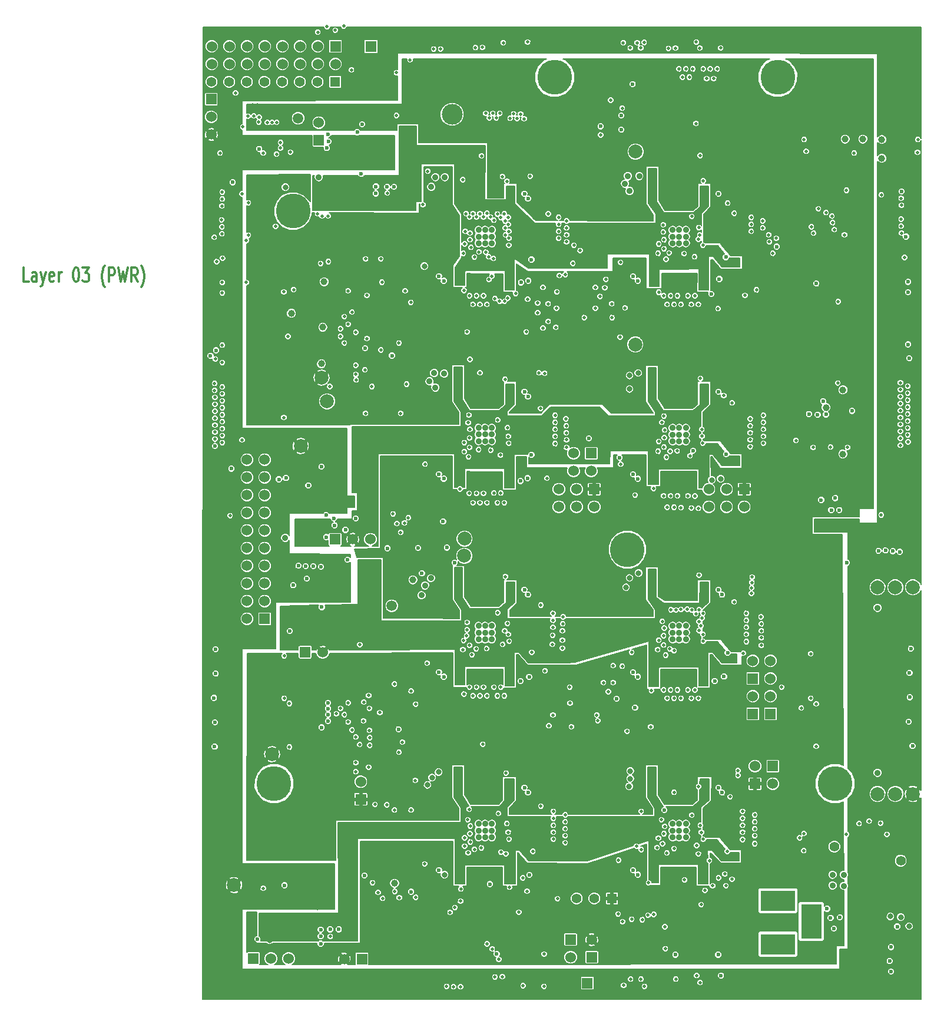
<source format=gbr>
G04 (created by PCBNEW (2013-mar-13)-testing) date Fri 02 Aug 2013 11:02:34 BST*
%MOIN*%
G04 Gerber Fmt 3.4, Leading zero omitted, Abs format*
%FSLAX34Y34*%
G01*
G70*
G90*
G04 APERTURE LIST*
%ADD10C,0.000787*%
%ADD11C,0.012000*%
%ADD12R,0.060000X0.060000*%
%ADD13C,0.060000*%
%ADD14R,0.055000X0.055000*%
%ADD15C,0.055000*%
%ADD16C,0.039400*%
%ADD17R,0.063000X0.063000*%
%ADD18R,0.196900X0.118100*%
%ADD19R,0.118100X0.196900*%
%ADD20C,0.059100*%
%ADD21C,0.078700*%
%ADD22C,0.196900*%
%ADD23C,0.118110*%
%ADD24C,0.035400*%
%ADD25C,0.019685*%
%ADD26C,0.031500*%
%ADD27C,0.019700*%
%ADD28C,0.023600*%
%ADD29C,0.055100*%
%ADD30C,0.005900*%
G04 APERTURE END LIST*
G54D10*
G54D11*
X5572Y-24564D02*
X5286Y-24564D01*
X5286Y-23764D01*
X6029Y-24564D02*
X6029Y-24145D01*
X6001Y-24069D01*
X5943Y-24031D01*
X5829Y-24031D01*
X5772Y-24069D01*
X6029Y-24526D02*
X5972Y-24564D01*
X5829Y-24564D01*
X5772Y-24526D01*
X5743Y-24450D01*
X5743Y-24374D01*
X5772Y-24298D01*
X5829Y-24260D01*
X5972Y-24260D01*
X6029Y-24222D01*
X6258Y-24031D02*
X6400Y-24564D01*
X6543Y-24031D02*
X6400Y-24564D01*
X6343Y-24755D01*
X6315Y-24793D01*
X6258Y-24831D01*
X7001Y-24526D02*
X6943Y-24564D01*
X6829Y-24564D01*
X6772Y-24526D01*
X6743Y-24450D01*
X6743Y-24145D01*
X6772Y-24069D01*
X6829Y-24031D01*
X6943Y-24031D01*
X7001Y-24069D01*
X7029Y-24145D01*
X7029Y-24222D01*
X6743Y-24298D01*
X7286Y-24564D02*
X7286Y-24031D01*
X7286Y-24183D02*
X7315Y-24107D01*
X7343Y-24069D01*
X7401Y-24031D01*
X7458Y-24031D01*
X8229Y-23764D02*
X8286Y-23764D01*
X8343Y-23803D01*
X8372Y-23841D01*
X8401Y-23917D01*
X8429Y-24069D01*
X8429Y-24260D01*
X8401Y-24412D01*
X8372Y-24488D01*
X8343Y-24526D01*
X8286Y-24564D01*
X8229Y-24564D01*
X8172Y-24526D01*
X8143Y-24488D01*
X8115Y-24412D01*
X8086Y-24260D01*
X8086Y-24069D01*
X8115Y-23917D01*
X8143Y-23841D01*
X8172Y-23803D01*
X8229Y-23764D01*
X8629Y-23764D02*
X9001Y-23764D01*
X8801Y-24069D01*
X8886Y-24069D01*
X8943Y-24107D01*
X8972Y-24145D01*
X9001Y-24222D01*
X9001Y-24412D01*
X8972Y-24488D01*
X8943Y-24526D01*
X8886Y-24564D01*
X8715Y-24564D01*
X8658Y-24526D01*
X8629Y-24488D01*
X9886Y-24869D02*
X9858Y-24831D01*
X9801Y-24717D01*
X9772Y-24641D01*
X9743Y-24526D01*
X9715Y-24336D01*
X9715Y-24183D01*
X9743Y-23993D01*
X9772Y-23879D01*
X9801Y-23803D01*
X9858Y-23688D01*
X9886Y-23650D01*
X10115Y-24564D02*
X10115Y-23764D01*
X10343Y-23764D01*
X10401Y-23803D01*
X10429Y-23841D01*
X10458Y-23917D01*
X10458Y-24031D01*
X10429Y-24107D01*
X10401Y-24145D01*
X10343Y-24183D01*
X10115Y-24183D01*
X10658Y-23764D02*
X10801Y-24564D01*
X10915Y-23993D01*
X11029Y-24564D01*
X11172Y-23764D01*
X11743Y-24564D02*
X11543Y-24183D01*
X11401Y-24564D02*
X11401Y-23764D01*
X11629Y-23764D01*
X11686Y-23803D01*
X11715Y-23841D01*
X11743Y-23917D01*
X11743Y-24031D01*
X11715Y-24107D01*
X11686Y-24145D01*
X11629Y-24183D01*
X11401Y-24183D01*
X11943Y-24869D02*
X11972Y-24831D01*
X12029Y-24717D01*
X12058Y-24641D01*
X12086Y-24526D01*
X12115Y-24336D01*
X12115Y-24183D01*
X12086Y-23993D01*
X12058Y-23879D01*
X12029Y-23803D01*
X11972Y-23688D01*
X11943Y-23650D01*
G54D12*
X22939Y-11242D03*
G54D13*
X22939Y-12242D03*
X21939Y-11242D03*
X21939Y-12242D03*
X20939Y-11242D03*
X20939Y-12242D03*
X19939Y-11242D03*
X19939Y-12242D03*
X18939Y-11242D03*
X18939Y-12242D03*
X17939Y-11242D03*
X17939Y-12242D03*
X16939Y-11242D03*
X16939Y-12242D03*
X15939Y-12242D03*
X15939Y-11242D03*
G54D14*
X22929Y-13248D03*
G54D15*
X21929Y-13248D03*
X20929Y-13248D03*
X19929Y-13248D03*
X18929Y-13248D03*
X17929Y-13248D03*
X16929Y-13248D03*
X15929Y-13248D03*
G54D16*
X20443Y-26348D03*
G54D14*
X38598Y-59459D03*
G54D15*
X37598Y-59459D03*
X36598Y-59459D03*
G54D17*
X24951Y-11250D03*
G54D18*
X47982Y-62041D03*
X47982Y-59581D03*
G54D19*
X49872Y-60762D03*
G54D20*
X20827Y-15315D03*
X26122Y-42894D03*
G54D21*
X30236Y-40069D03*
G54D16*
X22303Y-24567D03*
G54D12*
X18935Y-43630D03*
G54D13*
X17935Y-43630D03*
X18935Y-42630D03*
X17935Y-42630D03*
X18935Y-41630D03*
X17935Y-41630D03*
X18935Y-40630D03*
X17935Y-40630D03*
X18935Y-39630D03*
X17935Y-39630D03*
X18935Y-38630D03*
X17935Y-38630D03*
X18935Y-37630D03*
X17935Y-37630D03*
X18935Y-36630D03*
X17935Y-36630D03*
X18935Y-35630D03*
X17935Y-35630D03*
X18935Y-34630D03*
X17935Y-34630D03*
G54D16*
X26289Y-58593D03*
X27323Y-41427D03*
X53868Y-16516D03*
X53868Y-17579D03*
X52795Y-16496D03*
X51791Y-16496D03*
X22224Y-27136D03*
X51663Y-34311D03*
X51663Y-30679D03*
X50709Y-31673D03*
X22146Y-29203D03*
G54D22*
X19469Y-52953D03*
X51220Y-52953D03*
X39469Y-39715D03*
X20543Y-20567D03*
X47972Y-12992D03*
X35345Y-12992D03*
G54D12*
X46691Y-52966D03*
G54D13*
X46691Y-51966D03*
G54D12*
X18291Y-62854D03*
G54D13*
X19291Y-62854D03*
X20291Y-62854D03*
G54D12*
X22917Y-39134D03*
G54D13*
X23917Y-39134D03*
X24917Y-39134D03*
G54D12*
X21222Y-45522D03*
G54D13*
X22222Y-45522D03*
G54D12*
X21998Y-16563D03*
G54D13*
X21998Y-15563D03*
G54D12*
X46562Y-47008D03*
G54D13*
X46562Y-46008D03*
G54D12*
X46566Y-49008D03*
G54D13*
X46566Y-48008D03*
G54D21*
X30246Y-39104D03*
X22156Y-29990D03*
X22470Y-31329D03*
X39931Y-17205D03*
X39911Y-28110D03*
X20974Y-33858D03*
X17200Y-58700D03*
X19350Y-51289D03*
X54630Y-41854D03*
X55630Y-41850D03*
X53622Y-41850D03*
X53622Y-53543D03*
X54634Y-53543D03*
X55630Y-53543D03*
G54D23*
X29547Y-15089D03*
G54D12*
X36252Y-61783D03*
G54D13*
X36252Y-62783D03*
G54D12*
X24437Y-62874D03*
G54D13*
X23437Y-62874D03*
G54D12*
X37449Y-62783D03*
G54D13*
X37449Y-61783D03*
G54D12*
X24380Y-53846D03*
G54D13*
X24380Y-52846D03*
G54D12*
X37197Y-64244D03*
X47695Y-51966D03*
G54D13*
X47695Y-52966D03*
G54D12*
X47562Y-49007D03*
G54D13*
X47562Y-48007D03*
X47562Y-47007D03*
X47562Y-46007D03*
G54D12*
X15915Y-14236D03*
G54D13*
X15915Y-15236D03*
X15915Y-16236D03*
G54D12*
X37584Y-36301D03*
G54D13*
X37584Y-37301D03*
X36584Y-36301D03*
X36584Y-37301D03*
X35584Y-36301D03*
X35584Y-37301D03*
G54D12*
X46078Y-36301D03*
G54D13*
X46078Y-37301D03*
X45078Y-36301D03*
X45078Y-37301D03*
X44078Y-36301D03*
X44078Y-37301D03*
G54D12*
X37419Y-34263D03*
G54D13*
X37419Y-35263D03*
X36419Y-34263D03*
X36419Y-35263D03*
G54D24*
X51713Y-58740D03*
X51083Y-58720D03*
X51713Y-58110D03*
X51083Y-58110D03*
G54D25*
X50763Y-54830D03*
G54D26*
X45049Y-54104D03*
G54D27*
X18257Y-14566D03*
X18513Y-14566D03*
X18051Y-14616D03*
G54D26*
X28051Y-20610D03*
G54D27*
X52996Y-37177D03*
G54D26*
X38996Y-20650D03*
G54D27*
X50965Y-32402D03*
G54D28*
X28169Y-38878D03*
G54D27*
X52323Y-12657D03*
G54D28*
X52972Y-18583D03*
G54D26*
X45098Y-42913D03*
G54D28*
X39094Y-31870D03*
G54D27*
X26319Y-52028D03*
X26378Y-50354D03*
G54D28*
X39488Y-23425D03*
G54D27*
X25295Y-23858D03*
X49528Y-39961D03*
G54D28*
X25866Y-40197D03*
G54D27*
X49980Y-32421D03*
G54D24*
X51437Y-44370D03*
G54D27*
X26181Y-27776D03*
G54D26*
X28425Y-57165D03*
G54D27*
X27481Y-61182D03*
G54D26*
X34291Y-57677D03*
G54D28*
X52614Y-36409D03*
X38464Y-12933D03*
X49587Y-39114D03*
X38425Y-62776D03*
G54D26*
X34134Y-42913D03*
X34075Y-31692D03*
X28465Y-45866D03*
G54D28*
X38917Y-54291D03*
G54D26*
X27795Y-43051D03*
G54D27*
X26260Y-25335D03*
G54D26*
X28465Y-34665D03*
G54D27*
X26319Y-47972D03*
X22195Y-25010D03*
G54D26*
X34094Y-20493D03*
X27854Y-54213D03*
G54D27*
X37106Y-27145D03*
G54D26*
X34094Y-54035D03*
G54D28*
X17126Y-18937D03*
G54D26*
X28465Y-23445D03*
G54D27*
X51929Y-32362D03*
G54D26*
X34291Y-46476D03*
G54D27*
X26240Y-29311D03*
G54D26*
X38898Y-43071D03*
G54D27*
X25611Y-61103D03*
G54D26*
X34350Y-35295D03*
G54D28*
X18287Y-18937D03*
G54D27*
X37835Y-48406D03*
X37125Y-25137D03*
G54D26*
X39390Y-34645D03*
G54D29*
X53031Y-36374D03*
G54D27*
X49508Y-39547D03*
G54D28*
X24173Y-15177D03*
G54D26*
X45059Y-20592D03*
X45315Y-35295D03*
G54D27*
X37106Y-26062D03*
G54D26*
X39311Y-45846D03*
G54D27*
X53031Y-36839D03*
G54D28*
X18307Y-15472D03*
G54D27*
X21093Y-28573D03*
G54D26*
X45079Y-31771D03*
X39429Y-57008D03*
G54D28*
X48661Y-23937D03*
G54D26*
X45472Y-46574D03*
G54D27*
X37776Y-49744D03*
G54D24*
X27795Y-31831D03*
G54D26*
X45177Y-24096D03*
G54D27*
X45315Y-57717D03*
X26556Y-61004D03*
X49724Y-40276D03*
G54D28*
X34134Y-24096D03*
G54D27*
X37815Y-47500D03*
G54D28*
X27835Y-41063D03*
X21319Y-41358D03*
X24173Y-16102D03*
X20059Y-58711D03*
X21407Y-36083D03*
X25886Y-39646D03*
G54D26*
X26102Y-18031D03*
G54D27*
X52421Y-39665D03*
X53209Y-39685D03*
G54D28*
X22126Y-59488D03*
X23169Y-42480D03*
G54D29*
X54996Y-58677D03*
G54D26*
X53819Y-58819D03*
G54D27*
X50984Y-38543D03*
G54D28*
X22835Y-37343D03*
G54D27*
X21496Y-59961D03*
X23907Y-36801D03*
G54D28*
X54656Y-44035D03*
X51810Y-62618D03*
G54D26*
X26122Y-17608D03*
X23366Y-42195D03*
G54D28*
X52440Y-62716D03*
X22854Y-41870D03*
G54D26*
X21919Y-59941D03*
G54D27*
X52657Y-39941D03*
G54D26*
X54941Y-57972D03*
X54390Y-59252D03*
G54D28*
X52125Y-62972D03*
X51417Y-38169D03*
G54D27*
X22854Y-36634D03*
X53248Y-39311D03*
G54D28*
X51024Y-38169D03*
G54D24*
X54626Y-52205D03*
G54D27*
X53835Y-37756D03*
X32185Y-62902D03*
X25846Y-54154D03*
X25177Y-54134D03*
X24094Y-29291D03*
X24094Y-27421D03*
X24094Y-29803D03*
X24094Y-51772D03*
X24094Y-50315D03*
X24114Y-30118D03*
X24094Y-52283D03*
X26201Y-37697D03*
G54D25*
X18854Y-17283D03*
G54D27*
X22992Y-49006D03*
G54D28*
X24587Y-58150D03*
X22520Y-48711D03*
X49744Y-32047D03*
G54D27*
X50276Y-20433D03*
G54D26*
X29830Y-18716D03*
G54D28*
X27264Y-16339D03*
G54D26*
X40886Y-18425D03*
G54D28*
X22372Y-19852D03*
G54D26*
X32835Y-24686D03*
G54D28*
X27264Y-16969D03*
X45039Y-23584D03*
G54D27*
X24626Y-19803D03*
X24311Y-19803D03*
G54D26*
X41043Y-24607D03*
G54D28*
X22687Y-18661D03*
G54D27*
X34311Y-23642D03*
G54D28*
X22077Y-19852D03*
G54D26*
X32874Y-19351D03*
G54D28*
X26772Y-16339D03*
X26752Y-16969D03*
X22687Y-19744D03*
G54D26*
X43839Y-24725D03*
X43839Y-19351D03*
X30000Y-24607D03*
G54D27*
X35787Y-44311D03*
X31909Y-36516D03*
X31516Y-37067D03*
X35256Y-44114D03*
X32106Y-37067D03*
X35236Y-44567D03*
X31319Y-36535D03*
X35807Y-43917D03*
X35787Y-44843D03*
X32303Y-36516D03*
X35256Y-43720D03*
X31122Y-37067D03*
X35217Y-45079D03*
X32500Y-37067D03*
X35827Y-43524D03*
X30925Y-36535D03*
X35787Y-45295D03*
X30512Y-36535D03*
X35256Y-43327D03*
X30728Y-37067D03*
X30283Y-21712D03*
G54D28*
X24626Y-28327D03*
G54D27*
X30453Y-32539D03*
X26969Y-30354D03*
X30394Y-27402D03*
X33740Y-27402D03*
X32755Y-21712D03*
X29701Y-59969D03*
X32677Y-43898D03*
X31280Y-50728D03*
X35020Y-49685D03*
X32638Y-55217D03*
X32677Y-32815D03*
X30807Y-23169D03*
G54D26*
X27972Y-23681D03*
G54D27*
X31457Y-22894D03*
X30217Y-25060D03*
X33964Y-18598D03*
X35948Y-24157D03*
X31614Y-23149D03*
X31633Y-24438D03*
X35614Y-24212D03*
X34984Y-20724D03*
X31801Y-24242D03*
X31879Y-23248D03*
X33819Y-25551D03*
X30492Y-32106D03*
X27205Y-25728D03*
X32569Y-21911D03*
G54D25*
X22539Y-23425D03*
X22102Y-23531D03*
G54D27*
X32393Y-18610D03*
X31208Y-17440D03*
X23848Y-12578D03*
G54D25*
X26397Y-15157D03*
X26393Y-12736D03*
G54D27*
X30145Y-18787D03*
G54D25*
X22185Y-20846D03*
X17700Y-15803D03*
G54D27*
X17287Y-13885D03*
G54D25*
X21929Y-20708D03*
G54D27*
X32549Y-21515D03*
G54D25*
X23405Y-10098D03*
X22470Y-10137D03*
G54D27*
X32726Y-21318D03*
X32106Y-20728D03*
X31909Y-21082D03*
G54D25*
X22933Y-10334D03*
G54D27*
X32539Y-21122D03*
G54D25*
X21938Y-10442D03*
G54D27*
X32726Y-20925D03*
X32500Y-20718D03*
X32303Y-20925D03*
X31712Y-20905D03*
X31515Y-20688D03*
X31318Y-20905D03*
X31122Y-20708D03*
X30925Y-20905D03*
X30728Y-20708D03*
X30531Y-20905D03*
X30334Y-20708D03*
X25571Y-24587D03*
X24646Y-32008D03*
X30551Y-32913D03*
X30551Y-21811D03*
X31063Y-22874D03*
X26890Y-25079D03*
X30472Y-34469D03*
X26634Y-32008D03*
G54D28*
X26142Y-28740D03*
G54D27*
X30256Y-22421D03*
X30236Y-33661D03*
X30531Y-33936D03*
X25512Y-28425D03*
X30610Y-22618D03*
X26535Y-28031D03*
G54D25*
X31122Y-29714D03*
X34458Y-29714D03*
X34783Y-29744D03*
X30551Y-28956D03*
G54D27*
X31043Y-34055D03*
X28012Y-34882D03*
X31732Y-34094D03*
G54D25*
X29990Y-36289D03*
G54D27*
X32539Y-30078D03*
X32126Y-32382D03*
X32283Y-34370D03*
X34547Y-31732D03*
X31516Y-25846D03*
X35374Y-32913D03*
X31968Y-25511D03*
X36004Y-33110D03*
X36004Y-32717D03*
X31319Y-25354D03*
X35374Y-33307D03*
X32234Y-25669D03*
X31122Y-25846D03*
X35374Y-32520D03*
X36024Y-33504D03*
X32509Y-25669D03*
X30925Y-25354D03*
X35984Y-32323D03*
X32696Y-25492D03*
X35374Y-33720D03*
X30728Y-25846D03*
X35374Y-32126D03*
X36024Y-33937D03*
X30531Y-25354D03*
X27067Y-37913D03*
G54D25*
X20393Y-17232D03*
X18602Y-15531D03*
X19082Y-15551D03*
G54D27*
X24547Y-48346D03*
G54D28*
X27224Y-59075D03*
G54D27*
X34390Y-26319D03*
G54D28*
X22156Y-49774D03*
G54D27*
X23878Y-26280D03*
X34390Y-25768D03*
X24528Y-49409D03*
X23878Y-49921D03*
G54D24*
X21998Y-18642D03*
G54D27*
X26417Y-38248D03*
G54D25*
X19830Y-17003D03*
X19610Y-15543D03*
X18322Y-15181D03*
G54D27*
X23228Y-27224D03*
G54D28*
X22530Y-49055D03*
G54D27*
X23228Y-27657D03*
X23228Y-48701D03*
X25039Y-58563D03*
X24862Y-49941D03*
X24862Y-48701D03*
X34685Y-24882D03*
X34685Y-27185D03*
X18012Y-21929D03*
X18012Y-20098D03*
G54D25*
X22531Y-20846D03*
G54D27*
X22618Y-30492D03*
X25000Y-30492D03*
X30236Y-34173D03*
X30177Y-22954D03*
X30531Y-33405D03*
X28169Y-18307D03*
X27893Y-20206D03*
X30551Y-22185D03*
X25512Y-23268D03*
X24646Y-23268D03*
X26634Y-38740D03*
G54D25*
X17992Y-15196D03*
X19834Y-16685D03*
G54D27*
X23445Y-26535D03*
X23445Y-49055D03*
X23445Y-28031D03*
X25354Y-59114D03*
X24882Y-50787D03*
G54D28*
X22520Y-49429D03*
G54D27*
X25453Y-48937D03*
X32240Y-15039D03*
X35571Y-21713D03*
X36024Y-21516D03*
X32043Y-15299D03*
X35571Y-21319D03*
X31846Y-15039D03*
X31654Y-15299D03*
X36024Y-21122D03*
X35571Y-20925D03*
X31453Y-15039D03*
G54D26*
X32824Y-30698D03*
X43858Y-35807D03*
X32874Y-35836D03*
G54D28*
X34114Y-34802D03*
X24823Y-35945D03*
X24567Y-36299D03*
G54D26*
X43799Y-30531D03*
X40886Y-29646D03*
G54D28*
X45079Y-34802D03*
X30039Y-35906D03*
X21811Y-38996D03*
X21083Y-38996D03*
X21447Y-38996D03*
G54D26*
X40925Y-35806D03*
G54D28*
X21307Y-38193D03*
X20768Y-39114D03*
G54D24*
X29902Y-29646D03*
G54D28*
X24980Y-36299D03*
X24528Y-35669D03*
X37283Y-33425D03*
X39026Y-34508D03*
G54D27*
X51378Y-30295D03*
X51398Y-25689D03*
X42894Y-36673D03*
X47047Y-44311D03*
X42500Y-37343D03*
X46201Y-44114D03*
X43091Y-37362D03*
X46199Y-44510D03*
X47044Y-43920D03*
X42303Y-36673D03*
X43287Y-36693D03*
X47047Y-44705D03*
X46201Y-43720D03*
X42106Y-37323D03*
X46201Y-44921D03*
X43484Y-37382D03*
X47028Y-43524D03*
X41909Y-36673D03*
X41516Y-36673D03*
X47047Y-45138D03*
X46201Y-43327D03*
X41713Y-37323D03*
X41496Y-21340D03*
X37028Y-26594D03*
X39055Y-27697D03*
X41417Y-32519D03*
X43593Y-55315D03*
X43504Y-21496D03*
X43681Y-32913D03*
X49006Y-33543D03*
X43622Y-44035D03*
X41654Y-23288D03*
X39075Y-23466D03*
X42677Y-22972D03*
X41240Y-25159D03*
X43760Y-18859D03*
X43110Y-20867D03*
X43268Y-23150D03*
X45512Y-20690D03*
X43563Y-21909D03*
X46122Y-25335D03*
X39331Y-26043D03*
X41535Y-32165D03*
X37657Y-26063D03*
X41496Y-21752D03*
X41831Y-22933D03*
X41890Y-34154D03*
X41575Y-32952D03*
X38583Y-25807D03*
X41240Y-22421D03*
X37657Y-24882D03*
X41240Y-33602D03*
X38189Y-24902D03*
X37913Y-25394D03*
X41535Y-33917D03*
X41535Y-22697D03*
X41673Y-34487D03*
G54D25*
X39084Y-34881D03*
G54D27*
X42283Y-34134D03*
G54D25*
X40944Y-36259D03*
G54D28*
X43181Y-34118D03*
G54D27*
X43602Y-30039D03*
X43012Y-34409D03*
X45394Y-31417D03*
X47165Y-32913D03*
X42500Y-25846D03*
X42894Y-25354D03*
X46417Y-33110D03*
X42303Y-25354D03*
X46417Y-32717D03*
X43091Y-25846D03*
X47165Y-33307D03*
X42106Y-25846D03*
X47165Y-32520D03*
X43287Y-25354D03*
X46417Y-33504D03*
X41909Y-25354D03*
X46417Y-32323D03*
X47165Y-33701D03*
X43484Y-25846D03*
X41713Y-25846D03*
X47165Y-32126D03*
X41516Y-25354D03*
X46417Y-33898D03*
G54D24*
X20098Y-39055D03*
G54D27*
X41201Y-34153D03*
X41535Y-22186D03*
X41201Y-22953D03*
G54D28*
X39763Y-13386D03*
G54D27*
X38248Y-24429D03*
X36378Y-23524D03*
X46772Y-25020D03*
X49882Y-21457D03*
X38602Y-26594D03*
X41555Y-33385D03*
X43346Y-15610D03*
X43583Y-17421D03*
X43169Y-12520D03*
X46476Y-21713D03*
X47126Y-21516D03*
X42972Y-12992D03*
X46476Y-21319D03*
X42776Y-12520D03*
X47126Y-21122D03*
X42579Y-12992D03*
X46476Y-20925D03*
X42382Y-12520D03*
G54D28*
X45138Y-57185D03*
G54D26*
X43819Y-58386D03*
X40945Y-58307D03*
G54D28*
X34114Y-57185D03*
X19598Y-61681D03*
X20100Y-61800D03*
G54D26*
X19213Y-61811D03*
X29843Y-52244D03*
G54D28*
X23268Y-58327D03*
X23760Y-58524D03*
G54D26*
X43839Y-52972D03*
G54D28*
X23760Y-58937D03*
X19850Y-60921D03*
G54D26*
X32874Y-58346D03*
X32795Y-52933D03*
G54D28*
X20295Y-61362D03*
X20315Y-60925D03*
G54D26*
X30020Y-58366D03*
G54D28*
X40846Y-52205D03*
X19858Y-61358D03*
G54D27*
X50157Y-50846D03*
X50157Y-48445D03*
G54D28*
X44606Y-62638D03*
X42185Y-62638D03*
G54D27*
X35256Y-49075D03*
X41437Y-43779D03*
X41398Y-55000D03*
X39449Y-50000D03*
X39705Y-45531D03*
X41634Y-45689D03*
X42106Y-45437D03*
X40827Y-47697D03*
X43524Y-41161D03*
G54D25*
X43106Y-43137D03*
G54D27*
X45512Y-42677D03*
G54D25*
X43523Y-43787D03*
G54D28*
X41555Y-54449D03*
X39902Y-48661D03*
G54D27*
X43524Y-44291D03*
X46033Y-45581D03*
X37736Y-49075D03*
X41555Y-44154D03*
X41870Y-45335D03*
G54D28*
X38858Y-48150D03*
G54D27*
X41575Y-55374D03*
X38661Y-47244D03*
X38110Y-47244D03*
X41220Y-56043D03*
X41240Y-44842D03*
X38386Y-47756D03*
X41516Y-45118D03*
X41457Y-56358D03*
G54D25*
X45728Y-52214D03*
X40248Y-54527D03*
X45385Y-58366D03*
X39980Y-56496D03*
X45043Y-58728D03*
X40246Y-56692D03*
X42106Y-53448D03*
X45728Y-52490D03*
X41702Y-56879D03*
X38966Y-57293D03*
G54D27*
X42106Y-56634D03*
X40665Y-58571D03*
X43110Y-54744D03*
G54D25*
X43492Y-53129D03*
G54D27*
X43386Y-56457D03*
X45276Y-53701D03*
X43653Y-55708D03*
X44110Y-57307D03*
X42500Y-48130D03*
X45984Y-55315D03*
X46673Y-55512D03*
X42894Y-47657D03*
X42303Y-47657D03*
X46673Y-55118D03*
X45984Y-55709D03*
X43091Y-48130D03*
X45984Y-54921D03*
X42106Y-48130D03*
X43287Y-47657D03*
X46673Y-55906D03*
X46673Y-54724D03*
X41909Y-47657D03*
X45984Y-56122D03*
X43484Y-48130D03*
X45984Y-54528D03*
X41713Y-48130D03*
X46673Y-56358D03*
X41516Y-47657D03*
G54D28*
X18524Y-61752D03*
G54D27*
X41142Y-56575D03*
X41516Y-44587D03*
X49311Y-48681D03*
X40787Y-49744D03*
X38661Y-46280D03*
X53839Y-19646D03*
X41181Y-45374D03*
X39173Y-46319D03*
X41535Y-55787D03*
X38937Y-60335D03*
X49843Y-48130D03*
X49843Y-45610D03*
G54D28*
X22126Y-44331D03*
G54D26*
X29902Y-40925D03*
X41004Y-47205D03*
G54D28*
X24587Y-41142D03*
X24941Y-40748D03*
G54D26*
X32854Y-47126D03*
G54D28*
X21427Y-44045D03*
G54D26*
X40906Y-41024D03*
G54D28*
X34075Y-45964D03*
G54D26*
X43839Y-41752D03*
G54D24*
X29961Y-47106D03*
G54D28*
X24587Y-40453D03*
X45157Y-45944D03*
X21102Y-44311D03*
G54D26*
X32854Y-41752D03*
X43780Y-47145D03*
G54D28*
X21683Y-44311D03*
X21634Y-43622D03*
G54D27*
X34752Y-62602D03*
G54D28*
X32067Y-62598D03*
G54D27*
X30394Y-43838D03*
X24311Y-50748D03*
X27461Y-52776D03*
X30433Y-55000D03*
X28130Y-46142D03*
X30669Y-45669D03*
X31496Y-45315D03*
X30217Y-47894D03*
X32126Y-43287D03*
X32559Y-41240D03*
X34567Y-42854D03*
X32402Y-45078D03*
X32520Y-44311D03*
X34803Y-46575D03*
X30512Y-54409D03*
X27480Y-48465D03*
X30906Y-45335D03*
X30571Y-55354D03*
X27224Y-54449D03*
X26280Y-47323D03*
X26280Y-54449D03*
X30394Y-44252D03*
X30453Y-56870D03*
X27224Y-47717D03*
X30256Y-56023D03*
X30197Y-44862D03*
G54D28*
X26516Y-49882D03*
G54D27*
X26732Y-50610D03*
X30571Y-56260D03*
X30531Y-45137D03*
X26535Y-51181D03*
X27992Y-57500D03*
X30807Y-56673D03*
X31201Y-56594D03*
X30039Y-58917D03*
X32165Y-54646D03*
X32598Y-52362D03*
X34567Y-54232D03*
X32307Y-56835D03*
X31516Y-47992D03*
X35276Y-55315D03*
X31909Y-47500D03*
X35945Y-55512D03*
X35945Y-55118D03*
X31319Y-47500D03*
X32106Y-47992D03*
X35276Y-55709D03*
X31122Y-47992D03*
X35276Y-54921D03*
X35945Y-55906D03*
X32303Y-47500D03*
X35945Y-54724D03*
X30925Y-47500D03*
X32500Y-47992D03*
X35276Y-56102D03*
X30728Y-47992D03*
X35276Y-54528D03*
X30531Y-47500D03*
X35945Y-56299D03*
G54D28*
X20354Y-44331D03*
G54D27*
X32795Y-58819D03*
X30256Y-56496D03*
X30157Y-45374D03*
X30551Y-55787D03*
X16407Y-17283D03*
X30364Y-44587D03*
X24321Y-45098D03*
X16978Y-37795D03*
G54D28*
X50709Y-32067D03*
X50157Y-24665D03*
G54D27*
X51043Y-20846D03*
G54D29*
X54937Y-57315D03*
G54D28*
X39114Y-15965D03*
X39114Y-15157D03*
G54D27*
X38523Y-14291D03*
X50000Y-21811D03*
X51752Y-21909D03*
X52303Y-17283D03*
X49449Y-56752D03*
X39705Y-60630D03*
X43858Y-58996D03*
G54D28*
X18622Y-17047D03*
G54D25*
X19555Y-21429D03*
G54D28*
X37953Y-15768D03*
G54D27*
X37953Y-16260D03*
X51083Y-21220D03*
G54D28*
X50551Y-31319D03*
G54D27*
X17657Y-33514D03*
X17657Y-19587D03*
G54D28*
X52185Y-31870D03*
G54D27*
X51181Y-21614D03*
X50709Y-20650D03*
G54D28*
X50236Y-32087D03*
X15866Y-28750D03*
X16181Y-28445D03*
G54D27*
X31815Y-62311D03*
X35512Y-59469D03*
X30024Y-59606D03*
G54D28*
X31683Y-58642D03*
G54D27*
X31524Y-62024D03*
X33319Y-60232D03*
X29429Y-60240D03*
X32591Y-56929D03*
X41614Y-62295D03*
X44287Y-58736D03*
X42701Y-58406D03*
X40965Y-60354D03*
X41587Y-61055D03*
X43642Y-59799D03*
X43484Y-56933D03*
X40630Y-60402D03*
G54D26*
X44744Y-35708D03*
X44242Y-35777D03*
G54D27*
X49460Y-55779D03*
X44980Y-58071D03*
G54D25*
X49216Y-56023D03*
G54D27*
X51870Y-55827D03*
G54D29*
X51177Y-56524D03*
G54D25*
X43685Y-33303D03*
G54D26*
X20110Y-19213D03*
G54D28*
X33641Y-19588D03*
G54D27*
X32649Y-18877D03*
G54D28*
X25236Y-19173D03*
G54D27*
X33817Y-11003D03*
X34114Y-56791D03*
G54D28*
X33445Y-24606D03*
G54D24*
X31043Y-33580D03*
G54D27*
X16535Y-28150D03*
X30020Y-64449D03*
G54D24*
X31790Y-55610D03*
G54D27*
X55335Y-31260D03*
G54D28*
X44665Y-24410D03*
G54D24*
X28346Y-41339D03*
G54D28*
X44821Y-42266D03*
X25226Y-19567D03*
X54881Y-39843D03*
G54D27*
X30866Y-11319D03*
G54D28*
X16063Y-48110D03*
G54D27*
X16102Y-30709D03*
G54D28*
X33858Y-24508D03*
G54D24*
X42774Y-55985D03*
G54D27*
X53799Y-55197D03*
X39252Y-64370D03*
X54921Y-33425D03*
G54D24*
X42026Y-55237D03*
G54D28*
X28799Y-35450D03*
G54D24*
X42026Y-55985D03*
G54D27*
X55354Y-33622D03*
G54D26*
X40098Y-41043D03*
G54D28*
X54488Y-39804D03*
G54D24*
X42401Y-55611D03*
G54D27*
X55906Y-16516D03*
G54D24*
X31418Y-33206D03*
G54D28*
X26260Y-19193D03*
X55354Y-25157D03*
X22890Y-38346D03*
G54D24*
X28602Y-18642D03*
X42400Y-55985D03*
G54D27*
X54921Y-32244D03*
X54961Y-19843D03*
X24606Y-29547D03*
G54D28*
X22421Y-39012D03*
G54D24*
X31042Y-44037D03*
G54D28*
X39782Y-57855D03*
G54D24*
X31790Y-44411D03*
X42026Y-55611D03*
X42774Y-44038D03*
G54D26*
X54941Y-60512D03*
G54D28*
X20551Y-41733D03*
G54D26*
X40079Y-29724D03*
G54D28*
X39783Y-24251D03*
X22106Y-61220D03*
G54D27*
X16535Y-31299D03*
G54D24*
X42027Y-21633D03*
G54D27*
X28502Y-11397D03*
X54961Y-21024D03*
X54921Y-31457D03*
G54D28*
X24094Y-37953D03*
X22509Y-16213D03*
G54D24*
X31417Y-32832D03*
X31791Y-22009D03*
G54D28*
X27618Y-39626D03*
G54D27*
X16535Y-31693D03*
G54D24*
X31791Y-21635D03*
G54D28*
X54980Y-19449D03*
G54D24*
X42027Y-33209D03*
X28268Y-30197D03*
G54D28*
X44213Y-25257D03*
G54D27*
X16535Y-19488D03*
X54921Y-32638D03*
X16496Y-21063D03*
X39193Y-60768D03*
X39646Y-64016D03*
G54D24*
X31790Y-55984D03*
G54D27*
X35413Y-27145D03*
G54D28*
X22549Y-16626D03*
G54D27*
X16516Y-21850D03*
G54D24*
X40138Y-18583D03*
G54D28*
X55433Y-46693D03*
G54D24*
X31043Y-22009D03*
X42026Y-44038D03*
X42401Y-22381D03*
G54D28*
X50965Y-60551D03*
G54D27*
X35472Y-25137D03*
G54D24*
X42775Y-32835D03*
X42026Y-44786D03*
G54D27*
X54980Y-20236D03*
G54D28*
X28798Y-57854D03*
G54D24*
X42400Y-44786D03*
G54D28*
X51230Y-36801D03*
X54311Y-62992D03*
G54D27*
X27165Y-12008D03*
G54D26*
X39587Y-30630D03*
G54D28*
X20846Y-40630D03*
G54D27*
X40218Y-11339D03*
G54D28*
X54074Y-39765D03*
X23622Y-40296D03*
G54D24*
X31042Y-55610D03*
G54D27*
X25611Y-59449D03*
G54D26*
X39587Y-41319D03*
G54D24*
X31417Y-55610D03*
G54D28*
X44764Y-63819D03*
G54D24*
X42400Y-55237D03*
G54D27*
X45138Y-20118D03*
X16535Y-25197D03*
G54D28*
X40057Y-46912D03*
X55394Y-49449D03*
G54D27*
X55335Y-30472D03*
G54D24*
X42775Y-22381D03*
G54D27*
X55335Y-30866D03*
X49980Y-33937D03*
G54D24*
X42401Y-44412D03*
G54D27*
X16122Y-33465D03*
X43564Y-11340D03*
X16535Y-30906D03*
G54D24*
X31417Y-33580D03*
X31416Y-55236D03*
G54D27*
X24724Y-25335D03*
X20256Y-27657D03*
G54D28*
X29074Y-35706D03*
X39783Y-35453D03*
G54D27*
X45118Y-56791D03*
X55335Y-33228D03*
G54D24*
X31416Y-44785D03*
X42027Y-32835D03*
X31416Y-55984D03*
X31418Y-22009D03*
X42774Y-55237D03*
X28602Y-30551D03*
G54D28*
X33837Y-42265D03*
G54D24*
X42402Y-22007D03*
G54D26*
X39567Y-53110D03*
G54D28*
X34035Y-34350D03*
G54D27*
X16516Y-20276D03*
X16536Y-30513D03*
X32766Y-22106D03*
X54980Y-21811D03*
X50965Y-33917D03*
X16142Y-28937D03*
G54D28*
X51457Y-37480D03*
G54D24*
X42774Y-44412D03*
G54D27*
X27481Y-59390D03*
X22648Y-61604D03*
X34055Y-45531D03*
X24724Y-27776D03*
X33543Y-58287D03*
X24882Y-50354D03*
X16122Y-31102D03*
G54D28*
X21260Y-40650D03*
X33640Y-41990D03*
G54D27*
X19606Y-17343D03*
G54D24*
X31043Y-22383D03*
G54D26*
X54350Y-60472D03*
G54D28*
X29074Y-24509D03*
G54D26*
X39626Y-52244D03*
G54D24*
X42026Y-44412D03*
G54D28*
X16122Y-49488D03*
X44821Y-53465D03*
X20137Y-35666D03*
G54D27*
X40021Y-11044D03*
X20571Y-25010D03*
G54D28*
X44624Y-53190D03*
G54D27*
X54921Y-31063D03*
G54D26*
X39390Y-41850D03*
G54D27*
X32386Y-63878D03*
G54D24*
X31791Y-32832D03*
G54D28*
X51004Y-37480D03*
G54D27*
X16083Y-22047D03*
G54D28*
X22417Y-37768D03*
G54D27*
X16220Y-23425D03*
X36299Y-49744D03*
G54D26*
X55413Y-61024D03*
G54D24*
X42401Y-32835D03*
G54D26*
X29114Y-58110D03*
G54D24*
X31042Y-55984D03*
G54D28*
X55512Y-45315D03*
G54D26*
X28780Y-52303D03*
G54D24*
X42775Y-33583D03*
G54D27*
X54961Y-21417D03*
X54921Y-33031D03*
X49469Y-16516D03*
G54D24*
X53622Y-43012D03*
G54D28*
X34035Y-23307D03*
X33837Y-53464D03*
X45138Y-45551D03*
G54D24*
X42027Y-22381D03*
G54D27*
X44921Y-31003D03*
X16535Y-33661D03*
G54D24*
X42027Y-22007D03*
G54D28*
X54743Y-61043D03*
G54D27*
X55335Y-31654D03*
G54D24*
X31417Y-22383D03*
G54D27*
X24823Y-52028D03*
G54D28*
X45058Y-34330D03*
G54D24*
X27815Y-42303D03*
G54D28*
X23130Y-61201D03*
G54D24*
X28366Y-19193D03*
G54D27*
X40236Y-64016D03*
G54D24*
X29094Y-29764D03*
G54D28*
X54390Y-63583D03*
G54D27*
X40433Y-64429D03*
G54D28*
X28798Y-46655D03*
G54D24*
X42775Y-33209D03*
G54D27*
X16535Y-29134D03*
X55157Y-23189D03*
G54D28*
X25866Y-19193D03*
G54D24*
X28524Y-29724D03*
G54D28*
X33640Y-53189D03*
G54D27*
X43583Y-64213D03*
X54921Y-30276D03*
X54921Y-31850D03*
X32717Y-55709D03*
G54D28*
X51496Y-60531D03*
G54D27*
X31969Y-63898D03*
X35452Y-26062D03*
X31260Y-11303D03*
X39627Y-11339D03*
X55335Y-32441D03*
X34744Y-64429D03*
X33563Y-64390D03*
X44745Y-11339D03*
G54D28*
X33907Y-46919D03*
X33415Y-47156D03*
X44409Y-47156D03*
X44931Y-46900D03*
X33917Y-58120D03*
X24390Y-18465D03*
G54D24*
X31790Y-44037D03*
G54D28*
X33819Y-35679D03*
X33415Y-35837D03*
G54D27*
X32726Y-33307D03*
X16122Y-32284D03*
X42205Y-64016D03*
X25876Y-19547D03*
G54D28*
X44624Y-41991D03*
X23504Y-38602D03*
X33641Y-30785D03*
X29252Y-39606D03*
X40058Y-35709D03*
G54D24*
X28012Y-41752D03*
G54D27*
X43386Y-63819D03*
G54D26*
X28406Y-52618D03*
G54D27*
X40415Y-11024D03*
G54D24*
X31790Y-55236D03*
G54D28*
X39782Y-46656D03*
X21693Y-40650D03*
G54D24*
X39331Y-19016D03*
G54D28*
X51890Y-40453D03*
G54D24*
X31417Y-21635D03*
X31042Y-55236D03*
X31042Y-44411D03*
G54D27*
X55335Y-32047D03*
G54D28*
X44625Y-30788D03*
X29073Y-46911D03*
X16161Y-45354D03*
G54D24*
X31042Y-44785D03*
G54D27*
X29626Y-64449D03*
G54D24*
X39488Y-18583D03*
G54D28*
X22146Y-35020D03*
G54D24*
X31791Y-22383D03*
X42402Y-33209D03*
G54D27*
X42186Y-11340D03*
X49587Y-17185D03*
G54D28*
X24449Y-15650D03*
G54D27*
X16535Y-32480D03*
G54D28*
X40057Y-58111D03*
G54D27*
X39173Y-14744D03*
G54D28*
X22165Y-42972D03*
G54D24*
X42774Y-44786D03*
G54D28*
X55610Y-50827D03*
G54D27*
X52579Y-55217D03*
X26556Y-59410D03*
X54154Y-55827D03*
G54D24*
X29134Y-18642D03*
G54D28*
X44625Y-19586D03*
G54D27*
X43740Y-44508D03*
G54D28*
X55453Y-48071D03*
X50433Y-36909D03*
X16102Y-50866D03*
G54D24*
X31416Y-44037D03*
G54D27*
X41795Y-11362D03*
X16517Y-21458D03*
G54D28*
X51160Y-61161D03*
G54D27*
X53150Y-55079D03*
X16122Y-31890D03*
G54D28*
X40058Y-24507D03*
G54D27*
X18858Y-58878D03*
G54D24*
X31790Y-44785D03*
G54D28*
X19743Y-35745D03*
G54D24*
X39587Y-19429D03*
X42400Y-44038D03*
G54D28*
X17047Y-35138D03*
G54D27*
X16535Y-19882D03*
G54D24*
X42775Y-22007D03*
X53622Y-52343D03*
X42027Y-33583D03*
G54D27*
X16555Y-23228D03*
G54D24*
X31043Y-21635D03*
G54D27*
X28895Y-11397D03*
X16535Y-24606D03*
G54D26*
X28150Y-53031D03*
G54D28*
X50768Y-60039D03*
G54D24*
X31043Y-33206D03*
X31043Y-32832D03*
G54D28*
X22854Y-37953D03*
G54D27*
X16122Y-31496D03*
X16122Y-33071D03*
X16535Y-33268D03*
G54D28*
X45039Y-23169D03*
G54D26*
X39626Y-52677D03*
G54D28*
X55413Y-28898D03*
G54D27*
X54921Y-30669D03*
X44626Y-58287D03*
G54D28*
X55354Y-24567D03*
X22106Y-62008D03*
G54D27*
X16122Y-32677D03*
X16535Y-32874D03*
G54D28*
X28799Y-24253D03*
G54D27*
X51929Y-33937D03*
G54D28*
X54390Y-62205D03*
G54D24*
X42401Y-21633D03*
X31791Y-33206D03*
G54D27*
X16535Y-32087D03*
G54D28*
X22638Y-61201D03*
G54D27*
X43367Y-11005D03*
G54D28*
X55354Y-28110D03*
G54D27*
X54921Y-33819D03*
X43484Y-22156D03*
X32441Y-11043D03*
X36201Y-47500D03*
G54D26*
X39587Y-29862D03*
G54D28*
X55236Y-22008D03*
G54D27*
X51870Y-19390D03*
X55886Y-17244D03*
G54D24*
X42774Y-55611D03*
G54D27*
X32726Y-44508D03*
G54D28*
X33838Y-31060D03*
X22126Y-40689D03*
G54D24*
X42775Y-21633D03*
G54D28*
X33838Y-19863D03*
G54D24*
X31417Y-44411D03*
G54D27*
X16102Y-30315D03*
G54D24*
X31791Y-33580D03*
G54D28*
X16122Y-33858D03*
X22450Y-17000D03*
G54D27*
X24823Y-47972D03*
G54D24*
X42401Y-33583D03*
G54D27*
X39234Y-11044D03*
X55335Y-32835D03*
X36220Y-48406D03*
G54D28*
X22106Y-61594D03*
X16161Y-46732D03*
X53681Y-39784D03*
G54D27*
X43730Y-33701D03*
G54D25*
X39901Y-36633D03*
X34911Y-35679D03*
X48198Y-47500D03*
G54D27*
X43760Y-44902D03*
X33140Y-25226D03*
X43740Y-22500D03*
X44596Y-26083D03*
X32776Y-44902D03*
X32766Y-56102D03*
X32756Y-22500D03*
X37795Y-49400D03*
X40305Y-60659D03*
X43760Y-56102D03*
X32746Y-33701D03*
X33789Y-59045D03*
X20020Y-25138D03*
X20020Y-32244D03*
X33622Y-15343D03*
X36791Y-22795D03*
X33421Y-15075D03*
X36437Y-22500D03*
X33028Y-15063D03*
X35571Y-22106D03*
X20335Y-50886D03*
X20335Y-48425D03*
X20039Y-45728D03*
X20039Y-48130D03*
X43957Y-13071D03*
X47894Y-22106D03*
X47500Y-22303D03*
X44154Y-12520D03*
G54D28*
X47913Y-22579D03*
G54D27*
X44350Y-13071D03*
X47697Y-22953D03*
X44547Y-12520D03*
X43760Y-12520D03*
X47461Y-21909D03*
X17893Y-24606D03*
X17893Y-22234D03*
X29232Y-64429D03*
X32827Y-15319D03*
X36024Y-21909D03*
X33224Y-15323D03*
X36024Y-22303D03*
X42500Y-43102D03*
X41933Y-43122D03*
G54D25*
X46486Y-42194D03*
X43692Y-43594D03*
G54D27*
X42209Y-43138D03*
G54D25*
X43740Y-43330D03*
X46496Y-41879D03*
G54D27*
X42846Y-43091D03*
G54D25*
X46515Y-41574D03*
X43533Y-43110D03*
X46525Y-41269D03*
X43338Y-43346D03*
X18625Y-15255D03*
X19346Y-15547D03*
G54D27*
X23661Y-48386D03*
X34980Y-25807D03*
G54D28*
X29685Y-40453D03*
X29035Y-38130D03*
G54D27*
X26850Y-38209D03*
G54D28*
X22520Y-48386D03*
G54D27*
X23661Y-49469D03*
X23661Y-26969D03*
X34980Y-26811D03*
X23661Y-25079D03*
X26299Y-59055D03*
G54D10*
G36*
X56092Y-10147D02*
X56090Y-16472D01*
X56064Y-16410D01*
X56012Y-16357D01*
X55943Y-16329D01*
X55868Y-16328D01*
X55800Y-16357D01*
X55747Y-16409D01*
X55719Y-16478D01*
X55718Y-16553D01*
X55747Y-16621D01*
X55799Y-16674D01*
X55868Y-16702D01*
X55943Y-16703D01*
X56011Y-16674D01*
X56064Y-16622D01*
X56090Y-16560D01*
X56081Y-41679D01*
X56073Y-41660D01*
X56073Y-17206D01*
X56044Y-17138D01*
X55992Y-17085D01*
X55923Y-17057D01*
X55848Y-17056D01*
X55780Y-17085D01*
X55727Y-17137D01*
X55699Y-17206D01*
X55698Y-17281D01*
X55727Y-17349D01*
X55779Y-17402D01*
X55848Y-17430D01*
X55923Y-17431D01*
X55991Y-17402D01*
X56044Y-17350D01*
X56072Y-17281D01*
X56073Y-17206D01*
X56073Y-41660D01*
X56038Y-41577D01*
X55903Y-41441D01*
X55726Y-41368D01*
X55619Y-41367D01*
X55619Y-28857D01*
X55588Y-28781D01*
X55560Y-28753D01*
X55560Y-28069D01*
X55560Y-25116D01*
X55560Y-24526D01*
X55529Y-24450D01*
X55471Y-24392D01*
X55442Y-24380D01*
X55442Y-21967D01*
X55411Y-21891D01*
X55353Y-21833D01*
X55277Y-21801D01*
X55195Y-21801D01*
X55186Y-21805D01*
X55186Y-19408D01*
X55155Y-19332D01*
X55097Y-19274D01*
X55021Y-19242D01*
X54939Y-19242D01*
X54863Y-19273D01*
X54805Y-19331D01*
X54773Y-19407D01*
X54773Y-19489D01*
X54804Y-19565D01*
X54862Y-19623D01*
X54938Y-19655D01*
X55020Y-19655D01*
X55096Y-19624D01*
X55154Y-19566D01*
X55186Y-19490D01*
X55186Y-19408D01*
X55186Y-21805D01*
X55166Y-21813D01*
X55167Y-21773D01*
X55167Y-20198D01*
X55148Y-20152D01*
X55148Y-19805D01*
X55119Y-19737D01*
X55067Y-19684D01*
X54998Y-19656D01*
X54923Y-19655D01*
X54855Y-19684D01*
X54802Y-19736D01*
X54774Y-19805D01*
X54773Y-19880D01*
X54802Y-19948D01*
X54854Y-20001D01*
X54923Y-20029D01*
X54998Y-20030D01*
X55066Y-20001D01*
X55119Y-19949D01*
X55147Y-19880D01*
X55148Y-19805D01*
X55148Y-20152D01*
X55138Y-20130D01*
X55086Y-20077D01*
X55017Y-20049D01*
X54942Y-20048D01*
X54874Y-20077D01*
X54821Y-20129D01*
X54793Y-20198D01*
X54792Y-20273D01*
X54821Y-20341D01*
X54873Y-20394D01*
X54942Y-20422D01*
X55017Y-20423D01*
X55085Y-20394D01*
X55138Y-20342D01*
X55166Y-20273D01*
X55167Y-20198D01*
X55167Y-21773D01*
X55148Y-21727D01*
X55148Y-21379D01*
X55148Y-20986D01*
X55119Y-20918D01*
X55067Y-20865D01*
X54998Y-20837D01*
X54923Y-20836D01*
X54855Y-20865D01*
X54802Y-20917D01*
X54774Y-20986D01*
X54773Y-21061D01*
X54802Y-21129D01*
X54854Y-21182D01*
X54923Y-21210D01*
X54998Y-21211D01*
X55066Y-21182D01*
X55119Y-21130D01*
X55147Y-21061D01*
X55148Y-20986D01*
X55148Y-21379D01*
X55119Y-21311D01*
X55067Y-21258D01*
X54998Y-21230D01*
X54923Y-21229D01*
X54855Y-21258D01*
X54802Y-21310D01*
X54774Y-21379D01*
X54773Y-21454D01*
X54802Y-21522D01*
X54854Y-21575D01*
X54923Y-21603D01*
X54998Y-21604D01*
X55066Y-21575D01*
X55119Y-21523D01*
X55147Y-21454D01*
X55148Y-21379D01*
X55148Y-21727D01*
X55138Y-21705D01*
X55086Y-21652D01*
X55017Y-21624D01*
X54942Y-21623D01*
X54874Y-21652D01*
X54821Y-21704D01*
X54793Y-21773D01*
X54792Y-21848D01*
X54821Y-21916D01*
X54873Y-21969D01*
X54942Y-21997D01*
X55017Y-21998D01*
X55029Y-21992D01*
X55029Y-22048D01*
X55060Y-22124D01*
X55118Y-22182D01*
X55194Y-22214D01*
X55276Y-22214D01*
X55352Y-22183D01*
X55410Y-22125D01*
X55442Y-22049D01*
X55442Y-21967D01*
X55442Y-24380D01*
X55395Y-24360D01*
X55344Y-24360D01*
X55344Y-23151D01*
X55315Y-23083D01*
X55263Y-23030D01*
X55194Y-23002D01*
X55119Y-23001D01*
X55051Y-23030D01*
X54998Y-23082D01*
X54970Y-23151D01*
X54969Y-23226D01*
X54998Y-23294D01*
X55050Y-23347D01*
X55119Y-23375D01*
X55194Y-23376D01*
X55262Y-23347D01*
X55315Y-23295D01*
X55343Y-23226D01*
X55344Y-23151D01*
X55344Y-24360D01*
X55313Y-24360D01*
X55237Y-24391D01*
X55179Y-24449D01*
X55147Y-24525D01*
X55147Y-24607D01*
X55178Y-24683D01*
X55236Y-24741D01*
X55312Y-24773D01*
X55394Y-24773D01*
X55470Y-24742D01*
X55528Y-24684D01*
X55560Y-24608D01*
X55560Y-24526D01*
X55560Y-25116D01*
X55529Y-25040D01*
X55471Y-24982D01*
X55395Y-24950D01*
X55313Y-24950D01*
X55237Y-24981D01*
X55179Y-25039D01*
X55147Y-25115D01*
X55147Y-25197D01*
X55178Y-25273D01*
X55236Y-25331D01*
X55312Y-25363D01*
X55394Y-25363D01*
X55470Y-25332D01*
X55528Y-25274D01*
X55560Y-25198D01*
X55560Y-25116D01*
X55560Y-28069D01*
X55529Y-27993D01*
X55471Y-27935D01*
X55395Y-27903D01*
X55313Y-27903D01*
X55237Y-27934D01*
X55179Y-27992D01*
X55147Y-28068D01*
X55147Y-28150D01*
X55178Y-28226D01*
X55236Y-28284D01*
X55312Y-28316D01*
X55394Y-28316D01*
X55470Y-28285D01*
X55528Y-28227D01*
X55560Y-28151D01*
X55560Y-28069D01*
X55560Y-28753D01*
X55530Y-28723D01*
X55454Y-28691D01*
X55372Y-28691D01*
X55296Y-28722D01*
X55238Y-28780D01*
X55206Y-28856D01*
X55206Y-28938D01*
X55237Y-29014D01*
X55295Y-29072D01*
X55371Y-29104D01*
X55453Y-29104D01*
X55529Y-29073D01*
X55587Y-29015D01*
X55619Y-28939D01*
X55619Y-28857D01*
X55619Y-41367D01*
X55541Y-41367D01*
X55541Y-33584D01*
X55522Y-33538D01*
X55522Y-33190D01*
X55522Y-32797D01*
X55522Y-32403D01*
X55522Y-32009D01*
X55522Y-31616D01*
X55522Y-31222D01*
X55522Y-30828D01*
X55522Y-30434D01*
X55493Y-30366D01*
X55441Y-30313D01*
X55372Y-30285D01*
X55297Y-30284D01*
X55229Y-30313D01*
X55176Y-30365D01*
X55148Y-30434D01*
X55147Y-30509D01*
X55176Y-30577D01*
X55228Y-30630D01*
X55297Y-30658D01*
X55372Y-30659D01*
X55440Y-30630D01*
X55493Y-30578D01*
X55521Y-30509D01*
X55522Y-30434D01*
X55522Y-30828D01*
X55493Y-30760D01*
X55441Y-30707D01*
X55372Y-30679D01*
X55297Y-30678D01*
X55229Y-30707D01*
X55176Y-30759D01*
X55148Y-30828D01*
X55147Y-30903D01*
X55176Y-30971D01*
X55228Y-31024D01*
X55297Y-31052D01*
X55372Y-31053D01*
X55440Y-31024D01*
X55493Y-30972D01*
X55521Y-30903D01*
X55522Y-30828D01*
X55522Y-31222D01*
X55493Y-31154D01*
X55441Y-31101D01*
X55372Y-31073D01*
X55297Y-31072D01*
X55229Y-31101D01*
X55176Y-31153D01*
X55148Y-31222D01*
X55147Y-31297D01*
X55176Y-31365D01*
X55228Y-31418D01*
X55297Y-31446D01*
X55372Y-31447D01*
X55440Y-31418D01*
X55493Y-31366D01*
X55521Y-31297D01*
X55522Y-31222D01*
X55522Y-31616D01*
X55493Y-31548D01*
X55441Y-31495D01*
X55372Y-31467D01*
X55297Y-31466D01*
X55229Y-31495D01*
X55176Y-31547D01*
X55148Y-31616D01*
X55147Y-31691D01*
X55176Y-31759D01*
X55228Y-31812D01*
X55297Y-31840D01*
X55372Y-31841D01*
X55440Y-31812D01*
X55493Y-31760D01*
X55521Y-31691D01*
X55522Y-31616D01*
X55522Y-32009D01*
X55493Y-31941D01*
X55441Y-31888D01*
X55372Y-31860D01*
X55297Y-31859D01*
X55229Y-31888D01*
X55176Y-31940D01*
X55148Y-32009D01*
X55147Y-32084D01*
X55176Y-32152D01*
X55228Y-32205D01*
X55297Y-32233D01*
X55372Y-32234D01*
X55440Y-32205D01*
X55493Y-32153D01*
X55521Y-32084D01*
X55522Y-32009D01*
X55522Y-32403D01*
X55493Y-32335D01*
X55441Y-32282D01*
X55372Y-32254D01*
X55297Y-32253D01*
X55229Y-32282D01*
X55176Y-32334D01*
X55148Y-32403D01*
X55147Y-32478D01*
X55176Y-32546D01*
X55228Y-32599D01*
X55297Y-32627D01*
X55372Y-32628D01*
X55440Y-32599D01*
X55493Y-32547D01*
X55521Y-32478D01*
X55522Y-32403D01*
X55522Y-32797D01*
X55493Y-32729D01*
X55441Y-32676D01*
X55372Y-32648D01*
X55297Y-32647D01*
X55229Y-32676D01*
X55176Y-32728D01*
X55148Y-32797D01*
X55147Y-32872D01*
X55176Y-32940D01*
X55228Y-32993D01*
X55297Y-33021D01*
X55372Y-33022D01*
X55440Y-32993D01*
X55493Y-32941D01*
X55521Y-32872D01*
X55522Y-32797D01*
X55522Y-33190D01*
X55493Y-33122D01*
X55441Y-33069D01*
X55372Y-33041D01*
X55297Y-33040D01*
X55229Y-33069D01*
X55176Y-33121D01*
X55148Y-33190D01*
X55147Y-33265D01*
X55176Y-33333D01*
X55228Y-33386D01*
X55297Y-33414D01*
X55372Y-33415D01*
X55440Y-33386D01*
X55493Y-33334D01*
X55521Y-33265D01*
X55522Y-33190D01*
X55522Y-33538D01*
X55512Y-33516D01*
X55460Y-33463D01*
X55391Y-33435D01*
X55316Y-33434D01*
X55248Y-33463D01*
X55195Y-33515D01*
X55167Y-33584D01*
X55166Y-33659D01*
X55195Y-33727D01*
X55247Y-33780D01*
X55316Y-33808D01*
X55391Y-33809D01*
X55459Y-33780D01*
X55512Y-33728D01*
X55540Y-33659D01*
X55541Y-33584D01*
X55541Y-41367D01*
X55534Y-41367D01*
X55357Y-41441D01*
X55221Y-41576D01*
X55148Y-41753D01*
X55147Y-41945D01*
X55221Y-42122D01*
X55356Y-42258D01*
X55533Y-42331D01*
X55725Y-42332D01*
X55902Y-42258D01*
X56038Y-42123D01*
X56080Y-42020D01*
X56076Y-53332D01*
X56067Y-53310D01*
X56009Y-53261D01*
X55911Y-53358D01*
X55911Y-53163D01*
X55862Y-53105D01*
X55816Y-53091D01*
X55816Y-50786D01*
X55785Y-50710D01*
X55727Y-50652D01*
X55718Y-50648D01*
X55718Y-45274D01*
X55687Y-45198D01*
X55629Y-45140D01*
X55553Y-45108D01*
X55471Y-45108D01*
X55395Y-45139D01*
X55337Y-45197D01*
X55305Y-45273D01*
X55305Y-45355D01*
X55336Y-45431D01*
X55394Y-45489D01*
X55470Y-45521D01*
X55552Y-45521D01*
X55628Y-45490D01*
X55686Y-45432D01*
X55718Y-45356D01*
X55718Y-45274D01*
X55718Y-50648D01*
X55659Y-50623D01*
X55659Y-48030D01*
X55639Y-47981D01*
X55639Y-46652D01*
X55608Y-46576D01*
X55550Y-46518D01*
X55474Y-46486D01*
X55392Y-46486D01*
X55316Y-46517D01*
X55258Y-46575D01*
X55226Y-46651D01*
X55226Y-46733D01*
X55257Y-46809D01*
X55315Y-46867D01*
X55391Y-46899D01*
X55473Y-46899D01*
X55549Y-46868D01*
X55607Y-46810D01*
X55639Y-46734D01*
X55639Y-46652D01*
X55639Y-47981D01*
X55628Y-47954D01*
X55570Y-47896D01*
X55494Y-47864D01*
X55412Y-47864D01*
X55336Y-47895D01*
X55278Y-47953D01*
X55246Y-48029D01*
X55246Y-48111D01*
X55277Y-48187D01*
X55335Y-48245D01*
X55411Y-48277D01*
X55493Y-48277D01*
X55569Y-48246D01*
X55627Y-48188D01*
X55659Y-48112D01*
X55659Y-48030D01*
X55659Y-50623D01*
X55651Y-50620D01*
X55600Y-50620D01*
X55600Y-49408D01*
X55569Y-49332D01*
X55511Y-49274D01*
X55435Y-49242D01*
X55353Y-49242D01*
X55277Y-49273D01*
X55219Y-49331D01*
X55187Y-49407D01*
X55187Y-49489D01*
X55218Y-49565D01*
X55276Y-49623D01*
X55352Y-49655D01*
X55434Y-49655D01*
X55510Y-49624D01*
X55568Y-49566D01*
X55600Y-49490D01*
X55600Y-49408D01*
X55600Y-50620D01*
X55569Y-50620D01*
X55493Y-50651D01*
X55435Y-50709D01*
X55403Y-50785D01*
X55403Y-50867D01*
X55434Y-50943D01*
X55492Y-51001D01*
X55568Y-51033D01*
X55650Y-51033D01*
X55726Y-51002D01*
X55784Y-50944D01*
X55816Y-50868D01*
X55816Y-50786D01*
X55816Y-53091D01*
X55677Y-53049D01*
X55485Y-53069D01*
X55397Y-53105D01*
X55348Y-53163D01*
X55630Y-53445D01*
X55911Y-53163D01*
X55911Y-53358D01*
X55727Y-53543D01*
X56009Y-53824D01*
X56067Y-53775D01*
X56076Y-53745D01*
X56072Y-65147D01*
X55911Y-65147D01*
X55911Y-53922D01*
X55630Y-53640D01*
X55532Y-53738D01*
X55532Y-53543D01*
X55250Y-53261D01*
X55192Y-53310D01*
X55136Y-53495D01*
X55156Y-53687D01*
X55192Y-53775D01*
X55250Y-53824D01*
X55532Y-53543D01*
X55532Y-53738D01*
X55348Y-53922D01*
X55397Y-53980D01*
X55582Y-54036D01*
X55774Y-54016D01*
X55862Y-53980D01*
X55911Y-53922D01*
X55911Y-65147D01*
X55659Y-65147D01*
X55659Y-60975D01*
X55621Y-60884D01*
X55552Y-60815D01*
X55462Y-60778D01*
X55364Y-60777D01*
X55301Y-60804D01*
X55301Y-57242D01*
X55245Y-57109D01*
X55143Y-57006D01*
X55116Y-56995D01*
X55116Y-53447D01*
X55112Y-53437D01*
X55112Y-41758D01*
X55108Y-41748D01*
X55108Y-33781D01*
X55108Y-33387D01*
X55108Y-32993D01*
X55108Y-32600D01*
X55108Y-32206D01*
X55108Y-31812D01*
X55108Y-31419D01*
X55108Y-31025D01*
X55108Y-30631D01*
X55108Y-30238D01*
X55079Y-30170D01*
X55027Y-30117D01*
X54958Y-30089D01*
X54883Y-30088D01*
X54815Y-30117D01*
X54762Y-30169D01*
X54734Y-30238D01*
X54733Y-30313D01*
X54762Y-30381D01*
X54814Y-30434D01*
X54883Y-30462D01*
X54958Y-30463D01*
X55026Y-30434D01*
X55079Y-30382D01*
X55107Y-30313D01*
X55108Y-30238D01*
X55108Y-30631D01*
X55079Y-30563D01*
X55027Y-30510D01*
X54958Y-30482D01*
X54883Y-30481D01*
X54815Y-30510D01*
X54762Y-30562D01*
X54734Y-30631D01*
X54733Y-30706D01*
X54762Y-30774D01*
X54814Y-30827D01*
X54883Y-30855D01*
X54958Y-30856D01*
X55026Y-30827D01*
X55079Y-30775D01*
X55107Y-30706D01*
X55108Y-30631D01*
X55108Y-31025D01*
X55079Y-30957D01*
X55027Y-30904D01*
X54958Y-30876D01*
X54883Y-30875D01*
X54815Y-30904D01*
X54762Y-30956D01*
X54734Y-31025D01*
X54733Y-31100D01*
X54762Y-31168D01*
X54814Y-31221D01*
X54883Y-31249D01*
X54958Y-31250D01*
X55026Y-31221D01*
X55079Y-31169D01*
X55107Y-31100D01*
X55108Y-31025D01*
X55108Y-31419D01*
X55079Y-31351D01*
X55027Y-31298D01*
X54958Y-31270D01*
X54883Y-31269D01*
X54815Y-31298D01*
X54762Y-31350D01*
X54734Y-31419D01*
X54733Y-31494D01*
X54762Y-31562D01*
X54814Y-31615D01*
X54883Y-31643D01*
X54958Y-31644D01*
X55026Y-31615D01*
X55079Y-31563D01*
X55107Y-31494D01*
X55108Y-31419D01*
X55108Y-31812D01*
X55079Y-31744D01*
X55027Y-31691D01*
X54958Y-31663D01*
X54883Y-31662D01*
X54815Y-31691D01*
X54762Y-31743D01*
X54734Y-31812D01*
X54733Y-31887D01*
X54762Y-31955D01*
X54814Y-32008D01*
X54883Y-32036D01*
X54958Y-32037D01*
X55026Y-32008D01*
X55079Y-31956D01*
X55107Y-31887D01*
X55108Y-31812D01*
X55108Y-32206D01*
X55079Y-32138D01*
X55027Y-32085D01*
X54958Y-32057D01*
X54883Y-32056D01*
X54815Y-32085D01*
X54762Y-32137D01*
X54734Y-32206D01*
X54733Y-32281D01*
X54762Y-32349D01*
X54814Y-32402D01*
X54883Y-32430D01*
X54958Y-32431D01*
X55026Y-32402D01*
X55079Y-32350D01*
X55107Y-32281D01*
X55108Y-32206D01*
X55108Y-32600D01*
X55079Y-32532D01*
X55027Y-32479D01*
X54958Y-32451D01*
X54883Y-32450D01*
X54815Y-32479D01*
X54762Y-32531D01*
X54734Y-32600D01*
X54733Y-32675D01*
X54762Y-32743D01*
X54814Y-32796D01*
X54883Y-32824D01*
X54958Y-32825D01*
X55026Y-32796D01*
X55079Y-32744D01*
X55107Y-32675D01*
X55108Y-32600D01*
X55108Y-32993D01*
X55079Y-32925D01*
X55027Y-32872D01*
X54958Y-32844D01*
X54883Y-32843D01*
X54815Y-32872D01*
X54762Y-32924D01*
X54734Y-32993D01*
X54733Y-33068D01*
X54762Y-33136D01*
X54814Y-33189D01*
X54883Y-33217D01*
X54958Y-33218D01*
X55026Y-33189D01*
X55079Y-33137D01*
X55107Y-33068D01*
X55108Y-32993D01*
X55108Y-33387D01*
X55079Y-33319D01*
X55027Y-33266D01*
X54958Y-33238D01*
X54883Y-33237D01*
X54815Y-33266D01*
X54762Y-33318D01*
X54734Y-33387D01*
X54733Y-33462D01*
X54762Y-33530D01*
X54814Y-33583D01*
X54883Y-33611D01*
X54958Y-33612D01*
X55026Y-33583D01*
X55079Y-33531D01*
X55107Y-33462D01*
X55108Y-33387D01*
X55108Y-33781D01*
X55079Y-33713D01*
X55027Y-33660D01*
X54958Y-33632D01*
X54883Y-33631D01*
X54815Y-33660D01*
X54762Y-33712D01*
X54734Y-33781D01*
X54733Y-33856D01*
X54762Y-33924D01*
X54814Y-33977D01*
X54883Y-34005D01*
X54958Y-34006D01*
X55026Y-33977D01*
X55079Y-33925D01*
X55107Y-33856D01*
X55108Y-33781D01*
X55108Y-41748D01*
X55087Y-41699D01*
X55087Y-39802D01*
X55056Y-39726D01*
X54998Y-39668D01*
X54922Y-39636D01*
X54840Y-39636D01*
X54764Y-39667D01*
X54706Y-39725D01*
X54692Y-39758D01*
X54663Y-39687D01*
X54605Y-39629D01*
X54529Y-39597D01*
X54447Y-39597D01*
X54371Y-39628D01*
X54313Y-39686D01*
X54281Y-39762D01*
X54281Y-39844D01*
X54312Y-39920D01*
X54370Y-39978D01*
X54446Y-40010D01*
X54528Y-40010D01*
X54604Y-39979D01*
X54662Y-39921D01*
X54676Y-39888D01*
X54705Y-39959D01*
X54763Y-40017D01*
X54839Y-40049D01*
X54921Y-40049D01*
X54997Y-40018D01*
X55055Y-39960D01*
X55087Y-39884D01*
X55087Y-39802D01*
X55087Y-41699D01*
X55038Y-41581D01*
X54903Y-41445D01*
X54726Y-41372D01*
X54534Y-41371D01*
X54357Y-41445D01*
X54280Y-41521D01*
X54280Y-39724D01*
X54249Y-39648D01*
X54191Y-39590D01*
X54153Y-39574D01*
X54153Y-17522D01*
X54110Y-17417D01*
X54029Y-17337D01*
X53925Y-17293D01*
X53811Y-17293D01*
X53706Y-17336D01*
X53631Y-17411D01*
X53631Y-16683D01*
X53706Y-16757D01*
X53810Y-16801D01*
X53924Y-16801D01*
X54029Y-16758D01*
X54109Y-16677D01*
X54153Y-16573D01*
X54153Y-16459D01*
X54110Y-16354D01*
X54029Y-16274D01*
X53925Y-16230D01*
X53811Y-16230D01*
X53706Y-16273D01*
X53631Y-16348D01*
X53631Y-11643D01*
X44932Y-11634D01*
X44932Y-11301D01*
X44903Y-11233D01*
X44851Y-11180D01*
X44782Y-11152D01*
X44707Y-11151D01*
X44639Y-11180D01*
X44586Y-11232D01*
X44558Y-11301D01*
X44557Y-11376D01*
X44586Y-11444D01*
X44638Y-11497D01*
X44707Y-11525D01*
X44782Y-11526D01*
X44850Y-11497D01*
X44903Y-11445D01*
X44931Y-11376D01*
X44932Y-11301D01*
X44932Y-11634D01*
X43751Y-11632D01*
X43751Y-11302D01*
X43722Y-11234D01*
X43670Y-11181D01*
X43601Y-11153D01*
X43554Y-11152D01*
X43554Y-10967D01*
X43525Y-10899D01*
X43473Y-10846D01*
X43404Y-10818D01*
X43329Y-10817D01*
X43261Y-10846D01*
X43208Y-10898D01*
X43180Y-10967D01*
X43179Y-11042D01*
X43208Y-11110D01*
X43260Y-11163D01*
X43329Y-11191D01*
X43404Y-11192D01*
X43472Y-11163D01*
X43525Y-11111D01*
X43553Y-11042D01*
X43554Y-10967D01*
X43554Y-11152D01*
X43526Y-11152D01*
X43458Y-11181D01*
X43405Y-11233D01*
X43377Y-11302D01*
X43376Y-11377D01*
X43405Y-11445D01*
X43457Y-11498D01*
X43526Y-11526D01*
X43601Y-11527D01*
X43669Y-11498D01*
X43722Y-11446D01*
X43750Y-11377D01*
X43751Y-11302D01*
X43751Y-11632D01*
X42373Y-11631D01*
X42373Y-11302D01*
X42344Y-11234D01*
X42292Y-11181D01*
X42223Y-11153D01*
X42148Y-11152D01*
X42080Y-11181D01*
X42027Y-11233D01*
X41999Y-11302D01*
X41998Y-11377D01*
X42027Y-11445D01*
X42079Y-11498D01*
X42148Y-11526D01*
X42223Y-11527D01*
X42291Y-11498D01*
X42344Y-11446D01*
X42372Y-11377D01*
X42373Y-11302D01*
X42373Y-11631D01*
X41982Y-11631D01*
X41982Y-11324D01*
X41953Y-11256D01*
X41901Y-11203D01*
X41832Y-11175D01*
X41757Y-11174D01*
X41689Y-11203D01*
X41636Y-11255D01*
X41608Y-11324D01*
X41607Y-11399D01*
X41636Y-11467D01*
X41688Y-11520D01*
X41757Y-11548D01*
X41832Y-11549D01*
X41900Y-11520D01*
X41953Y-11468D01*
X41981Y-11399D01*
X41982Y-11324D01*
X41982Y-11631D01*
X40602Y-11629D01*
X40602Y-10986D01*
X40573Y-10918D01*
X40521Y-10865D01*
X40452Y-10837D01*
X40377Y-10836D01*
X40309Y-10865D01*
X40256Y-10917D01*
X40228Y-10986D01*
X40227Y-11061D01*
X40256Y-11129D01*
X40295Y-11168D01*
X40255Y-11152D01*
X40180Y-11151D01*
X40175Y-11154D01*
X40179Y-11150D01*
X40207Y-11081D01*
X40208Y-11006D01*
X40179Y-10938D01*
X40127Y-10885D01*
X40058Y-10857D01*
X39983Y-10856D01*
X39915Y-10885D01*
X39862Y-10937D01*
X39834Y-11006D01*
X39833Y-11081D01*
X39862Y-11149D01*
X39914Y-11202D01*
X39983Y-11230D01*
X40058Y-11231D01*
X40063Y-11228D01*
X40059Y-11232D01*
X40031Y-11301D01*
X40030Y-11376D01*
X40059Y-11444D01*
X40111Y-11497D01*
X40180Y-11525D01*
X40255Y-11526D01*
X40323Y-11497D01*
X40376Y-11445D01*
X40404Y-11376D01*
X40405Y-11301D01*
X40376Y-11233D01*
X40337Y-11194D01*
X40377Y-11210D01*
X40452Y-11211D01*
X40520Y-11182D01*
X40573Y-11130D01*
X40601Y-11061D01*
X40602Y-10986D01*
X40602Y-11629D01*
X39814Y-11628D01*
X39814Y-11301D01*
X39785Y-11233D01*
X39733Y-11180D01*
X39664Y-11152D01*
X39589Y-11151D01*
X39521Y-11180D01*
X39468Y-11232D01*
X39440Y-11301D01*
X39439Y-11376D01*
X39468Y-11444D01*
X39520Y-11497D01*
X39589Y-11525D01*
X39664Y-11526D01*
X39732Y-11497D01*
X39785Y-11445D01*
X39813Y-11376D01*
X39814Y-11301D01*
X39814Y-11628D01*
X39421Y-11628D01*
X39421Y-11006D01*
X39392Y-10938D01*
X39340Y-10885D01*
X39271Y-10857D01*
X39196Y-10856D01*
X39128Y-10885D01*
X39075Y-10937D01*
X39047Y-11006D01*
X39046Y-11081D01*
X39075Y-11149D01*
X39127Y-11202D01*
X39196Y-11230D01*
X39271Y-11231D01*
X39339Y-11202D01*
X39392Y-11150D01*
X39420Y-11081D01*
X39421Y-11006D01*
X39421Y-11628D01*
X34004Y-11622D01*
X34004Y-10965D01*
X33975Y-10897D01*
X33923Y-10844D01*
X33854Y-10816D01*
X33779Y-10815D01*
X33711Y-10844D01*
X33658Y-10896D01*
X33630Y-10965D01*
X33629Y-11040D01*
X33658Y-11108D01*
X33710Y-11161D01*
X33779Y-11189D01*
X33854Y-11190D01*
X33922Y-11161D01*
X33975Y-11109D01*
X34003Y-11040D01*
X34004Y-10965D01*
X34004Y-11622D01*
X32628Y-11621D01*
X32628Y-11005D01*
X32599Y-10937D01*
X32547Y-10884D01*
X32478Y-10856D01*
X32403Y-10855D01*
X32335Y-10884D01*
X32282Y-10936D01*
X32254Y-11005D01*
X32253Y-11080D01*
X32282Y-11148D01*
X32334Y-11201D01*
X32403Y-11229D01*
X32478Y-11230D01*
X32546Y-11201D01*
X32599Y-11149D01*
X32627Y-11080D01*
X32628Y-11005D01*
X32628Y-11621D01*
X31447Y-11619D01*
X31447Y-11265D01*
X31418Y-11197D01*
X31366Y-11144D01*
X31297Y-11116D01*
X31222Y-11115D01*
X31154Y-11144D01*
X31101Y-11196D01*
X31073Y-11265D01*
X31072Y-11340D01*
X31101Y-11408D01*
X31153Y-11461D01*
X31222Y-11489D01*
X31297Y-11490D01*
X31365Y-11461D01*
X31418Y-11409D01*
X31446Y-11340D01*
X31447Y-11265D01*
X31447Y-11619D01*
X31053Y-11619D01*
X31053Y-11281D01*
X31024Y-11213D01*
X30972Y-11160D01*
X30903Y-11132D01*
X30828Y-11131D01*
X30760Y-11160D01*
X30707Y-11212D01*
X30679Y-11281D01*
X30678Y-11356D01*
X30707Y-11424D01*
X30759Y-11477D01*
X30828Y-11505D01*
X30903Y-11506D01*
X30971Y-11477D01*
X31024Y-11425D01*
X31052Y-11356D01*
X31053Y-11281D01*
X31053Y-11619D01*
X29082Y-11617D01*
X29082Y-11359D01*
X29053Y-11291D01*
X29001Y-11238D01*
X28932Y-11210D01*
X28857Y-11209D01*
X28789Y-11238D01*
X28736Y-11290D01*
X28708Y-11359D01*
X28707Y-11434D01*
X28736Y-11502D01*
X28788Y-11555D01*
X28857Y-11583D01*
X28932Y-11584D01*
X29000Y-11555D01*
X29053Y-11503D01*
X29081Y-11434D01*
X29082Y-11359D01*
X29082Y-11617D01*
X28689Y-11616D01*
X28689Y-11359D01*
X28660Y-11291D01*
X28608Y-11238D01*
X28539Y-11210D01*
X28464Y-11209D01*
X28396Y-11238D01*
X28343Y-11290D01*
X28315Y-11359D01*
X28314Y-11434D01*
X28343Y-11502D01*
X28395Y-11555D01*
X28464Y-11583D01*
X28539Y-11584D01*
X28607Y-11555D01*
X28660Y-11503D01*
X28688Y-11434D01*
X28689Y-11359D01*
X28689Y-11616D01*
X26446Y-11614D01*
X26446Y-12555D01*
X26431Y-12549D01*
X26356Y-12549D01*
X26287Y-12577D01*
X26235Y-12630D01*
X26206Y-12698D01*
X26206Y-12773D01*
X26235Y-12841D01*
X26287Y-12894D01*
X26356Y-12923D01*
X26430Y-12923D01*
X26446Y-12916D01*
X26446Y-14291D01*
X25354Y-14295D01*
X25354Y-11582D01*
X25354Y-11547D01*
X25354Y-10917D01*
X25341Y-10884D01*
X25316Y-10859D01*
X25283Y-10846D01*
X25248Y-10846D01*
X24618Y-10846D01*
X24585Y-10859D01*
X24560Y-10884D01*
X24547Y-10917D01*
X24547Y-10952D01*
X24547Y-11582D01*
X24560Y-11615D01*
X24585Y-11640D01*
X24618Y-11653D01*
X24653Y-11653D01*
X25283Y-11653D01*
X25316Y-11640D01*
X25341Y-11615D01*
X25354Y-11582D01*
X25354Y-14295D01*
X24035Y-14299D01*
X24035Y-12541D01*
X24007Y-12472D01*
X23954Y-12420D01*
X23885Y-12391D01*
X23811Y-12391D01*
X23742Y-12420D01*
X23689Y-12472D01*
X23661Y-12541D01*
X23661Y-12615D01*
X23689Y-12684D01*
X23742Y-12737D01*
X23811Y-12765D01*
X23885Y-12765D01*
X23954Y-12737D01*
X24006Y-12684D01*
X24035Y-12616D01*
X24035Y-12541D01*
X24035Y-14299D01*
X23327Y-14301D01*
X23327Y-12165D01*
X23327Y-12164D01*
X23327Y-11559D01*
X23327Y-11524D01*
X23327Y-10924D01*
X23314Y-10891D01*
X23289Y-10866D01*
X23256Y-10853D01*
X23221Y-10853D01*
X23120Y-10853D01*
X23120Y-10297D01*
X23091Y-10228D01*
X23039Y-10176D01*
X22970Y-10147D01*
X22896Y-10147D01*
X22827Y-10176D01*
X22774Y-10228D01*
X22746Y-10297D01*
X22746Y-10371D01*
X22774Y-10440D01*
X22827Y-10493D01*
X22895Y-10521D01*
X22970Y-10521D01*
X23038Y-10493D01*
X23091Y-10440D01*
X23119Y-10371D01*
X23120Y-10297D01*
X23120Y-10853D01*
X22621Y-10853D01*
X22588Y-10866D01*
X22563Y-10891D01*
X22550Y-10924D01*
X22550Y-10959D01*
X22550Y-11559D01*
X22563Y-11592D01*
X22588Y-11617D01*
X22621Y-11630D01*
X22656Y-11630D01*
X23256Y-11630D01*
X23289Y-11617D01*
X23314Y-11592D01*
X23327Y-11559D01*
X23327Y-12164D01*
X23268Y-12022D01*
X23159Y-11912D01*
X23016Y-11853D01*
X22862Y-11853D01*
X22719Y-11912D01*
X22609Y-12021D01*
X22550Y-12164D01*
X22550Y-12318D01*
X22609Y-12461D01*
X22718Y-12571D01*
X22861Y-12630D01*
X23015Y-12630D01*
X23158Y-12571D01*
X23268Y-12462D01*
X23327Y-12319D01*
X23327Y-12165D01*
X23327Y-14301D01*
X23292Y-14301D01*
X23292Y-13540D01*
X23292Y-13505D01*
X23292Y-12955D01*
X23279Y-12922D01*
X23254Y-12898D01*
X23221Y-12884D01*
X23186Y-12884D01*
X22636Y-12884D01*
X22604Y-12898D01*
X22579Y-12922D01*
X22565Y-12955D01*
X22565Y-12990D01*
X22565Y-13540D01*
X22579Y-13573D01*
X22604Y-13598D01*
X22636Y-13611D01*
X22671Y-13611D01*
X23221Y-13611D01*
X23254Y-13598D01*
X23279Y-13573D01*
X23292Y-13540D01*
X23292Y-14301D01*
X22327Y-14305D01*
X22327Y-12165D01*
X22327Y-11165D01*
X22268Y-11022D01*
X22159Y-10912D01*
X22125Y-10898D01*
X22125Y-10405D01*
X22097Y-10337D01*
X22044Y-10284D01*
X21976Y-10256D01*
X21901Y-10255D01*
X21833Y-10284D01*
X21780Y-10336D01*
X21752Y-10405D01*
X21752Y-10479D01*
X21780Y-10548D01*
X21832Y-10601D01*
X21901Y-10629D01*
X21975Y-10629D01*
X22044Y-10601D01*
X22097Y-10548D01*
X22125Y-10480D01*
X22125Y-10405D01*
X22125Y-10898D01*
X22016Y-10853D01*
X21862Y-10853D01*
X21719Y-10912D01*
X21609Y-11021D01*
X21550Y-11164D01*
X21550Y-11318D01*
X21609Y-11461D01*
X21718Y-11571D01*
X21861Y-11630D01*
X22015Y-11630D01*
X22158Y-11571D01*
X22268Y-11462D01*
X22327Y-11319D01*
X22327Y-11165D01*
X22327Y-12165D01*
X22268Y-12022D01*
X22159Y-11912D01*
X22016Y-11853D01*
X21862Y-11853D01*
X21719Y-11912D01*
X21609Y-12021D01*
X21550Y-12164D01*
X21550Y-12318D01*
X21609Y-12461D01*
X21718Y-12571D01*
X21861Y-12630D01*
X22015Y-12630D01*
X22158Y-12571D01*
X22268Y-12462D01*
X22327Y-12319D01*
X22327Y-12165D01*
X22327Y-14305D01*
X22292Y-14305D01*
X22292Y-13176D01*
X22237Y-13042D01*
X22135Y-12940D01*
X22001Y-12884D01*
X21857Y-12884D01*
X21723Y-12939D01*
X21621Y-13041D01*
X21565Y-13175D01*
X21565Y-13320D01*
X21620Y-13453D01*
X21722Y-13556D01*
X21856Y-13611D01*
X22001Y-13611D01*
X22134Y-13556D01*
X22237Y-13454D01*
X22292Y-13320D01*
X22292Y-13176D01*
X22292Y-14305D01*
X21327Y-14308D01*
X21327Y-12165D01*
X21327Y-11165D01*
X21268Y-11022D01*
X21159Y-10912D01*
X21016Y-10853D01*
X20862Y-10853D01*
X20719Y-10912D01*
X20609Y-11021D01*
X20550Y-11164D01*
X20550Y-11318D01*
X20609Y-11461D01*
X20718Y-11571D01*
X20861Y-11630D01*
X21015Y-11630D01*
X21158Y-11571D01*
X21268Y-11462D01*
X21327Y-11319D01*
X21327Y-11165D01*
X21327Y-12165D01*
X21268Y-12022D01*
X21159Y-11912D01*
X21016Y-11853D01*
X20862Y-11853D01*
X20719Y-11912D01*
X20609Y-12021D01*
X20550Y-12164D01*
X20550Y-12318D01*
X20609Y-12461D01*
X20718Y-12571D01*
X20861Y-12630D01*
X21015Y-12630D01*
X21158Y-12571D01*
X21268Y-12462D01*
X21327Y-12319D01*
X21327Y-12165D01*
X21327Y-14308D01*
X21292Y-14308D01*
X21292Y-13176D01*
X21237Y-13042D01*
X21135Y-12940D01*
X21001Y-12884D01*
X20857Y-12884D01*
X20723Y-12939D01*
X20621Y-13041D01*
X20565Y-13175D01*
X20565Y-13320D01*
X20620Y-13453D01*
X20722Y-13556D01*
X20856Y-13611D01*
X21001Y-13611D01*
X21134Y-13556D01*
X21237Y-13454D01*
X21292Y-13320D01*
X21292Y-13176D01*
X21292Y-14308D01*
X20327Y-14311D01*
X20327Y-12165D01*
X20327Y-11165D01*
X20268Y-11022D01*
X20159Y-10912D01*
X20016Y-10853D01*
X19862Y-10853D01*
X19719Y-10912D01*
X19609Y-11021D01*
X19550Y-11164D01*
X19550Y-11318D01*
X19609Y-11461D01*
X19718Y-11571D01*
X19861Y-11630D01*
X20015Y-11630D01*
X20158Y-11571D01*
X20268Y-11462D01*
X20327Y-11319D01*
X20327Y-11165D01*
X20327Y-12165D01*
X20268Y-12022D01*
X20159Y-11912D01*
X20016Y-11853D01*
X19862Y-11853D01*
X19719Y-11912D01*
X19609Y-12021D01*
X19550Y-12164D01*
X19550Y-12318D01*
X19609Y-12461D01*
X19718Y-12571D01*
X19861Y-12630D01*
X20015Y-12630D01*
X20158Y-12571D01*
X20268Y-12462D01*
X20327Y-12319D01*
X20327Y-12165D01*
X20327Y-14311D01*
X20292Y-14311D01*
X20292Y-13176D01*
X20237Y-13042D01*
X20135Y-12940D01*
X20001Y-12884D01*
X19857Y-12884D01*
X19723Y-12939D01*
X19621Y-13041D01*
X19565Y-13175D01*
X19565Y-13320D01*
X19620Y-13453D01*
X19722Y-13556D01*
X19856Y-13611D01*
X20001Y-13611D01*
X20134Y-13556D01*
X20237Y-13454D01*
X20292Y-13320D01*
X20292Y-13176D01*
X20292Y-14311D01*
X19327Y-14315D01*
X19327Y-12165D01*
X19327Y-11165D01*
X19268Y-11022D01*
X19159Y-10912D01*
X19016Y-10853D01*
X18862Y-10853D01*
X18719Y-10912D01*
X18609Y-11021D01*
X18550Y-11164D01*
X18550Y-11318D01*
X18609Y-11461D01*
X18718Y-11571D01*
X18861Y-11630D01*
X19015Y-11630D01*
X19158Y-11571D01*
X19268Y-11462D01*
X19327Y-11319D01*
X19327Y-11165D01*
X19327Y-12165D01*
X19268Y-12022D01*
X19159Y-11912D01*
X19016Y-11853D01*
X18862Y-11853D01*
X18719Y-11912D01*
X18609Y-12021D01*
X18550Y-12164D01*
X18550Y-12318D01*
X18609Y-12461D01*
X18718Y-12571D01*
X18861Y-12630D01*
X19015Y-12630D01*
X19158Y-12571D01*
X19268Y-12462D01*
X19327Y-12319D01*
X19327Y-12165D01*
X19327Y-14315D01*
X19292Y-14315D01*
X19292Y-13176D01*
X19237Y-13042D01*
X19135Y-12940D01*
X19001Y-12884D01*
X18857Y-12884D01*
X18723Y-12939D01*
X18621Y-13041D01*
X18565Y-13175D01*
X18565Y-13320D01*
X18620Y-13453D01*
X18722Y-13556D01*
X18856Y-13611D01*
X19001Y-13611D01*
X19134Y-13556D01*
X19237Y-13454D01*
X19292Y-13320D01*
X19292Y-13176D01*
X19292Y-14315D01*
X18327Y-14318D01*
X18327Y-12165D01*
X18327Y-11165D01*
X18268Y-11022D01*
X18159Y-10912D01*
X18016Y-10853D01*
X17862Y-10853D01*
X17719Y-10912D01*
X17609Y-11021D01*
X17550Y-11164D01*
X17550Y-11318D01*
X17609Y-11461D01*
X17718Y-11571D01*
X17861Y-11630D01*
X18015Y-11630D01*
X18158Y-11571D01*
X18268Y-11462D01*
X18327Y-11319D01*
X18327Y-11165D01*
X18327Y-12165D01*
X18268Y-12022D01*
X18159Y-11912D01*
X18016Y-11853D01*
X17862Y-11853D01*
X17719Y-11912D01*
X17609Y-12021D01*
X17550Y-12164D01*
X17550Y-12318D01*
X17609Y-12461D01*
X17718Y-12571D01*
X17861Y-12630D01*
X18015Y-12630D01*
X18158Y-12571D01*
X18268Y-12462D01*
X18327Y-12319D01*
X18327Y-12165D01*
X18327Y-14318D01*
X18292Y-14318D01*
X18292Y-13176D01*
X18237Y-13042D01*
X18135Y-12940D01*
X18001Y-12884D01*
X17857Y-12884D01*
X17723Y-12939D01*
X17621Y-13041D01*
X17565Y-13175D01*
X17565Y-13320D01*
X17620Y-13453D01*
X17722Y-13556D01*
X17856Y-13611D01*
X18001Y-13611D01*
X18134Y-13556D01*
X18237Y-13454D01*
X18292Y-13320D01*
X18292Y-13176D01*
X18292Y-14318D01*
X17647Y-14320D01*
X17647Y-15622D01*
X17595Y-15644D01*
X17542Y-15697D01*
X17513Y-15765D01*
X17513Y-15840D01*
X17542Y-15908D01*
X17594Y-15961D01*
X17647Y-15983D01*
X17647Y-16279D01*
X21609Y-16279D01*
X21609Y-16280D01*
X21609Y-16880D01*
X21622Y-16913D01*
X21647Y-16938D01*
X21680Y-16951D01*
X21715Y-16951D01*
X22246Y-16951D01*
X22243Y-16958D01*
X22243Y-17040D01*
X22274Y-17116D01*
X22332Y-17174D01*
X22408Y-17206D01*
X22490Y-17206D01*
X22566Y-17175D01*
X22624Y-17117D01*
X22656Y-17041D01*
X22656Y-16959D01*
X22625Y-16883D01*
X22574Y-16832D01*
X22589Y-16832D01*
X22665Y-16801D01*
X22723Y-16743D01*
X22755Y-16667D01*
X22755Y-16585D01*
X22724Y-16509D01*
X22666Y-16451D01*
X22590Y-16419D01*
X22549Y-16419D01*
X22625Y-16388D01*
X22683Y-16330D01*
X22704Y-16279D01*
X24061Y-16279D01*
X24131Y-16308D01*
X24213Y-16308D01*
X24284Y-16279D01*
X26299Y-16279D01*
X26299Y-18238D01*
X20580Y-18238D01*
X20580Y-17195D01*
X20552Y-17126D01*
X20499Y-17073D01*
X20431Y-17045D01*
X20356Y-17045D01*
X20287Y-17073D01*
X20235Y-17126D01*
X20206Y-17194D01*
X20206Y-17269D01*
X20235Y-17338D01*
X20287Y-17390D01*
X20356Y-17419D01*
X20430Y-17419D01*
X20499Y-17390D01*
X20552Y-17338D01*
X20580Y-17269D01*
X20580Y-17195D01*
X20580Y-18238D01*
X20021Y-18238D01*
X20021Y-16648D01*
X19993Y-16579D01*
X19940Y-16526D01*
X19871Y-16498D01*
X19797Y-16498D01*
X19728Y-16526D01*
X19676Y-16579D01*
X19647Y-16647D01*
X19647Y-16722D01*
X19676Y-16790D01*
X19728Y-16843D01*
X19729Y-16843D01*
X19724Y-16845D01*
X19672Y-16897D01*
X19643Y-16966D01*
X19643Y-17040D01*
X19672Y-17109D01*
X19724Y-17162D01*
X19793Y-17190D01*
X19867Y-17190D01*
X19936Y-17162D01*
X19989Y-17109D01*
X20017Y-17041D01*
X20017Y-16966D01*
X19989Y-16898D01*
X19936Y-16845D01*
X19936Y-16845D01*
X19940Y-16843D01*
X19993Y-16791D01*
X20021Y-16722D01*
X20021Y-16648D01*
X20021Y-18238D01*
X19793Y-18238D01*
X19793Y-17305D01*
X19764Y-17237D01*
X19712Y-17184D01*
X19643Y-17156D01*
X19568Y-17155D01*
X19500Y-17184D01*
X19447Y-17236D01*
X19419Y-17305D01*
X19418Y-17380D01*
X19447Y-17448D01*
X19499Y-17501D01*
X19568Y-17529D01*
X19643Y-17530D01*
X19711Y-17501D01*
X19764Y-17449D01*
X19792Y-17380D01*
X19793Y-17305D01*
X19793Y-18238D01*
X19041Y-18238D01*
X19041Y-17246D01*
X19012Y-17177D01*
X18960Y-17125D01*
X18891Y-17096D01*
X18825Y-17096D01*
X18828Y-17088D01*
X18828Y-17006D01*
X18797Y-16930D01*
X18739Y-16872D01*
X18663Y-16840D01*
X18581Y-16840D01*
X18505Y-16871D01*
X18447Y-16929D01*
X18415Y-17005D01*
X18415Y-17087D01*
X18446Y-17163D01*
X18504Y-17221D01*
X18580Y-17253D01*
X18662Y-17253D01*
X18667Y-17251D01*
X18667Y-17320D01*
X18695Y-17389D01*
X18748Y-17441D01*
X18816Y-17470D01*
X18891Y-17470D01*
X18960Y-17442D01*
X19012Y-17389D01*
X19041Y-17320D01*
X19041Y-17246D01*
X19041Y-18238D01*
X17647Y-18238D01*
X17647Y-19399D01*
X17619Y-19399D01*
X17551Y-19428D01*
X17498Y-19480D01*
X17474Y-19539D01*
X17474Y-13848D01*
X17446Y-13780D01*
X17393Y-13727D01*
X17327Y-13700D01*
X17327Y-12165D01*
X17327Y-11165D01*
X17268Y-11022D01*
X17159Y-10912D01*
X17016Y-10853D01*
X16862Y-10853D01*
X16719Y-10912D01*
X16609Y-11021D01*
X16550Y-11164D01*
X16550Y-11318D01*
X16609Y-11461D01*
X16718Y-11571D01*
X16861Y-11630D01*
X17015Y-11630D01*
X17158Y-11571D01*
X17268Y-11462D01*
X17327Y-11319D01*
X17327Y-11165D01*
X17327Y-12165D01*
X17268Y-12022D01*
X17159Y-11912D01*
X17016Y-11853D01*
X16862Y-11853D01*
X16719Y-11912D01*
X16609Y-12021D01*
X16550Y-12164D01*
X16550Y-12318D01*
X16609Y-12461D01*
X16718Y-12571D01*
X16861Y-12630D01*
X17015Y-12630D01*
X17158Y-12571D01*
X17268Y-12462D01*
X17327Y-12319D01*
X17327Y-12165D01*
X17327Y-13700D01*
X17324Y-13698D01*
X17292Y-13698D01*
X17292Y-13176D01*
X17237Y-13042D01*
X17135Y-12940D01*
X17001Y-12884D01*
X16857Y-12884D01*
X16723Y-12939D01*
X16621Y-13041D01*
X16565Y-13175D01*
X16565Y-13320D01*
X16620Y-13453D01*
X16722Y-13556D01*
X16856Y-13611D01*
X17001Y-13611D01*
X17134Y-13556D01*
X17237Y-13454D01*
X17292Y-13320D01*
X17292Y-13176D01*
X17292Y-13698D01*
X17250Y-13698D01*
X17181Y-13727D01*
X17128Y-13779D01*
X17100Y-13848D01*
X17100Y-13922D01*
X17128Y-13991D01*
X17181Y-14044D01*
X17250Y-14072D01*
X17324Y-14072D01*
X17393Y-14044D01*
X17445Y-13991D01*
X17474Y-13923D01*
X17474Y-13848D01*
X17474Y-19539D01*
X17470Y-19549D01*
X17469Y-19624D01*
X17498Y-19692D01*
X17550Y-19745D01*
X17619Y-19773D01*
X17647Y-19773D01*
X17647Y-32864D01*
X23582Y-32864D01*
X23582Y-32874D01*
X23589Y-36683D01*
X24025Y-36683D01*
X24025Y-37332D01*
X23591Y-37332D01*
X23592Y-37657D01*
X22593Y-37654D01*
X22592Y-37651D01*
X22534Y-37593D01*
X22458Y-37561D01*
X22376Y-37561D01*
X22352Y-37571D01*
X22352Y-34979D01*
X22321Y-34903D01*
X22263Y-34845D01*
X22187Y-34813D01*
X22105Y-34813D01*
X22029Y-34844D01*
X21971Y-34902D01*
X21939Y-34978D01*
X21939Y-35060D01*
X21970Y-35136D01*
X22028Y-35194D01*
X22104Y-35226D01*
X22186Y-35226D01*
X22262Y-35195D01*
X22320Y-35137D01*
X22352Y-35061D01*
X22352Y-34979D01*
X22352Y-37571D01*
X22300Y-37592D01*
X22242Y-37650D01*
X22241Y-37653D01*
X21613Y-37651D01*
X21613Y-36042D01*
X21582Y-35966D01*
X21524Y-35908D01*
X21467Y-35884D01*
X21467Y-33905D01*
X21447Y-33713D01*
X21411Y-33625D01*
X21353Y-33576D01*
X21255Y-33673D01*
X21255Y-33478D01*
X21206Y-33420D01*
X21021Y-33364D01*
X20829Y-33384D01*
X20741Y-33420D01*
X20692Y-33478D01*
X20974Y-33760D01*
X21255Y-33478D01*
X21255Y-33673D01*
X21071Y-33858D01*
X21353Y-34139D01*
X21411Y-34090D01*
X21467Y-33905D01*
X21467Y-35884D01*
X21448Y-35876D01*
X21366Y-35876D01*
X21290Y-35907D01*
X21255Y-35942D01*
X21255Y-34237D01*
X20974Y-33955D01*
X20876Y-34053D01*
X20876Y-33858D01*
X20594Y-33576D01*
X20536Y-33625D01*
X20480Y-33810D01*
X20500Y-34002D01*
X20536Y-34090D01*
X20594Y-34139D01*
X20876Y-33858D01*
X20876Y-34053D01*
X20692Y-34237D01*
X20741Y-34295D01*
X20926Y-34351D01*
X21118Y-34331D01*
X21206Y-34295D01*
X21255Y-34237D01*
X21255Y-35942D01*
X21232Y-35965D01*
X21200Y-36041D01*
X21200Y-36123D01*
X21231Y-36199D01*
X21289Y-36257D01*
X21365Y-36289D01*
X21447Y-36289D01*
X21523Y-36258D01*
X21581Y-36200D01*
X21613Y-36124D01*
X21613Y-36042D01*
X21613Y-37651D01*
X20343Y-37647D01*
X20343Y-35625D01*
X20312Y-35549D01*
X20254Y-35491D01*
X20178Y-35459D01*
X20096Y-35459D01*
X20020Y-35490D01*
X19962Y-35548D01*
X19930Y-35624D01*
X19930Y-35658D01*
X19918Y-35628D01*
X19860Y-35570D01*
X19784Y-35538D01*
X19702Y-35538D01*
X19626Y-35569D01*
X19568Y-35627D01*
X19536Y-35703D01*
X19536Y-35785D01*
X19567Y-35861D01*
X19625Y-35919D01*
X19701Y-35951D01*
X19783Y-35951D01*
X19859Y-35920D01*
X19917Y-35862D01*
X19949Y-35786D01*
X19949Y-35752D01*
X19961Y-35782D01*
X20019Y-35840D01*
X20095Y-35872D01*
X20177Y-35872D01*
X20253Y-35841D01*
X20311Y-35783D01*
X20343Y-35707D01*
X20343Y-35625D01*
X20343Y-37647D01*
X20334Y-37647D01*
X20334Y-38932D01*
X20323Y-38904D01*
X20248Y-38830D01*
X20151Y-38789D01*
X20045Y-38789D01*
X19947Y-38829D01*
X19873Y-38904D01*
X19832Y-39001D01*
X19832Y-39107D01*
X19872Y-39205D01*
X19947Y-39279D01*
X20044Y-39320D01*
X20150Y-39320D01*
X20248Y-39280D01*
X20322Y-39205D01*
X20334Y-39177D01*
X20334Y-39970D01*
X23779Y-39980D01*
X23779Y-40161D01*
X23739Y-40121D01*
X23663Y-40089D01*
X23581Y-40089D01*
X23505Y-40120D01*
X23447Y-40178D01*
X23415Y-40254D01*
X23415Y-40336D01*
X23446Y-40412D01*
X23504Y-40470D01*
X23580Y-40502D01*
X23662Y-40502D01*
X23738Y-40471D01*
X23779Y-40430D01*
X23779Y-42687D01*
X22332Y-42687D01*
X22332Y-40648D01*
X22301Y-40572D01*
X22243Y-40514D01*
X22167Y-40482D01*
X22085Y-40482D01*
X22009Y-40513D01*
X21951Y-40571D01*
X21919Y-40647D01*
X21919Y-40729D01*
X21950Y-40805D01*
X22008Y-40863D01*
X22084Y-40895D01*
X22166Y-40895D01*
X22242Y-40864D01*
X22300Y-40806D01*
X22332Y-40730D01*
X22332Y-40648D01*
X22332Y-42687D01*
X21899Y-42687D01*
X21899Y-40609D01*
X21868Y-40533D01*
X21810Y-40475D01*
X21734Y-40443D01*
X21652Y-40443D01*
X21576Y-40474D01*
X21518Y-40532D01*
X21486Y-40608D01*
X21486Y-40690D01*
X21517Y-40766D01*
X21575Y-40824D01*
X21651Y-40856D01*
X21733Y-40856D01*
X21809Y-40825D01*
X21867Y-40767D01*
X21899Y-40691D01*
X21899Y-40609D01*
X21899Y-42687D01*
X21525Y-42687D01*
X21525Y-41317D01*
X21494Y-41241D01*
X21466Y-41213D01*
X21466Y-40609D01*
X21435Y-40533D01*
X21377Y-40475D01*
X21301Y-40443D01*
X21219Y-40443D01*
X21143Y-40474D01*
X21085Y-40532D01*
X21053Y-40608D01*
X21053Y-40690D01*
X21084Y-40766D01*
X21142Y-40824D01*
X21218Y-40856D01*
X21300Y-40856D01*
X21376Y-40825D01*
X21434Y-40767D01*
X21466Y-40691D01*
X21466Y-40609D01*
X21466Y-41213D01*
X21436Y-41183D01*
X21360Y-41151D01*
X21278Y-41151D01*
X21202Y-41182D01*
X21144Y-41240D01*
X21112Y-41316D01*
X21112Y-41398D01*
X21143Y-41474D01*
X21201Y-41532D01*
X21277Y-41564D01*
X21359Y-41564D01*
X21435Y-41533D01*
X21493Y-41475D01*
X21525Y-41399D01*
X21525Y-41317D01*
X21525Y-42687D01*
X21052Y-42687D01*
X21052Y-40589D01*
X21021Y-40513D01*
X20963Y-40455D01*
X20887Y-40423D01*
X20805Y-40423D01*
X20729Y-40454D01*
X20671Y-40512D01*
X20639Y-40588D01*
X20639Y-40670D01*
X20670Y-40746D01*
X20728Y-40804D01*
X20804Y-40836D01*
X20886Y-40836D01*
X20962Y-40805D01*
X21020Y-40747D01*
X21052Y-40671D01*
X21052Y-40589D01*
X21052Y-42687D01*
X20757Y-42687D01*
X20757Y-41692D01*
X20726Y-41616D01*
X20668Y-41558D01*
X20592Y-41526D01*
X20510Y-41526D01*
X20434Y-41557D01*
X20376Y-41615D01*
X20344Y-41691D01*
X20344Y-41773D01*
X20375Y-41849D01*
X20433Y-41907D01*
X20509Y-41939D01*
X20591Y-41939D01*
X20667Y-41908D01*
X20725Y-41850D01*
X20757Y-41774D01*
X20757Y-41692D01*
X20757Y-42687D01*
X19547Y-42687D01*
X19566Y-45334D01*
X19323Y-45334D01*
X19323Y-42553D01*
X19323Y-41553D01*
X19323Y-40553D01*
X19323Y-39553D01*
X19323Y-38553D01*
X19323Y-37553D01*
X19323Y-36553D01*
X19323Y-35553D01*
X19323Y-34553D01*
X19264Y-34410D01*
X19155Y-34300D01*
X19012Y-34241D01*
X18858Y-34241D01*
X18715Y-34300D01*
X18605Y-34409D01*
X18546Y-34552D01*
X18546Y-34706D01*
X18605Y-34849D01*
X18714Y-34959D01*
X18857Y-35018D01*
X19011Y-35018D01*
X19154Y-34959D01*
X19264Y-34850D01*
X19323Y-34707D01*
X19323Y-34553D01*
X19323Y-35553D01*
X19264Y-35410D01*
X19155Y-35300D01*
X19012Y-35241D01*
X18858Y-35241D01*
X18715Y-35300D01*
X18605Y-35409D01*
X18546Y-35552D01*
X18546Y-35706D01*
X18605Y-35849D01*
X18714Y-35959D01*
X18857Y-36018D01*
X19011Y-36018D01*
X19154Y-35959D01*
X19264Y-35850D01*
X19323Y-35707D01*
X19323Y-35553D01*
X19323Y-36553D01*
X19264Y-36410D01*
X19155Y-36300D01*
X19012Y-36241D01*
X18858Y-36241D01*
X18715Y-36300D01*
X18605Y-36409D01*
X18546Y-36552D01*
X18546Y-36706D01*
X18605Y-36849D01*
X18714Y-36959D01*
X18857Y-37018D01*
X19011Y-37018D01*
X19154Y-36959D01*
X19264Y-36850D01*
X19323Y-36707D01*
X19323Y-36553D01*
X19323Y-37553D01*
X19264Y-37410D01*
X19155Y-37300D01*
X19012Y-37241D01*
X18858Y-37241D01*
X18715Y-37300D01*
X18605Y-37409D01*
X18546Y-37552D01*
X18546Y-37706D01*
X18605Y-37849D01*
X18714Y-37959D01*
X18857Y-38018D01*
X19011Y-38018D01*
X19154Y-37959D01*
X19264Y-37850D01*
X19323Y-37707D01*
X19323Y-37553D01*
X19323Y-38553D01*
X19264Y-38410D01*
X19155Y-38300D01*
X19012Y-38241D01*
X18858Y-38241D01*
X18715Y-38300D01*
X18605Y-38409D01*
X18546Y-38552D01*
X18546Y-38706D01*
X18605Y-38849D01*
X18714Y-38959D01*
X18857Y-39018D01*
X19011Y-39018D01*
X19154Y-38959D01*
X19264Y-38850D01*
X19323Y-38707D01*
X19323Y-38553D01*
X19323Y-39553D01*
X19264Y-39410D01*
X19155Y-39300D01*
X19012Y-39241D01*
X18858Y-39241D01*
X18715Y-39300D01*
X18605Y-39409D01*
X18546Y-39552D01*
X18546Y-39706D01*
X18605Y-39849D01*
X18714Y-39959D01*
X18857Y-40018D01*
X19011Y-40018D01*
X19154Y-39959D01*
X19264Y-39850D01*
X19323Y-39707D01*
X19323Y-39553D01*
X19323Y-40553D01*
X19264Y-40410D01*
X19155Y-40300D01*
X19012Y-40241D01*
X18858Y-40241D01*
X18715Y-40300D01*
X18605Y-40409D01*
X18546Y-40552D01*
X18546Y-40706D01*
X18605Y-40849D01*
X18714Y-40959D01*
X18857Y-41018D01*
X19011Y-41018D01*
X19154Y-40959D01*
X19264Y-40850D01*
X19323Y-40707D01*
X19323Y-40553D01*
X19323Y-41553D01*
X19264Y-41410D01*
X19155Y-41300D01*
X19012Y-41241D01*
X18858Y-41241D01*
X18715Y-41300D01*
X18605Y-41409D01*
X18546Y-41552D01*
X18546Y-41706D01*
X18605Y-41849D01*
X18714Y-41959D01*
X18857Y-42018D01*
X19011Y-42018D01*
X19154Y-41959D01*
X19264Y-41850D01*
X19323Y-41707D01*
X19323Y-41553D01*
X19323Y-42553D01*
X19264Y-42410D01*
X19155Y-42300D01*
X19012Y-42241D01*
X18858Y-42241D01*
X18715Y-42300D01*
X18605Y-42409D01*
X18546Y-42552D01*
X18546Y-42706D01*
X18605Y-42849D01*
X18714Y-42959D01*
X18857Y-43018D01*
X19011Y-43018D01*
X19154Y-42959D01*
X19264Y-42850D01*
X19323Y-42707D01*
X19323Y-42553D01*
X19323Y-45334D01*
X19323Y-45334D01*
X19323Y-43947D01*
X19323Y-43912D01*
X19323Y-43312D01*
X19310Y-43279D01*
X19285Y-43254D01*
X19252Y-43241D01*
X19217Y-43241D01*
X18617Y-43241D01*
X18584Y-43254D01*
X18559Y-43279D01*
X18546Y-43312D01*
X18546Y-43347D01*
X18546Y-43947D01*
X18559Y-43980D01*
X18584Y-44005D01*
X18617Y-44018D01*
X18652Y-44018D01*
X19252Y-44018D01*
X19285Y-44005D01*
X19310Y-43980D01*
X19323Y-43947D01*
X19323Y-45334D01*
X18323Y-45334D01*
X18323Y-43553D01*
X18323Y-42553D01*
X18323Y-41553D01*
X18323Y-40553D01*
X18323Y-39553D01*
X18323Y-38553D01*
X18323Y-37553D01*
X18323Y-36553D01*
X18323Y-35553D01*
X18323Y-34553D01*
X18264Y-34410D01*
X18155Y-34300D01*
X18012Y-34241D01*
X17858Y-34241D01*
X17844Y-34247D01*
X17844Y-33476D01*
X17815Y-33408D01*
X17763Y-33355D01*
X17694Y-33327D01*
X17619Y-33326D01*
X17551Y-33355D01*
X17498Y-33407D01*
X17470Y-33476D01*
X17469Y-33551D01*
X17498Y-33619D01*
X17550Y-33672D01*
X17619Y-33700D01*
X17694Y-33701D01*
X17762Y-33672D01*
X17815Y-33620D01*
X17843Y-33551D01*
X17844Y-33476D01*
X17844Y-34247D01*
X17715Y-34300D01*
X17605Y-34409D01*
X17546Y-34552D01*
X17546Y-34706D01*
X17605Y-34849D01*
X17714Y-34959D01*
X17857Y-35018D01*
X18011Y-35018D01*
X18154Y-34959D01*
X18264Y-34850D01*
X18323Y-34707D01*
X18323Y-34553D01*
X18323Y-35553D01*
X18264Y-35410D01*
X18155Y-35300D01*
X18012Y-35241D01*
X17858Y-35241D01*
X17715Y-35300D01*
X17605Y-35409D01*
X17546Y-35552D01*
X17546Y-35706D01*
X17605Y-35849D01*
X17714Y-35959D01*
X17857Y-36018D01*
X18011Y-36018D01*
X18154Y-35959D01*
X18264Y-35850D01*
X18323Y-35707D01*
X18323Y-35553D01*
X18323Y-36553D01*
X18264Y-36410D01*
X18155Y-36300D01*
X18012Y-36241D01*
X17858Y-36241D01*
X17715Y-36300D01*
X17605Y-36409D01*
X17546Y-36552D01*
X17546Y-36706D01*
X17605Y-36849D01*
X17714Y-36959D01*
X17857Y-37018D01*
X18011Y-37018D01*
X18154Y-36959D01*
X18264Y-36850D01*
X18323Y-36707D01*
X18323Y-36553D01*
X18323Y-37553D01*
X18264Y-37410D01*
X18155Y-37300D01*
X18012Y-37241D01*
X17858Y-37241D01*
X17715Y-37300D01*
X17605Y-37409D01*
X17546Y-37552D01*
X17546Y-37706D01*
X17605Y-37849D01*
X17714Y-37959D01*
X17857Y-38018D01*
X18011Y-38018D01*
X18154Y-37959D01*
X18264Y-37850D01*
X18323Y-37707D01*
X18323Y-37553D01*
X18323Y-38553D01*
X18264Y-38410D01*
X18155Y-38300D01*
X18012Y-38241D01*
X17858Y-38241D01*
X17715Y-38300D01*
X17605Y-38409D01*
X17546Y-38552D01*
X17546Y-38706D01*
X17605Y-38849D01*
X17714Y-38959D01*
X17857Y-39018D01*
X18011Y-39018D01*
X18154Y-38959D01*
X18264Y-38850D01*
X18323Y-38707D01*
X18323Y-38553D01*
X18323Y-39553D01*
X18264Y-39410D01*
X18155Y-39300D01*
X18012Y-39241D01*
X17858Y-39241D01*
X17715Y-39300D01*
X17605Y-39409D01*
X17546Y-39552D01*
X17546Y-39706D01*
X17605Y-39849D01*
X17714Y-39959D01*
X17857Y-40018D01*
X18011Y-40018D01*
X18154Y-39959D01*
X18264Y-39850D01*
X18323Y-39707D01*
X18323Y-39553D01*
X18323Y-40553D01*
X18264Y-40410D01*
X18155Y-40300D01*
X18012Y-40241D01*
X17858Y-40241D01*
X17715Y-40300D01*
X17605Y-40409D01*
X17546Y-40552D01*
X17546Y-40706D01*
X17605Y-40849D01*
X17714Y-40959D01*
X17857Y-41018D01*
X18011Y-41018D01*
X18154Y-40959D01*
X18264Y-40850D01*
X18323Y-40707D01*
X18323Y-40553D01*
X18323Y-41553D01*
X18264Y-41410D01*
X18155Y-41300D01*
X18012Y-41241D01*
X17858Y-41241D01*
X17715Y-41300D01*
X17605Y-41409D01*
X17546Y-41552D01*
X17546Y-41706D01*
X17605Y-41849D01*
X17714Y-41959D01*
X17857Y-42018D01*
X18011Y-42018D01*
X18154Y-41959D01*
X18264Y-41850D01*
X18323Y-41707D01*
X18323Y-41553D01*
X18323Y-42553D01*
X18264Y-42410D01*
X18155Y-42300D01*
X18012Y-42241D01*
X17858Y-42241D01*
X17715Y-42300D01*
X17605Y-42409D01*
X17546Y-42552D01*
X17546Y-42706D01*
X17605Y-42849D01*
X17714Y-42959D01*
X17857Y-43018D01*
X18011Y-43018D01*
X18154Y-42959D01*
X18264Y-42850D01*
X18323Y-42707D01*
X18323Y-42553D01*
X18323Y-43553D01*
X18264Y-43410D01*
X18155Y-43300D01*
X18012Y-43241D01*
X17858Y-43241D01*
X17715Y-43300D01*
X17605Y-43409D01*
X17546Y-43552D01*
X17546Y-43706D01*
X17605Y-43849D01*
X17714Y-43959D01*
X17857Y-44018D01*
X18011Y-44018D01*
X18154Y-43959D01*
X18264Y-43850D01*
X18323Y-43707D01*
X18323Y-43553D01*
X18323Y-45334D01*
X17666Y-45334D01*
X17647Y-57480D01*
X22893Y-57480D01*
X22893Y-60068D01*
X20265Y-60068D01*
X20265Y-58670D01*
X20234Y-58594D01*
X20176Y-58536D01*
X20100Y-58504D01*
X20018Y-58504D01*
X19942Y-58535D01*
X19884Y-58593D01*
X19852Y-58669D01*
X19852Y-58751D01*
X19883Y-58827D01*
X19941Y-58885D01*
X20017Y-58917D01*
X20099Y-58917D01*
X20175Y-58886D01*
X20233Y-58828D01*
X20265Y-58752D01*
X20265Y-58670D01*
X20265Y-60068D01*
X19045Y-60068D01*
X19045Y-58840D01*
X19016Y-58772D01*
X18964Y-58719D01*
X18895Y-58691D01*
X18820Y-58690D01*
X18752Y-58719D01*
X18699Y-58771D01*
X18671Y-58840D01*
X18670Y-58915D01*
X18699Y-58983D01*
X18751Y-59036D01*
X18820Y-59064D01*
X18895Y-59065D01*
X18963Y-59036D01*
X19016Y-58984D01*
X19044Y-58915D01*
X19045Y-58840D01*
X19045Y-60068D01*
X17693Y-60068D01*
X17693Y-58747D01*
X17673Y-58555D01*
X17637Y-58467D01*
X17579Y-58418D01*
X17481Y-58515D01*
X17481Y-58320D01*
X17432Y-58262D01*
X17332Y-58232D01*
X17332Y-18896D01*
X17301Y-18820D01*
X17243Y-18762D01*
X17167Y-18730D01*
X17085Y-18730D01*
X17009Y-18761D01*
X16951Y-18819D01*
X16919Y-18895D01*
X16919Y-18977D01*
X16950Y-19053D01*
X17008Y-19111D01*
X17084Y-19143D01*
X17166Y-19143D01*
X17242Y-19112D01*
X17300Y-19054D01*
X17332Y-18978D01*
X17332Y-18896D01*
X17332Y-58232D01*
X17253Y-58208D01*
X17253Y-35097D01*
X17222Y-35021D01*
X17164Y-34963D01*
X17088Y-34931D01*
X17006Y-34931D01*
X16930Y-34962D01*
X16872Y-35020D01*
X16840Y-35096D01*
X16840Y-35178D01*
X16871Y-35254D01*
X16929Y-35312D01*
X17005Y-35344D01*
X17087Y-35344D01*
X17163Y-35313D01*
X17221Y-35255D01*
X17253Y-35179D01*
X17253Y-35097D01*
X17253Y-58208D01*
X17247Y-58206D01*
X17165Y-58215D01*
X17165Y-37757D01*
X17136Y-37689D01*
X17084Y-37636D01*
X17015Y-37608D01*
X16940Y-37607D01*
X16872Y-37636D01*
X16819Y-37688D01*
X16791Y-37757D01*
X16790Y-37832D01*
X16819Y-37900D01*
X16871Y-37953D01*
X16940Y-37981D01*
X17015Y-37982D01*
X17083Y-37953D01*
X17136Y-37901D01*
X17164Y-37832D01*
X17165Y-37757D01*
X17165Y-58215D01*
X17055Y-58226D01*
X16967Y-58262D01*
X16918Y-58320D01*
X17200Y-58602D01*
X17481Y-58320D01*
X17481Y-58515D01*
X17297Y-58700D01*
X17579Y-58981D01*
X17637Y-58932D01*
X17693Y-58747D01*
X17693Y-60068D01*
X17647Y-60068D01*
X17647Y-63454D01*
X51486Y-63454D01*
X51486Y-62332D01*
X51958Y-62331D01*
X51955Y-58848D01*
X51978Y-58793D01*
X51978Y-58687D01*
X51955Y-58631D01*
X51954Y-58219D01*
X51978Y-58163D01*
X51978Y-58057D01*
X51954Y-57999D01*
X51953Y-55995D01*
X51975Y-55985D01*
X52028Y-55933D01*
X52056Y-55864D01*
X52057Y-55789D01*
X52028Y-55721D01*
X51976Y-55668D01*
X51952Y-55658D01*
X51951Y-53822D01*
X52179Y-53595D01*
X52351Y-53179D01*
X52352Y-52728D01*
X52180Y-52312D01*
X51949Y-52081D01*
X51939Y-40655D01*
X52006Y-40628D01*
X52064Y-40570D01*
X52096Y-40494D01*
X52096Y-40412D01*
X52065Y-40336D01*
X52007Y-40278D01*
X51939Y-40249D01*
X51938Y-39092D01*
X51938Y-38730D01*
X50049Y-38730D01*
X50049Y-38002D01*
X52588Y-38001D01*
X52588Y-38208D01*
X53631Y-38208D01*
X53631Y-17746D01*
X53706Y-17820D01*
X53810Y-17864D01*
X53924Y-17864D01*
X54029Y-17821D01*
X54109Y-17740D01*
X54153Y-17636D01*
X54153Y-17522D01*
X54153Y-39574D01*
X54115Y-39558D01*
X54033Y-39558D01*
X54026Y-39561D01*
X54026Y-19608D01*
X53997Y-19540D01*
X53945Y-19487D01*
X53876Y-19459D01*
X53801Y-19458D01*
X53733Y-19487D01*
X53680Y-19539D01*
X53652Y-19608D01*
X53651Y-19683D01*
X53680Y-19751D01*
X53732Y-19804D01*
X53801Y-19832D01*
X53876Y-19833D01*
X53944Y-19804D01*
X53997Y-19752D01*
X54025Y-19683D01*
X54026Y-19608D01*
X54026Y-39561D01*
X54022Y-39563D01*
X54022Y-37718D01*
X53993Y-37650D01*
X53941Y-37597D01*
X53872Y-37569D01*
X53797Y-37568D01*
X53729Y-37597D01*
X53676Y-37649D01*
X53648Y-37718D01*
X53647Y-37793D01*
X53676Y-37861D01*
X53728Y-37914D01*
X53797Y-37942D01*
X53872Y-37943D01*
X53940Y-37914D01*
X53993Y-37862D01*
X54021Y-37793D01*
X54022Y-37718D01*
X54022Y-39563D01*
X53957Y-39589D01*
X53899Y-39647D01*
X53873Y-39709D01*
X53856Y-39667D01*
X53798Y-39609D01*
X53722Y-39577D01*
X53640Y-39577D01*
X53631Y-39581D01*
X53564Y-39608D01*
X53506Y-39666D01*
X53474Y-39742D01*
X53474Y-39824D01*
X53505Y-39900D01*
X53563Y-39958D01*
X53631Y-39987D01*
X53639Y-39990D01*
X53721Y-39990D01*
X53797Y-39959D01*
X53855Y-39901D01*
X53881Y-39839D01*
X53898Y-39881D01*
X53956Y-39939D01*
X54032Y-39971D01*
X54114Y-39971D01*
X54190Y-39940D01*
X54248Y-39882D01*
X54280Y-39806D01*
X54280Y-39724D01*
X54280Y-41521D01*
X54221Y-41580D01*
X54148Y-41757D01*
X54147Y-41949D01*
X54221Y-42126D01*
X54356Y-42262D01*
X54533Y-42335D01*
X54725Y-42336D01*
X54902Y-42262D01*
X55038Y-42127D01*
X55111Y-41950D01*
X55112Y-41758D01*
X55112Y-53437D01*
X55042Y-53270D01*
X54907Y-53134D01*
X54730Y-53061D01*
X54538Y-53060D01*
X54361Y-53134D01*
X54225Y-53269D01*
X54152Y-53446D01*
X54151Y-53638D01*
X54225Y-53815D01*
X54360Y-53951D01*
X54537Y-54024D01*
X54729Y-54025D01*
X54906Y-53951D01*
X55042Y-53816D01*
X55115Y-53639D01*
X55116Y-53447D01*
X55116Y-56995D01*
X55009Y-56951D01*
X54864Y-56950D01*
X54731Y-57006D01*
X54628Y-57108D01*
X54573Y-57242D01*
X54572Y-57387D01*
X54628Y-57520D01*
X54730Y-57623D01*
X54864Y-57678D01*
X55009Y-57679D01*
X55142Y-57623D01*
X55245Y-57521D01*
X55300Y-57387D01*
X55301Y-57242D01*
X55301Y-60804D01*
X55273Y-60815D01*
X55204Y-60884D01*
X55187Y-60926D01*
X55187Y-60463D01*
X55149Y-60372D01*
X55080Y-60303D01*
X54990Y-60266D01*
X54892Y-60265D01*
X54801Y-60303D01*
X54732Y-60372D01*
X54695Y-60462D01*
X54694Y-60560D01*
X54732Y-60651D01*
X54801Y-60720D01*
X54891Y-60757D01*
X54989Y-60758D01*
X55080Y-60720D01*
X55149Y-60651D01*
X55186Y-60561D01*
X55187Y-60463D01*
X55187Y-60926D01*
X55167Y-60974D01*
X55166Y-61072D01*
X55204Y-61163D01*
X55273Y-61232D01*
X55363Y-61269D01*
X55461Y-61270D01*
X55552Y-61232D01*
X55621Y-61163D01*
X55658Y-61073D01*
X55659Y-60975D01*
X55659Y-65147D01*
X54949Y-65147D01*
X54949Y-61002D01*
X54918Y-60926D01*
X54860Y-60868D01*
X54784Y-60836D01*
X54702Y-60836D01*
X54626Y-60867D01*
X54596Y-60897D01*
X54596Y-60423D01*
X54558Y-60332D01*
X54489Y-60263D01*
X54399Y-60226D01*
X54341Y-60225D01*
X54341Y-55789D01*
X54312Y-55721D01*
X54260Y-55668D01*
X54191Y-55640D01*
X54116Y-55639D01*
X54104Y-55645D01*
X54104Y-53447D01*
X54104Y-41754D01*
X54030Y-41577D01*
X53895Y-41441D01*
X53718Y-41368D01*
X53631Y-41368D01*
X53526Y-41367D01*
X53349Y-41441D01*
X53213Y-41576D01*
X53140Y-41753D01*
X53139Y-41945D01*
X53213Y-42122D01*
X53348Y-42258D01*
X53525Y-42331D01*
X53631Y-42332D01*
X53717Y-42332D01*
X53894Y-42258D01*
X54030Y-42123D01*
X54103Y-41946D01*
X54104Y-41754D01*
X54104Y-53447D01*
X54030Y-53270D01*
X53895Y-53134D01*
X53887Y-53131D01*
X53887Y-52290D01*
X53887Y-42959D01*
X53847Y-42861D01*
X53772Y-42787D01*
X53675Y-42746D01*
X53631Y-42746D01*
X53569Y-42746D01*
X53471Y-42786D01*
X53397Y-42861D01*
X53356Y-42958D01*
X53356Y-43064D01*
X53396Y-43162D01*
X53471Y-43236D01*
X53568Y-43277D01*
X53631Y-43277D01*
X53674Y-43277D01*
X53772Y-43237D01*
X53846Y-43162D01*
X53887Y-43065D01*
X53887Y-42959D01*
X53887Y-52290D01*
X53847Y-52192D01*
X53772Y-52118D01*
X53675Y-52077D01*
X53631Y-52077D01*
X53569Y-52077D01*
X53471Y-52117D01*
X53397Y-52192D01*
X53356Y-52289D01*
X53356Y-52395D01*
X53396Y-52493D01*
X53471Y-52567D01*
X53568Y-52608D01*
X53631Y-52608D01*
X53674Y-52608D01*
X53772Y-52568D01*
X53846Y-52493D01*
X53887Y-52396D01*
X53887Y-52290D01*
X53887Y-53131D01*
X53718Y-53061D01*
X53631Y-53061D01*
X53526Y-53060D01*
X53349Y-53134D01*
X53213Y-53269D01*
X53140Y-53446D01*
X53139Y-53638D01*
X53213Y-53815D01*
X53348Y-53951D01*
X53525Y-54024D01*
X53631Y-54025D01*
X53717Y-54025D01*
X53894Y-53951D01*
X54030Y-53816D01*
X54103Y-53639D01*
X54104Y-53447D01*
X54104Y-55645D01*
X54048Y-55668D01*
X53995Y-55720D01*
X53986Y-55743D01*
X53986Y-55159D01*
X53957Y-55091D01*
X53905Y-55038D01*
X53836Y-55010D01*
X53761Y-55009D01*
X53693Y-55038D01*
X53640Y-55090D01*
X53631Y-55112D01*
X53612Y-55159D01*
X53611Y-55234D01*
X53631Y-55281D01*
X53640Y-55302D01*
X53692Y-55355D01*
X53761Y-55383D01*
X53836Y-55384D01*
X53904Y-55355D01*
X53957Y-55303D01*
X53985Y-55234D01*
X53986Y-55159D01*
X53986Y-55743D01*
X53967Y-55789D01*
X53966Y-55864D01*
X53995Y-55932D01*
X54047Y-55985D01*
X54116Y-56013D01*
X54191Y-56014D01*
X54259Y-55985D01*
X54312Y-55933D01*
X54340Y-55864D01*
X54341Y-55789D01*
X54341Y-60225D01*
X54301Y-60225D01*
X54210Y-60263D01*
X54141Y-60332D01*
X54104Y-60422D01*
X54103Y-60520D01*
X54141Y-60611D01*
X54210Y-60680D01*
X54300Y-60717D01*
X54398Y-60718D01*
X54489Y-60680D01*
X54558Y-60611D01*
X54595Y-60521D01*
X54596Y-60423D01*
X54596Y-60897D01*
X54568Y-60925D01*
X54536Y-61001D01*
X54536Y-61083D01*
X54567Y-61159D01*
X54625Y-61217D01*
X54701Y-61249D01*
X54783Y-61249D01*
X54859Y-61218D01*
X54917Y-61160D01*
X54949Y-61084D01*
X54949Y-61002D01*
X54949Y-65147D01*
X54596Y-65147D01*
X54596Y-63542D01*
X54596Y-62164D01*
X54565Y-62088D01*
X54507Y-62030D01*
X54431Y-61998D01*
X54349Y-61998D01*
X54273Y-62029D01*
X54215Y-62087D01*
X54183Y-62163D01*
X54183Y-62245D01*
X54214Y-62321D01*
X54272Y-62379D01*
X54348Y-62411D01*
X54430Y-62411D01*
X54506Y-62380D01*
X54564Y-62322D01*
X54596Y-62246D01*
X54596Y-62164D01*
X54596Y-63542D01*
X54565Y-63466D01*
X54517Y-63418D01*
X54517Y-62951D01*
X54486Y-62875D01*
X54428Y-62817D01*
X54352Y-62785D01*
X54270Y-62785D01*
X54194Y-62816D01*
X54136Y-62874D01*
X54104Y-62950D01*
X54104Y-63032D01*
X54135Y-63108D01*
X54193Y-63166D01*
X54269Y-63198D01*
X54351Y-63198D01*
X54427Y-63167D01*
X54485Y-63109D01*
X54517Y-63033D01*
X54517Y-62951D01*
X54517Y-63418D01*
X54507Y-63408D01*
X54431Y-63376D01*
X54349Y-63376D01*
X54273Y-63407D01*
X54215Y-63465D01*
X54183Y-63541D01*
X54183Y-63623D01*
X54214Y-63699D01*
X54272Y-63757D01*
X54348Y-63789D01*
X54430Y-63789D01*
X54506Y-63758D01*
X54564Y-63700D01*
X54596Y-63624D01*
X54596Y-63542D01*
X54596Y-65147D01*
X53631Y-65147D01*
X53602Y-65147D01*
X53337Y-65147D01*
X53337Y-55041D01*
X53308Y-54973D01*
X53256Y-54920D01*
X53187Y-54892D01*
X53112Y-54891D01*
X53044Y-54920D01*
X52991Y-54972D01*
X52963Y-55041D01*
X52962Y-55116D01*
X52991Y-55184D01*
X53043Y-55237D01*
X53112Y-55265D01*
X53187Y-55266D01*
X53255Y-55237D01*
X53308Y-55185D01*
X53336Y-55116D01*
X53337Y-55041D01*
X53337Y-65147D01*
X52766Y-65147D01*
X52766Y-55179D01*
X52737Y-55111D01*
X52685Y-55058D01*
X52616Y-55030D01*
X52541Y-55029D01*
X52473Y-55058D01*
X52420Y-55110D01*
X52392Y-55179D01*
X52391Y-55254D01*
X52420Y-55322D01*
X52472Y-55375D01*
X52541Y-55403D01*
X52616Y-55404D01*
X52684Y-55375D01*
X52737Y-55323D01*
X52765Y-55254D01*
X52766Y-55179D01*
X52766Y-65147D01*
X44970Y-65147D01*
X44970Y-63778D01*
X44939Y-63702D01*
X44881Y-63644D01*
X44805Y-63612D01*
X44723Y-63612D01*
X44647Y-63643D01*
X44589Y-63701D01*
X44557Y-63777D01*
X44557Y-63859D01*
X44588Y-63935D01*
X44646Y-63993D01*
X44722Y-64025D01*
X44804Y-64025D01*
X44880Y-63994D01*
X44938Y-63936D01*
X44970Y-63860D01*
X44970Y-63778D01*
X44970Y-65147D01*
X43770Y-65147D01*
X43770Y-64175D01*
X43741Y-64107D01*
X43689Y-64054D01*
X43620Y-64026D01*
X43573Y-64025D01*
X43573Y-63781D01*
X43544Y-63713D01*
X43492Y-63660D01*
X43423Y-63632D01*
X43348Y-63631D01*
X43280Y-63660D01*
X43227Y-63712D01*
X43199Y-63781D01*
X43198Y-63856D01*
X43227Y-63924D01*
X43279Y-63977D01*
X43348Y-64005D01*
X43423Y-64006D01*
X43491Y-63977D01*
X43544Y-63925D01*
X43572Y-63856D01*
X43573Y-63781D01*
X43573Y-64025D01*
X43545Y-64025D01*
X43477Y-64054D01*
X43424Y-64106D01*
X43396Y-64175D01*
X43395Y-64250D01*
X43424Y-64318D01*
X43476Y-64371D01*
X43545Y-64399D01*
X43620Y-64400D01*
X43688Y-64371D01*
X43741Y-64319D01*
X43769Y-64250D01*
X43770Y-64175D01*
X43770Y-65147D01*
X42392Y-65147D01*
X42392Y-63978D01*
X42363Y-63910D01*
X42311Y-63857D01*
X42242Y-63829D01*
X42167Y-63828D01*
X42099Y-63857D01*
X42046Y-63909D01*
X42018Y-63978D01*
X42017Y-64053D01*
X42046Y-64121D01*
X42098Y-64174D01*
X42167Y-64202D01*
X42242Y-64203D01*
X42310Y-64174D01*
X42363Y-64122D01*
X42391Y-64053D01*
X42392Y-63978D01*
X42392Y-65147D01*
X40620Y-65147D01*
X40620Y-64391D01*
X40591Y-64323D01*
X40539Y-64270D01*
X40470Y-64242D01*
X40423Y-64241D01*
X40423Y-63978D01*
X40394Y-63910D01*
X40342Y-63857D01*
X40273Y-63829D01*
X40198Y-63828D01*
X40130Y-63857D01*
X40077Y-63909D01*
X40049Y-63978D01*
X40048Y-64053D01*
X40077Y-64121D01*
X40129Y-64174D01*
X40198Y-64202D01*
X40273Y-64203D01*
X40341Y-64174D01*
X40394Y-64122D01*
X40422Y-64053D01*
X40423Y-63978D01*
X40423Y-64241D01*
X40395Y-64241D01*
X40327Y-64270D01*
X40274Y-64322D01*
X40246Y-64391D01*
X40245Y-64466D01*
X40274Y-64534D01*
X40326Y-64587D01*
X40395Y-64615D01*
X40470Y-64616D01*
X40538Y-64587D01*
X40591Y-64535D01*
X40619Y-64466D01*
X40620Y-64391D01*
X40620Y-65147D01*
X39833Y-65147D01*
X39833Y-63978D01*
X39804Y-63910D01*
X39752Y-63857D01*
X39683Y-63829D01*
X39608Y-63828D01*
X39540Y-63857D01*
X39487Y-63909D01*
X39459Y-63978D01*
X39458Y-64053D01*
X39487Y-64121D01*
X39539Y-64174D01*
X39608Y-64202D01*
X39683Y-64203D01*
X39751Y-64174D01*
X39804Y-64122D01*
X39832Y-64053D01*
X39833Y-63978D01*
X39833Y-65147D01*
X39439Y-65147D01*
X39439Y-64332D01*
X39410Y-64264D01*
X39358Y-64211D01*
X39289Y-64183D01*
X39214Y-64182D01*
X39146Y-64211D01*
X39093Y-64263D01*
X39065Y-64332D01*
X39064Y-64407D01*
X39093Y-64475D01*
X39145Y-64528D01*
X39214Y-64556D01*
X39289Y-64557D01*
X39357Y-64528D01*
X39410Y-64476D01*
X39438Y-64407D01*
X39439Y-64332D01*
X39439Y-65147D01*
X37585Y-65147D01*
X37585Y-64561D01*
X37585Y-64526D01*
X37585Y-63926D01*
X37572Y-63893D01*
X37547Y-63868D01*
X37514Y-63855D01*
X37479Y-63855D01*
X36879Y-63855D01*
X36846Y-63868D01*
X36821Y-63893D01*
X36808Y-63926D01*
X36808Y-63961D01*
X36808Y-64561D01*
X36821Y-64594D01*
X36846Y-64619D01*
X36879Y-64632D01*
X36914Y-64632D01*
X37514Y-64632D01*
X37547Y-64619D01*
X37572Y-64594D01*
X37585Y-64561D01*
X37585Y-65147D01*
X34931Y-65147D01*
X34931Y-64391D01*
X34902Y-64323D01*
X34850Y-64270D01*
X34781Y-64242D01*
X34706Y-64241D01*
X34638Y-64270D01*
X34585Y-64322D01*
X34557Y-64391D01*
X34556Y-64466D01*
X34585Y-64534D01*
X34637Y-64587D01*
X34706Y-64615D01*
X34781Y-64616D01*
X34849Y-64587D01*
X34902Y-64535D01*
X34930Y-64466D01*
X34931Y-64391D01*
X34931Y-65147D01*
X33750Y-65147D01*
X33750Y-64352D01*
X33721Y-64284D01*
X33669Y-64231D01*
X33600Y-64203D01*
X33525Y-64202D01*
X33457Y-64231D01*
X33404Y-64283D01*
X33376Y-64352D01*
X33375Y-64427D01*
X33404Y-64495D01*
X33456Y-64548D01*
X33525Y-64576D01*
X33600Y-64577D01*
X33668Y-64548D01*
X33721Y-64496D01*
X33749Y-64427D01*
X33750Y-64352D01*
X33750Y-65147D01*
X32573Y-65147D01*
X32573Y-63840D01*
X32544Y-63772D01*
X32492Y-63719D01*
X32423Y-63691D01*
X32348Y-63690D01*
X32280Y-63719D01*
X32227Y-63771D01*
X32199Y-63840D01*
X32198Y-63915D01*
X32227Y-63983D01*
X32279Y-64036D01*
X32348Y-64064D01*
X32423Y-64065D01*
X32491Y-64036D01*
X32544Y-63984D01*
X32572Y-63915D01*
X32573Y-63840D01*
X32573Y-65147D01*
X32156Y-65147D01*
X32156Y-63860D01*
X32127Y-63792D01*
X32075Y-63739D01*
X32006Y-63711D01*
X31931Y-63710D01*
X31863Y-63739D01*
X31810Y-63791D01*
X31782Y-63860D01*
X31781Y-63935D01*
X31810Y-64003D01*
X31862Y-64056D01*
X31931Y-64084D01*
X32006Y-64085D01*
X32074Y-64056D01*
X32127Y-64004D01*
X32155Y-63935D01*
X32156Y-63860D01*
X32156Y-65147D01*
X30207Y-65147D01*
X30207Y-64411D01*
X30178Y-64343D01*
X30126Y-64290D01*
X30057Y-64262D01*
X29982Y-64261D01*
X29914Y-64290D01*
X29861Y-64342D01*
X29833Y-64411D01*
X29832Y-64486D01*
X29861Y-64554D01*
X29913Y-64607D01*
X29982Y-64635D01*
X30057Y-64636D01*
X30125Y-64607D01*
X30178Y-64555D01*
X30206Y-64486D01*
X30207Y-64411D01*
X30207Y-65147D01*
X29813Y-65147D01*
X29813Y-64411D01*
X29784Y-64343D01*
X29732Y-64290D01*
X29663Y-64262D01*
X29588Y-64261D01*
X29520Y-64290D01*
X29467Y-64342D01*
X29439Y-64411D01*
X29438Y-64486D01*
X29467Y-64554D01*
X29519Y-64607D01*
X29588Y-64635D01*
X29663Y-64636D01*
X29731Y-64607D01*
X29784Y-64555D01*
X29812Y-64486D01*
X29813Y-64411D01*
X29813Y-65147D01*
X29419Y-65147D01*
X29419Y-64391D01*
X29390Y-64323D01*
X29338Y-64270D01*
X29269Y-64242D01*
X29194Y-64241D01*
X29126Y-64270D01*
X29073Y-64322D01*
X29045Y-64391D01*
X29044Y-64466D01*
X29073Y-64534D01*
X29125Y-64587D01*
X29194Y-64615D01*
X29269Y-64616D01*
X29337Y-64587D01*
X29390Y-64535D01*
X29418Y-64466D01*
X29419Y-64391D01*
X29419Y-65147D01*
X17481Y-65147D01*
X17481Y-59079D01*
X17200Y-58797D01*
X17102Y-58895D01*
X17102Y-58700D01*
X16820Y-58418D01*
X16762Y-58467D01*
X16742Y-58535D01*
X16742Y-23190D01*
X16722Y-23142D01*
X16722Y-19844D01*
X16722Y-19450D01*
X16693Y-19382D01*
X16641Y-19329D01*
X16594Y-19310D01*
X16594Y-17245D01*
X16565Y-17177D01*
X16513Y-17124D01*
X16444Y-17096D01*
X16369Y-17095D01*
X16327Y-17113D01*
X16327Y-12165D01*
X16327Y-11165D01*
X16268Y-11022D01*
X16159Y-10912D01*
X16016Y-10853D01*
X15862Y-10853D01*
X15719Y-10912D01*
X15609Y-11021D01*
X15550Y-11164D01*
X15550Y-11318D01*
X15609Y-11461D01*
X15718Y-11571D01*
X15861Y-11630D01*
X16015Y-11630D01*
X16158Y-11571D01*
X16268Y-11462D01*
X16327Y-11319D01*
X16327Y-11165D01*
X16327Y-12165D01*
X16268Y-12022D01*
X16159Y-11912D01*
X16016Y-11853D01*
X15862Y-11853D01*
X15719Y-11912D01*
X15609Y-12021D01*
X15550Y-12164D01*
X15550Y-12318D01*
X15609Y-12461D01*
X15718Y-12571D01*
X15861Y-12630D01*
X16015Y-12630D01*
X16158Y-12571D01*
X16268Y-12462D01*
X16327Y-12319D01*
X16327Y-12165D01*
X16327Y-17113D01*
X16314Y-17118D01*
X16314Y-16261D01*
X16303Y-16180D01*
X16303Y-15159D01*
X16303Y-15159D01*
X16303Y-14553D01*
X16303Y-14518D01*
X16303Y-13918D01*
X16292Y-13891D01*
X16292Y-13176D01*
X16237Y-13042D01*
X16135Y-12940D01*
X16001Y-12884D01*
X15857Y-12884D01*
X15723Y-12939D01*
X15621Y-13041D01*
X15565Y-13175D01*
X15565Y-13320D01*
X15620Y-13453D01*
X15722Y-13556D01*
X15856Y-13611D01*
X16001Y-13611D01*
X16134Y-13556D01*
X16237Y-13454D01*
X16292Y-13320D01*
X16292Y-13176D01*
X16292Y-13891D01*
X16290Y-13886D01*
X16265Y-13861D01*
X16232Y-13847D01*
X16197Y-13847D01*
X15597Y-13847D01*
X15565Y-13861D01*
X15540Y-13886D01*
X15526Y-13918D01*
X15526Y-13953D01*
X15526Y-14553D01*
X15540Y-14586D01*
X15565Y-14611D01*
X15597Y-14624D01*
X15632Y-14624D01*
X16232Y-14624D01*
X16265Y-14611D01*
X16290Y-14586D01*
X16303Y-14553D01*
X16303Y-15159D01*
X16244Y-15016D01*
X16135Y-14907D01*
X15992Y-14847D01*
X15838Y-14847D01*
X15695Y-14906D01*
X15586Y-15015D01*
X15526Y-15158D01*
X15526Y-15313D01*
X15585Y-15456D01*
X15694Y-15565D01*
X15837Y-15624D01*
X15992Y-15624D01*
X16135Y-15565D01*
X16244Y-15456D01*
X16303Y-15313D01*
X16303Y-15159D01*
X16303Y-16180D01*
X16293Y-16106D01*
X16274Y-16060D01*
X16226Y-16022D01*
X16128Y-16120D01*
X16128Y-15925D01*
X16091Y-15876D01*
X15940Y-15836D01*
X15785Y-15857D01*
X15739Y-15876D01*
X15702Y-15925D01*
X15915Y-16138D01*
X16128Y-15925D01*
X16128Y-16120D01*
X16012Y-16236D01*
X16226Y-16449D01*
X16274Y-16412D01*
X16314Y-16261D01*
X16314Y-17118D01*
X16301Y-17124D01*
X16248Y-17176D01*
X16220Y-17245D01*
X16219Y-17320D01*
X16248Y-17388D01*
X16300Y-17441D01*
X16369Y-17469D01*
X16444Y-17470D01*
X16512Y-17441D01*
X16565Y-17389D01*
X16593Y-17320D01*
X16594Y-17245D01*
X16594Y-19310D01*
X16572Y-19301D01*
X16497Y-19300D01*
X16429Y-19329D01*
X16376Y-19381D01*
X16348Y-19450D01*
X16347Y-19525D01*
X16376Y-19593D01*
X16428Y-19646D01*
X16497Y-19674D01*
X16572Y-19675D01*
X16640Y-19646D01*
X16693Y-19594D01*
X16721Y-19525D01*
X16722Y-19450D01*
X16722Y-19844D01*
X16693Y-19776D01*
X16641Y-19723D01*
X16572Y-19695D01*
X16497Y-19694D01*
X16429Y-19723D01*
X16376Y-19775D01*
X16348Y-19844D01*
X16347Y-19919D01*
X16376Y-19987D01*
X16428Y-20040D01*
X16497Y-20068D01*
X16572Y-20069D01*
X16640Y-20040D01*
X16693Y-19988D01*
X16721Y-19919D01*
X16722Y-19844D01*
X16722Y-23142D01*
X16713Y-23122D01*
X16704Y-23112D01*
X16704Y-21420D01*
X16703Y-21418D01*
X16703Y-20238D01*
X16674Y-20170D01*
X16622Y-20117D01*
X16553Y-20089D01*
X16478Y-20088D01*
X16410Y-20117D01*
X16357Y-20169D01*
X16329Y-20238D01*
X16328Y-20313D01*
X16357Y-20381D01*
X16409Y-20434D01*
X16478Y-20462D01*
X16553Y-20463D01*
X16621Y-20434D01*
X16674Y-20382D01*
X16702Y-20313D01*
X16703Y-20238D01*
X16703Y-21418D01*
X16683Y-21370D01*
X16683Y-21025D01*
X16654Y-20957D01*
X16602Y-20904D01*
X16533Y-20876D01*
X16458Y-20875D01*
X16390Y-20904D01*
X16337Y-20956D01*
X16309Y-21025D01*
X16308Y-21100D01*
X16337Y-21168D01*
X16389Y-21221D01*
X16458Y-21249D01*
X16533Y-21250D01*
X16601Y-21221D01*
X16654Y-21169D01*
X16682Y-21100D01*
X16683Y-21025D01*
X16683Y-21370D01*
X16675Y-21352D01*
X16623Y-21299D01*
X16554Y-21271D01*
X16479Y-21270D01*
X16411Y-21299D01*
X16358Y-21351D01*
X16330Y-21420D01*
X16329Y-21495D01*
X16358Y-21563D01*
X16410Y-21616D01*
X16479Y-21644D01*
X16554Y-21645D01*
X16622Y-21616D01*
X16675Y-21564D01*
X16703Y-21495D01*
X16704Y-21420D01*
X16704Y-23112D01*
X16703Y-23111D01*
X16703Y-21812D01*
X16674Y-21744D01*
X16622Y-21691D01*
X16553Y-21663D01*
X16478Y-21662D01*
X16410Y-21691D01*
X16357Y-21743D01*
X16329Y-21812D01*
X16328Y-21887D01*
X16357Y-21955D01*
X16409Y-22008D01*
X16478Y-22036D01*
X16553Y-22037D01*
X16621Y-22008D01*
X16674Y-21956D01*
X16702Y-21887D01*
X16703Y-21812D01*
X16703Y-23111D01*
X16661Y-23069D01*
X16592Y-23041D01*
X16517Y-23040D01*
X16449Y-23069D01*
X16396Y-23121D01*
X16368Y-23190D01*
X16367Y-23265D01*
X16396Y-23333D01*
X16448Y-23386D01*
X16517Y-23414D01*
X16592Y-23415D01*
X16660Y-23386D01*
X16713Y-23334D01*
X16741Y-23265D01*
X16742Y-23190D01*
X16742Y-58535D01*
X16723Y-58598D01*
X16723Y-30475D01*
X16722Y-30473D01*
X16722Y-29096D01*
X16722Y-28112D01*
X16722Y-25159D01*
X16722Y-24568D01*
X16693Y-24500D01*
X16641Y-24447D01*
X16572Y-24419D01*
X16497Y-24418D01*
X16429Y-24447D01*
X16407Y-24469D01*
X16407Y-23387D01*
X16378Y-23319D01*
X16326Y-23266D01*
X16270Y-23243D01*
X16270Y-22009D01*
X16241Y-21941D01*
X16189Y-21888D01*
X16128Y-21863D01*
X16128Y-16547D01*
X15915Y-16333D01*
X15817Y-16431D01*
X15817Y-16236D01*
X15604Y-16022D01*
X15555Y-16060D01*
X15515Y-16211D01*
X15536Y-16366D01*
X15555Y-16412D01*
X15604Y-16449D01*
X15817Y-16236D01*
X15817Y-16431D01*
X15702Y-16547D01*
X15739Y-16595D01*
X15890Y-16635D01*
X16045Y-16614D01*
X16091Y-16595D01*
X16128Y-16547D01*
X16128Y-21863D01*
X16120Y-21860D01*
X16045Y-21859D01*
X15977Y-21888D01*
X15924Y-21940D01*
X15896Y-22009D01*
X15895Y-22084D01*
X15924Y-22152D01*
X15976Y-22205D01*
X16045Y-22233D01*
X16120Y-22234D01*
X16188Y-22205D01*
X16241Y-22153D01*
X16269Y-22084D01*
X16270Y-22009D01*
X16270Y-23243D01*
X16257Y-23238D01*
X16182Y-23237D01*
X16114Y-23266D01*
X16061Y-23318D01*
X16033Y-23387D01*
X16032Y-23462D01*
X16061Y-23530D01*
X16113Y-23583D01*
X16182Y-23611D01*
X16257Y-23612D01*
X16325Y-23583D01*
X16378Y-23531D01*
X16406Y-23462D01*
X16407Y-23387D01*
X16407Y-24469D01*
X16376Y-24499D01*
X16348Y-24568D01*
X16347Y-24643D01*
X16376Y-24711D01*
X16428Y-24764D01*
X16497Y-24792D01*
X16572Y-24793D01*
X16640Y-24764D01*
X16693Y-24712D01*
X16721Y-24643D01*
X16722Y-24568D01*
X16722Y-25159D01*
X16693Y-25091D01*
X16641Y-25038D01*
X16572Y-25010D01*
X16497Y-25009D01*
X16429Y-25038D01*
X16376Y-25090D01*
X16348Y-25159D01*
X16347Y-25234D01*
X16376Y-25302D01*
X16428Y-25355D01*
X16497Y-25383D01*
X16572Y-25384D01*
X16640Y-25355D01*
X16693Y-25303D01*
X16721Y-25234D01*
X16722Y-25159D01*
X16722Y-28112D01*
X16693Y-28044D01*
X16641Y-27991D01*
X16572Y-27963D01*
X16497Y-27962D01*
X16429Y-27991D01*
X16376Y-28043D01*
X16348Y-28112D01*
X16347Y-28187D01*
X16376Y-28255D01*
X16428Y-28308D01*
X16497Y-28336D01*
X16572Y-28337D01*
X16640Y-28308D01*
X16693Y-28256D01*
X16721Y-28187D01*
X16722Y-28112D01*
X16722Y-29096D01*
X16693Y-29028D01*
X16641Y-28975D01*
X16572Y-28947D01*
X16497Y-28946D01*
X16429Y-28975D01*
X16387Y-29016D01*
X16387Y-28404D01*
X16356Y-28328D01*
X16298Y-28270D01*
X16222Y-28238D01*
X16140Y-28238D01*
X16064Y-28269D01*
X16006Y-28327D01*
X15974Y-28403D01*
X15974Y-28485D01*
X16005Y-28561D01*
X16063Y-28619D01*
X16139Y-28651D01*
X16221Y-28651D01*
X16297Y-28620D01*
X16355Y-28562D01*
X16387Y-28486D01*
X16387Y-28404D01*
X16387Y-29016D01*
X16376Y-29027D01*
X16348Y-29096D01*
X16347Y-29171D01*
X16376Y-29239D01*
X16428Y-29292D01*
X16497Y-29320D01*
X16572Y-29321D01*
X16640Y-29292D01*
X16693Y-29240D01*
X16721Y-29171D01*
X16722Y-29096D01*
X16722Y-30473D01*
X16694Y-30407D01*
X16642Y-30354D01*
X16573Y-30326D01*
X16498Y-30325D01*
X16430Y-30354D01*
X16377Y-30406D01*
X16349Y-30475D01*
X16348Y-30550D01*
X16377Y-30618D01*
X16429Y-30671D01*
X16498Y-30699D01*
X16573Y-30700D01*
X16641Y-30671D01*
X16694Y-30619D01*
X16722Y-30550D01*
X16723Y-30475D01*
X16723Y-58598D01*
X16722Y-58601D01*
X16722Y-33623D01*
X16722Y-33230D01*
X16722Y-32836D01*
X16722Y-32442D01*
X16722Y-32049D01*
X16722Y-31655D01*
X16722Y-31261D01*
X16722Y-30868D01*
X16693Y-30800D01*
X16641Y-30747D01*
X16572Y-30719D01*
X16497Y-30718D01*
X16429Y-30747D01*
X16376Y-30799D01*
X16348Y-30868D01*
X16347Y-30943D01*
X16376Y-31011D01*
X16428Y-31064D01*
X16497Y-31092D01*
X16572Y-31093D01*
X16640Y-31064D01*
X16693Y-31012D01*
X16721Y-30943D01*
X16722Y-30868D01*
X16722Y-31261D01*
X16693Y-31193D01*
X16641Y-31140D01*
X16572Y-31112D01*
X16497Y-31111D01*
X16429Y-31140D01*
X16376Y-31192D01*
X16348Y-31261D01*
X16347Y-31336D01*
X16376Y-31404D01*
X16428Y-31457D01*
X16497Y-31485D01*
X16572Y-31486D01*
X16640Y-31457D01*
X16693Y-31405D01*
X16721Y-31336D01*
X16722Y-31261D01*
X16722Y-31655D01*
X16693Y-31587D01*
X16641Y-31534D01*
X16572Y-31506D01*
X16497Y-31505D01*
X16429Y-31534D01*
X16376Y-31586D01*
X16348Y-31655D01*
X16347Y-31730D01*
X16376Y-31798D01*
X16428Y-31851D01*
X16497Y-31879D01*
X16572Y-31880D01*
X16640Y-31851D01*
X16693Y-31799D01*
X16721Y-31730D01*
X16722Y-31655D01*
X16722Y-32049D01*
X16693Y-31981D01*
X16641Y-31928D01*
X16572Y-31900D01*
X16497Y-31899D01*
X16429Y-31928D01*
X16376Y-31980D01*
X16348Y-32049D01*
X16347Y-32124D01*
X16376Y-32192D01*
X16428Y-32245D01*
X16497Y-32273D01*
X16572Y-32274D01*
X16640Y-32245D01*
X16693Y-32193D01*
X16721Y-32124D01*
X16722Y-32049D01*
X16722Y-32442D01*
X16693Y-32374D01*
X16641Y-32321D01*
X16572Y-32293D01*
X16497Y-32292D01*
X16429Y-32321D01*
X16376Y-32373D01*
X16348Y-32442D01*
X16347Y-32517D01*
X16376Y-32585D01*
X16428Y-32638D01*
X16497Y-32666D01*
X16572Y-32667D01*
X16640Y-32638D01*
X16693Y-32586D01*
X16721Y-32517D01*
X16722Y-32442D01*
X16722Y-32836D01*
X16693Y-32768D01*
X16641Y-32715D01*
X16572Y-32687D01*
X16497Y-32686D01*
X16429Y-32715D01*
X16376Y-32767D01*
X16348Y-32836D01*
X16347Y-32911D01*
X16376Y-32979D01*
X16428Y-33032D01*
X16497Y-33060D01*
X16572Y-33061D01*
X16640Y-33032D01*
X16693Y-32980D01*
X16721Y-32911D01*
X16722Y-32836D01*
X16722Y-33230D01*
X16693Y-33162D01*
X16641Y-33109D01*
X16572Y-33081D01*
X16497Y-33080D01*
X16429Y-33109D01*
X16376Y-33161D01*
X16348Y-33230D01*
X16347Y-33305D01*
X16376Y-33373D01*
X16428Y-33426D01*
X16497Y-33454D01*
X16572Y-33455D01*
X16640Y-33426D01*
X16693Y-33374D01*
X16721Y-33305D01*
X16722Y-33230D01*
X16722Y-33623D01*
X16693Y-33555D01*
X16641Y-33502D01*
X16572Y-33474D01*
X16497Y-33473D01*
X16429Y-33502D01*
X16376Y-33554D01*
X16348Y-33623D01*
X16347Y-33698D01*
X16376Y-33766D01*
X16428Y-33819D01*
X16497Y-33847D01*
X16572Y-33848D01*
X16640Y-33819D01*
X16693Y-33767D01*
X16721Y-33698D01*
X16722Y-33623D01*
X16722Y-58601D01*
X16706Y-58652D01*
X16726Y-58844D01*
X16762Y-58932D01*
X16820Y-58981D01*
X17102Y-58700D01*
X17102Y-58895D01*
X16918Y-59079D01*
X16967Y-59137D01*
X17152Y-59193D01*
X17344Y-59173D01*
X17432Y-59137D01*
X17481Y-59079D01*
X17481Y-65147D01*
X16367Y-65147D01*
X16367Y-46691D01*
X16367Y-45313D01*
X16336Y-45237D01*
X16329Y-45230D01*
X16329Y-28899D01*
X16300Y-28831D01*
X16248Y-28778D01*
X16179Y-28750D01*
X16104Y-28749D01*
X16072Y-28763D01*
X16072Y-28709D01*
X16041Y-28633D01*
X15983Y-28575D01*
X15907Y-28543D01*
X15825Y-28543D01*
X15749Y-28574D01*
X15691Y-28632D01*
X15659Y-28708D01*
X15659Y-28790D01*
X15690Y-28866D01*
X15748Y-28924D01*
X15824Y-28956D01*
X15906Y-28956D01*
X15955Y-28936D01*
X15954Y-28974D01*
X15983Y-29042D01*
X16035Y-29095D01*
X16104Y-29123D01*
X16179Y-29124D01*
X16247Y-29095D01*
X16300Y-29043D01*
X16328Y-28974D01*
X16329Y-28899D01*
X16329Y-45230D01*
X16328Y-45229D01*
X16328Y-33817D01*
X16297Y-33741D01*
X16239Y-33683D01*
X16163Y-33651D01*
X16160Y-33651D01*
X16227Y-33623D01*
X16280Y-33571D01*
X16308Y-33502D01*
X16309Y-33427D01*
X16309Y-33033D01*
X16309Y-32639D01*
X16309Y-32246D01*
X16309Y-31852D01*
X16309Y-31458D01*
X16309Y-31064D01*
X16289Y-31016D01*
X16289Y-30671D01*
X16289Y-30277D01*
X16260Y-30209D01*
X16208Y-30156D01*
X16139Y-30128D01*
X16064Y-30127D01*
X15996Y-30156D01*
X15943Y-30208D01*
X15915Y-30277D01*
X15914Y-30352D01*
X15943Y-30420D01*
X15995Y-30473D01*
X16064Y-30501D01*
X16139Y-30502D01*
X16207Y-30473D01*
X16260Y-30421D01*
X16288Y-30352D01*
X16289Y-30277D01*
X16289Y-30671D01*
X16260Y-30603D01*
X16208Y-30550D01*
X16139Y-30522D01*
X16064Y-30521D01*
X15996Y-30550D01*
X15943Y-30602D01*
X15915Y-30671D01*
X15914Y-30746D01*
X15943Y-30814D01*
X15995Y-30867D01*
X16064Y-30895D01*
X16139Y-30896D01*
X16207Y-30867D01*
X16260Y-30815D01*
X16288Y-30746D01*
X16289Y-30671D01*
X16289Y-31016D01*
X16280Y-30996D01*
X16228Y-30943D01*
X16159Y-30915D01*
X16084Y-30914D01*
X16016Y-30943D01*
X15963Y-30995D01*
X15935Y-31064D01*
X15934Y-31139D01*
X15963Y-31207D01*
X16015Y-31260D01*
X16084Y-31288D01*
X16159Y-31289D01*
X16227Y-31260D01*
X16280Y-31208D01*
X16308Y-31139D01*
X16309Y-31064D01*
X16309Y-31458D01*
X16280Y-31390D01*
X16228Y-31337D01*
X16159Y-31309D01*
X16084Y-31308D01*
X16016Y-31337D01*
X15963Y-31389D01*
X15935Y-31458D01*
X15934Y-31533D01*
X15963Y-31601D01*
X16015Y-31654D01*
X16084Y-31682D01*
X16159Y-31683D01*
X16227Y-31654D01*
X16280Y-31602D01*
X16308Y-31533D01*
X16309Y-31458D01*
X16309Y-31852D01*
X16280Y-31784D01*
X16228Y-31731D01*
X16159Y-31703D01*
X16084Y-31702D01*
X16016Y-31731D01*
X15963Y-31783D01*
X15935Y-31852D01*
X15934Y-31927D01*
X15963Y-31995D01*
X16015Y-32048D01*
X16084Y-32076D01*
X16159Y-32077D01*
X16227Y-32048D01*
X16280Y-31996D01*
X16308Y-31927D01*
X16309Y-31852D01*
X16309Y-32246D01*
X16280Y-32178D01*
X16228Y-32125D01*
X16159Y-32097D01*
X16084Y-32096D01*
X16016Y-32125D01*
X15963Y-32177D01*
X15935Y-32246D01*
X15934Y-32321D01*
X15963Y-32389D01*
X16015Y-32442D01*
X16084Y-32470D01*
X16159Y-32471D01*
X16227Y-32442D01*
X16280Y-32390D01*
X16308Y-32321D01*
X16309Y-32246D01*
X16309Y-32639D01*
X16280Y-32571D01*
X16228Y-32518D01*
X16159Y-32490D01*
X16084Y-32489D01*
X16016Y-32518D01*
X15963Y-32570D01*
X15935Y-32639D01*
X15934Y-32714D01*
X15963Y-32782D01*
X16015Y-32835D01*
X16084Y-32863D01*
X16159Y-32864D01*
X16227Y-32835D01*
X16280Y-32783D01*
X16308Y-32714D01*
X16309Y-32639D01*
X16309Y-33033D01*
X16280Y-32965D01*
X16228Y-32912D01*
X16159Y-32884D01*
X16084Y-32883D01*
X16016Y-32912D01*
X15963Y-32964D01*
X15935Y-33033D01*
X15934Y-33108D01*
X15963Y-33176D01*
X16015Y-33229D01*
X16084Y-33257D01*
X16159Y-33258D01*
X16227Y-33229D01*
X16280Y-33177D01*
X16308Y-33108D01*
X16309Y-33033D01*
X16309Y-33427D01*
X16280Y-33359D01*
X16228Y-33306D01*
X16159Y-33278D01*
X16084Y-33277D01*
X16016Y-33306D01*
X15963Y-33358D01*
X15935Y-33427D01*
X15934Y-33502D01*
X15963Y-33570D01*
X16015Y-33623D01*
X16083Y-33651D01*
X16081Y-33651D01*
X16005Y-33682D01*
X15947Y-33740D01*
X15915Y-33816D01*
X15915Y-33898D01*
X15946Y-33974D01*
X16004Y-34032D01*
X16080Y-34064D01*
X16162Y-34064D01*
X16238Y-34033D01*
X16296Y-33975D01*
X16328Y-33899D01*
X16328Y-33817D01*
X16328Y-45229D01*
X16278Y-45179D01*
X16202Y-45147D01*
X16120Y-45147D01*
X16044Y-45178D01*
X15986Y-45236D01*
X15954Y-45312D01*
X15954Y-45394D01*
X15985Y-45470D01*
X16043Y-45528D01*
X16119Y-45560D01*
X16201Y-45560D01*
X16277Y-45529D01*
X16335Y-45471D01*
X16367Y-45395D01*
X16367Y-45313D01*
X16367Y-46691D01*
X16336Y-46615D01*
X16278Y-46557D01*
X16202Y-46525D01*
X16120Y-46525D01*
X16044Y-46556D01*
X15986Y-46614D01*
X15954Y-46690D01*
X15954Y-46772D01*
X15985Y-46848D01*
X16043Y-46906D01*
X16119Y-46938D01*
X16201Y-46938D01*
X16277Y-46907D01*
X16335Y-46849D01*
X16367Y-46773D01*
X16367Y-46691D01*
X16367Y-65147D01*
X16328Y-65147D01*
X16328Y-49447D01*
X16297Y-49371D01*
X16269Y-49343D01*
X16269Y-48069D01*
X16238Y-47993D01*
X16180Y-47935D01*
X16104Y-47903D01*
X16022Y-47903D01*
X15946Y-47934D01*
X15888Y-47992D01*
X15856Y-48068D01*
X15856Y-48150D01*
X15887Y-48226D01*
X15945Y-48284D01*
X16021Y-48316D01*
X16103Y-48316D01*
X16179Y-48285D01*
X16237Y-48227D01*
X16269Y-48151D01*
X16269Y-48069D01*
X16269Y-49343D01*
X16239Y-49313D01*
X16163Y-49281D01*
X16081Y-49281D01*
X16005Y-49312D01*
X15947Y-49370D01*
X15915Y-49446D01*
X15915Y-49528D01*
X15946Y-49604D01*
X16004Y-49662D01*
X16080Y-49694D01*
X16162Y-49694D01*
X16238Y-49663D01*
X16296Y-49605D01*
X16328Y-49529D01*
X16328Y-49447D01*
X16328Y-65147D01*
X16308Y-65147D01*
X16308Y-50825D01*
X16277Y-50749D01*
X16219Y-50691D01*
X16143Y-50659D01*
X16061Y-50659D01*
X15985Y-50690D01*
X15927Y-50748D01*
X15895Y-50824D01*
X15895Y-50906D01*
X15926Y-50982D01*
X15984Y-51040D01*
X16060Y-51072D01*
X16142Y-51072D01*
X16218Y-51041D01*
X16276Y-50983D01*
X16308Y-50907D01*
X16308Y-50825D01*
X16308Y-65147D01*
X15423Y-65147D01*
X15443Y-10147D01*
X22283Y-10147D01*
X22283Y-10174D01*
X22311Y-10243D01*
X22364Y-10296D01*
X22433Y-10324D01*
X22507Y-10324D01*
X22576Y-10296D01*
X22628Y-10243D01*
X22657Y-10175D01*
X22657Y-10147D01*
X23223Y-10147D01*
X23246Y-10204D01*
X23299Y-10256D01*
X23368Y-10285D01*
X23442Y-10285D01*
X23511Y-10256D01*
X23563Y-10204D01*
X23587Y-10147D01*
X56092Y-10147D01*
X56092Y-10147D01*
G37*
G54D30*
X56092Y-10147D02*
X56090Y-16472D01*
X56064Y-16410D01*
X56012Y-16357D01*
X55943Y-16329D01*
X55868Y-16328D01*
X55800Y-16357D01*
X55747Y-16409D01*
X55719Y-16478D01*
X55718Y-16553D01*
X55747Y-16621D01*
X55799Y-16674D01*
X55868Y-16702D01*
X55943Y-16703D01*
X56011Y-16674D01*
X56064Y-16622D01*
X56090Y-16560D01*
X56081Y-41679D01*
X56073Y-41660D01*
X56073Y-17206D01*
X56044Y-17138D01*
X55992Y-17085D01*
X55923Y-17057D01*
X55848Y-17056D01*
X55780Y-17085D01*
X55727Y-17137D01*
X55699Y-17206D01*
X55698Y-17281D01*
X55727Y-17349D01*
X55779Y-17402D01*
X55848Y-17430D01*
X55923Y-17431D01*
X55991Y-17402D01*
X56044Y-17350D01*
X56072Y-17281D01*
X56073Y-17206D01*
X56073Y-41660D01*
X56038Y-41577D01*
X55903Y-41441D01*
X55726Y-41368D01*
X55619Y-41367D01*
X55619Y-28857D01*
X55588Y-28781D01*
X55560Y-28753D01*
X55560Y-28069D01*
X55560Y-25116D01*
X55560Y-24526D01*
X55529Y-24450D01*
X55471Y-24392D01*
X55442Y-24380D01*
X55442Y-21967D01*
X55411Y-21891D01*
X55353Y-21833D01*
X55277Y-21801D01*
X55195Y-21801D01*
X55186Y-21805D01*
X55186Y-19408D01*
X55155Y-19332D01*
X55097Y-19274D01*
X55021Y-19242D01*
X54939Y-19242D01*
X54863Y-19273D01*
X54805Y-19331D01*
X54773Y-19407D01*
X54773Y-19489D01*
X54804Y-19565D01*
X54862Y-19623D01*
X54938Y-19655D01*
X55020Y-19655D01*
X55096Y-19624D01*
X55154Y-19566D01*
X55186Y-19490D01*
X55186Y-19408D01*
X55186Y-21805D01*
X55166Y-21813D01*
X55167Y-21773D01*
X55167Y-20198D01*
X55148Y-20152D01*
X55148Y-19805D01*
X55119Y-19737D01*
X55067Y-19684D01*
X54998Y-19656D01*
X54923Y-19655D01*
X54855Y-19684D01*
X54802Y-19736D01*
X54774Y-19805D01*
X54773Y-19880D01*
X54802Y-19948D01*
X54854Y-20001D01*
X54923Y-20029D01*
X54998Y-20030D01*
X55066Y-20001D01*
X55119Y-19949D01*
X55147Y-19880D01*
X55148Y-19805D01*
X55148Y-20152D01*
X55138Y-20130D01*
X55086Y-20077D01*
X55017Y-20049D01*
X54942Y-20048D01*
X54874Y-20077D01*
X54821Y-20129D01*
X54793Y-20198D01*
X54792Y-20273D01*
X54821Y-20341D01*
X54873Y-20394D01*
X54942Y-20422D01*
X55017Y-20423D01*
X55085Y-20394D01*
X55138Y-20342D01*
X55166Y-20273D01*
X55167Y-20198D01*
X55167Y-21773D01*
X55148Y-21727D01*
X55148Y-21379D01*
X55148Y-20986D01*
X55119Y-20918D01*
X55067Y-20865D01*
X54998Y-20837D01*
X54923Y-20836D01*
X54855Y-20865D01*
X54802Y-20917D01*
X54774Y-20986D01*
X54773Y-21061D01*
X54802Y-21129D01*
X54854Y-21182D01*
X54923Y-21210D01*
X54998Y-21211D01*
X55066Y-21182D01*
X55119Y-21130D01*
X55147Y-21061D01*
X55148Y-20986D01*
X55148Y-21379D01*
X55119Y-21311D01*
X55067Y-21258D01*
X54998Y-21230D01*
X54923Y-21229D01*
X54855Y-21258D01*
X54802Y-21310D01*
X54774Y-21379D01*
X54773Y-21454D01*
X54802Y-21522D01*
X54854Y-21575D01*
X54923Y-21603D01*
X54998Y-21604D01*
X55066Y-21575D01*
X55119Y-21523D01*
X55147Y-21454D01*
X55148Y-21379D01*
X55148Y-21727D01*
X55138Y-21705D01*
X55086Y-21652D01*
X55017Y-21624D01*
X54942Y-21623D01*
X54874Y-21652D01*
X54821Y-21704D01*
X54793Y-21773D01*
X54792Y-21848D01*
X54821Y-21916D01*
X54873Y-21969D01*
X54942Y-21997D01*
X55017Y-21998D01*
X55029Y-21992D01*
X55029Y-22048D01*
X55060Y-22124D01*
X55118Y-22182D01*
X55194Y-22214D01*
X55276Y-22214D01*
X55352Y-22183D01*
X55410Y-22125D01*
X55442Y-22049D01*
X55442Y-21967D01*
X55442Y-24380D01*
X55395Y-24360D01*
X55344Y-24360D01*
X55344Y-23151D01*
X55315Y-23083D01*
X55263Y-23030D01*
X55194Y-23002D01*
X55119Y-23001D01*
X55051Y-23030D01*
X54998Y-23082D01*
X54970Y-23151D01*
X54969Y-23226D01*
X54998Y-23294D01*
X55050Y-23347D01*
X55119Y-23375D01*
X55194Y-23376D01*
X55262Y-23347D01*
X55315Y-23295D01*
X55343Y-23226D01*
X55344Y-23151D01*
X55344Y-24360D01*
X55313Y-24360D01*
X55237Y-24391D01*
X55179Y-24449D01*
X55147Y-24525D01*
X55147Y-24607D01*
X55178Y-24683D01*
X55236Y-24741D01*
X55312Y-24773D01*
X55394Y-24773D01*
X55470Y-24742D01*
X55528Y-24684D01*
X55560Y-24608D01*
X55560Y-24526D01*
X55560Y-25116D01*
X55529Y-25040D01*
X55471Y-24982D01*
X55395Y-24950D01*
X55313Y-24950D01*
X55237Y-24981D01*
X55179Y-25039D01*
X55147Y-25115D01*
X55147Y-25197D01*
X55178Y-25273D01*
X55236Y-25331D01*
X55312Y-25363D01*
X55394Y-25363D01*
X55470Y-25332D01*
X55528Y-25274D01*
X55560Y-25198D01*
X55560Y-25116D01*
X55560Y-28069D01*
X55529Y-27993D01*
X55471Y-27935D01*
X55395Y-27903D01*
X55313Y-27903D01*
X55237Y-27934D01*
X55179Y-27992D01*
X55147Y-28068D01*
X55147Y-28150D01*
X55178Y-28226D01*
X55236Y-28284D01*
X55312Y-28316D01*
X55394Y-28316D01*
X55470Y-28285D01*
X55528Y-28227D01*
X55560Y-28151D01*
X55560Y-28069D01*
X55560Y-28753D01*
X55530Y-28723D01*
X55454Y-28691D01*
X55372Y-28691D01*
X55296Y-28722D01*
X55238Y-28780D01*
X55206Y-28856D01*
X55206Y-28938D01*
X55237Y-29014D01*
X55295Y-29072D01*
X55371Y-29104D01*
X55453Y-29104D01*
X55529Y-29073D01*
X55587Y-29015D01*
X55619Y-28939D01*
X55619Y-28857D01*
X55619Y-41367D01*
X55541Y-41367D01*
X55541Y-33584D01*
X55522Y-33538D01*
X55522Y-33190D01*
X55522Y-32797D01*
X55522Y-32403D01*
X55522Y-32009D01*
X55522Y-31616D01*
X55522Y-31222D01*
X55522Y-30828D01*
X55522Y-30434D01*
X55493Y-30366D01*
X55441Y-30313D01*
X55372Y-30285D01*
X55297Y-30284D01*
X55229Y-30313D01*
X55176Y-30365D01*
X55148Y-30434D01*
X55147Y-30509D01*
X55176Y-30577D01*
X55228Y-30630D01*
X55297Y-30658D01*
X55372Y-30659D01*
X55440Y-30630D01*
X55493Y-30578D01*
X55521Y-30509D01*
X55522Y-30434D01*
X55522Y-30828D01*
X55493Y-30760D01*
X55441Y-30707D01*
X55372Y-30679D01*
X55297Y-30678D01*
X55229Y-30707D01*
X55176Y-30759D01*
X55148Y-30828D01*
X55147Y-30903D01*
X55176Y-30971D01*
X55228Y-31024D01*
X55297Y-31052D01*
X55372Y-31053D01*
X55440Y-31024D01*
X55493Y-30972D01*
X55521Y-30903D01*
X55522Y-30828D01*
X55522Y-31222D01*
X55493Y-31154D01*
X55441Y-31101D01*
X55372Y-31073D01*
X55297Y-31072D01*
X55229Y-31101D01*
X55176Y-31153D01*
X55148Y-31222D01*
X55147Y-31297D01*
X55176Y-31365D01*
X55228Y-31418D01*
X55297Y-31446D01*
X55372Y-31447D01*
X55440Y-31418D01*
X55493Y-31366D01*
X55521Y-31297D01*
X55522Y-31222D01*
X55522Y-31616D01*
X55493Y-31548D01*
X55441Y-31495D01*
X55372Y-31467D01*
X55297Y-31466D01*
X55229Y-31495D01*
X55176Y-31547D01*
X55148Y-31616D01*
X55147Y-31691D01*
X55176Y-31759D01*
X55228Y-31812D01*
X55297Y-31840D01*
X55372Y-31841D01*
X55440Y-31812D01*
X55493Y-31760D01*
X55521Y-31691D01*
X55522Y-31616D01*
X55522Y-32009D01*
X55493Y-31941D01*
X55441Y-31888D01*
X55372Y-31860D01*
X55297Y-31859D01*
X55229Y-31888D01*
X55176Y-31940D01*
X55148Y-32009D01*
X55147Y-32084D01*
X55176Y-32152D01*
X55228Y-32205D01*
X55297Y-32233D01*
X55372Y-32234D01*
X55440Y-32205D01*
X55493Y-32153D01*
X55521Y-32084D01*
X55522Y-32009D01*
X55522Y-32403D01*
X55493Y-32335D01*
X55441Y-32282D01*
X55372Y-32254D01*
X55297Y-32253D01*
X55229Y-32282D01*
X55176Y-32334D01*
X55148Y-32403D01*
X55147Y-32478D01*
X55176Y-32546D01*
X55228Y-32599D01*
X55297Y-32627D01*
X55372Y-32628D01*
X55440Y-32599D01*
X55493Y-32547D01*
X55521Y-32478D01*
X55522Y-32403D01*
X55522Y-32797D01*
X55493Y-32729D01*
X55441Y-32676D01*
X55372Y-32648D01*
X55297Y-32647D01*
X55229Y-32676D01*
X55176Y-32728D01*
X55148Y-32797D01*
X55147Y-32872D01*
X55176Y-32940D01*
X55228Y-32993D01*
X55297Y-33021D01*
X55372Y-33022D01*
X55440Y-32993D01*
X55493Y-32941D01*
X55521Y-32872D01*
X55522Y-32797D01*
X55522Y-33190D01*
X55493Y-33122D01*
X55441Y-33069D01*
X55372Y-33041D01*
X55297Y-33040D01*
X55229Y-33069D01*
X55176Y-33121D01*
X55148Y-33190D01*
X55147Y-33265D01*
X55176Y-33333D01*
X55228Y-33386D01*
X55297Y-33414D01*
X55372Y-33415D01*
X55440Y-33386D01*
X55493Y-33334D01*
X55521Y-33265D01*
X55522Y-33190D01*
X55522Y-33538D01*
X55512Y-33516D01*
X55460Y-33463D01*
X55391Y-33435D01*
X55316Y-33434D01*
X55248Y-33463D01*
X55195Y-33515D01*
X55167Y-33584D01*
X55166Y-33659D01*
X55195Y-33727D01*
X55247Y-33780D01*
X55316Y-33808D01*
X55391Y-33809D01*
X55459Y-33780D01*
X55512Y-33728D01*
X55540Y-33659D01*
X55541Y-33584D01*
X55541Y-41367D01*
X55534Y-41367D01*
X55357Y-41441D01*
X55221Y-41576D01*
X55148Y-41753D01*
X55147Y-41945D01*
X55221Y-42122D01*
X55356Y-42258D01*
X55533Y-42331D01*
X55725Y-42332D01*
X55902Y-42258D01*
X56038Y-42123D01*
X56080Y-42020D01*
X56076Y-53332D01*
X56067Y-53310D01*
X56009Y-53261D01*
X55911Y-53358D01*
X55911Y-53163D01*
X55862Y-53105D01*
X55816Y-53091D01*
X55816Y-50786D01*
X55785Y-50710D01*
X55727Y-50652D01*
X55718Y-50648D01*
X55718Y-45274D01*
X55687Y-45198D01*
X55629Y-45140D01*
X55553Y-45108D01*
X55471Y-45108D01*
X55395Y-45139D01*
X55337Y-45197D01*
X55305Y-45273D01*
X55305Y-45355D01*
X55336Y-45431D01*
X55394Y-45489D01*
X55470Y-45521D01*
X55552Y-45521D01*
X55628Y-45490D01*
X55686Y-45432D01*
X55718Y-45356D01*
X55718Y-45274D01*
X55718Y-50648D01*
X55659Y-50623D01*
X55659Y-48030D01*
X55639Y-47981D01*
X55639Y-46652D01*
X55608Y-46576D01*
X55550Y-46518D01*
X55474Y-46486D01*
X55392Y-46486D01*
X55316Y-46517D01*
X55258Y-46575D01*
X55226Y-46651D01*
X55226Y-46733D01*
X55257Y-46809D01*
X55315Y-46867D01*
X55391Y-46899D01*
X55473Y-46899D01*
X55549Y-46868D01*
X55607Y-46810D01*
X55639Y-46734D01*
X55639Y-46652D01*
X55639Y-47981D01*
X55628Y-47954D01*
X55570Y-47896D01*
X55494Y-47864D01*
X55412Y-47864D01*
X55336Y-47895D01*
X55278Y-47953D01*
X55246Y-48029D01*
X55246Y-48111D01*
X55277Y-48187D01*
X55335Y-48245D01*
X55411Y-48277D01*
X55493Y-48277D01*
X55569Y-48246D01*
X55627Y-48188D01*
X55659Y-48112D01*
X55659Y-48030D01*
X55659Y-50623D01*
X55651Y-50620D01*
X55600Y-50620D01*
X55600Y-49408D01*
X55569Y-49332D01*
X55511Y-49274D01*
X55435Y-49242D01*
X55353Y-49242D01*
X55277Y-49273D01*
X55219Y-49331D01*
X55187Y-49407D01*
X55187Y-49489D01*
X55218Y-49565D01*
X55276Y-49623D01*
X55352Y-49655D01*
X55434Y-49655D01*
X55510Y-49624D01*
X55568Y-49566D01*
X55600Y-49490D01*
X55600Y-49408D01*
X55600Y-50620D01*
X55569Y-50620D01*
X55493Y-50651D01*
X55435Y-50709D01*
X55403Y-50785D01*
X55403Y-50867D01*
X55434Y-50943D01*
X55492Y-51001D01*
X55568Y-51033D01*
X55650Y-51033D01*
X55726Y-51002D01*
X55784Y-50944D01*
X55816Y-50868D01*
X55816Y-50786D01*
X55816Y-53091D01*
X55677Y-53049D01*
X55485Y-53069D01*
X55397Y-53105D01*
X55348Y-53163D01*
X55630Y-53445D01*
X55911Y-53163D01*
X55911Y-53358D01*
X55727Y-53543D01*
X56009Y-53824D01*
X56067Y-53775D01*
X56076Y-53745D01*
X56072Y-65147D01*
X55911Y-65147D01*
X55911Y-53922D01*
X55630Y-53640D01*
X55532Y-53738D01*
X55532Y-53543D01*
X55250Y-53261D01*
X55192Y-53310D01*
X55136Y-53495D01*
X55156Y-53687D01*
X55192Y-53775D01*
X55250Y-53824D01*
X55532Y-53543D01*
X55532Y-53738D01*
X55348Y-53922D01*
X55397Y-53980D01*
X55582Y-54036D01*
X55774Y-54016D01*
X55862Y-53980D01*
X55911Y-53922D01*
X55911Y-65147D01*
X55659Y-65147D01*
X55659Y-60975D01*
X55621Y-60884D01*
X55552Y-60815D01*
X55462Y-60778D01*
X55364Y-60777D01*
X55301Y-60804D01*
X55301Y-57242D01*
X55245Y-57109D01*
X55143Y-57006D01*
X55116Y-56995D01*
X55116Y-53447D01*
X55112Y-53437D01*
X55112Y-41758D01*
X55108Y-41748D01*
X55108Y-33781D01*
X55108Y-33387D01*
X55108Y-32993D01*
X55108Y-32600D01*
X55108Y-32206D01*
X55108Y-31812D01*
X55108Y-31419D01*
X55108Y-31025D01*
X55108Y-30631D01*
X55108Y-30238D01*
X55079Y-30170D01*
X55027Y-30117D01*
X54958Y-30089D01*
X54883Y-30088D01*
X54815Y-30117D01*
X54762Y-30169D01*
X54734Y-30238D01*
X54733Y-30313D01*
X54762Y-30381D01*
X54814Y-30434D01*
X54883Y-30462D01*
X54958Y-30463D01*
X55026Y-30434D01*
X55079Y-30382D01*
X55107Y-30313D01*
X55108Y-30238D01*
X55108Y-30631D01*
X55079Y-30563D01*
X55027Y-30510D01*
X54958Y-30482D01*
X54883Y-30481D01*
X54815Y-30510D01*
X54762Y-30562D01*
X54734Y-30631D01*
X54733Y-30706D01*
X54762Y-30774D01*
X54814Y-30827D01*
X54883Y-30855D01*
X54958Y-30856D01*
X55026Y-30827D01*
X55079Y-30775D01*
X55107Y-30706D01*
X55108Y-30631D01*
X55108Y-31025D01*
X55079Y-30957D01*
X55027Y-30904D01*
X54958Y-30876D01*
X54883Y-30875D01*
X54815Y-30904D01*
X54762Y-30956D01*
X54734Y-31025D01*
X54733Y-31100D01*
X54762Y-31168D01*
X54814Y-31221D01*
X54883Y-31249D01*
X54958Y-31250D01*
X55026Y-31221D01*
X55079Y-31169D01*
X55107Y-31100D01*
X55108Y-31025D01*
X55108Y-31419D01*
X55079Y-31351D01*
X55027Y-31298D01*
X54958Y-31270D01*
X54883Y-31269D01*
X54815Y-31298D01*
X54762Y-31350D01*
X54734Y-31419D01*
X54733Y-31494D01*
X54762Y-31562D01*
X54814Y-31615D01*
X54883Y-31643D01*
X54958Y-31644D01*
X55026Y-31615D01*
X55079Y-31563D01*
X55107Y-31494D01*
X55108Y-31419D01*
X55108Y-31812D01*
X55079Y-31744D01*
X55027Y-31691D01*
X54958Y-31663D01*
X54883Y-31662D01*
X54815Y-31691D01*
X54762Y-31743D01*
X54734Y-31812D01*
X54733Y-31887D01*
X54762Y-31955D01*
X54814Y-32008D01*
X54883Y-32036D01*
X54958Y-32037D01*
X55026Y-32008D01*
X55079Y-31956D01*
X55107Y-31887D01*
X55108Y-31812D01*
X55108Y-32206D01*
X55079Y-32138D01*
X55027Y-32085D01*
X54958Y-32057D01*
X54883Y-32056D01*
X54815Y-32085D01*
X54762Y-32137D01*
X54734Y-32206D01*
X54733Y-32281D01*
X54762Y-32349D01*
X54814Y-32402D01*
X54883Y-32430D01*
X54958Y-32431D01*
X55026Y-32402D01*
X55079Y-32350D01*
X55107Y-32281D01*
X55108Y-32206D01*
X55108Y-32600D01*
X55079Y-32532D01*
X55027Y-32479D01*
X54958Y-32451D01*
X54883Y-32450D01*
X54815Y-32479D01*
X54762Y-32531D01*
X54734Y-32600D01*
X54733Y-32675D01*
X54762Y-32743D01*
X54814Y-32796D01*
X54883Y-32824D01*
X54958Y-32825D01*
X55026Y-32796D01*
X55079Y-32744D01*
X55107Y-32675D01*
X55108Y-32600D01*
X55108Y-32993D01*
X55079Y-32925D01*
X55027Y-32872D01*
X54958Y-32844D01*
X54883Y-32843D01*
X54815Y-32872D01*
X54762Y-32924D01*
X54734Y-32993D01*
X54733Y-33068D01*
X54762Y-33136D01*
X54814Y-33189D01*
X54883Y-33217D01*
X54958Y-33218D01*
X55026Y-33189D01*
X55079Y-33137D01*
X55107Y-33068D01*
X55108Y-32993D01*
X55108Y-33387D01*
X55079Y-33319D01*
X55027Y-33266D01*
X54958Y-33238D01*
X54883Y-33237D01*
X54815Y-33266D01*
X54762Y-33318D01*
X54734Y-33387D01*
X54733Y-33462D01*
X54762Y-33530D01*
X54814Y-33583D01*
X54883Y-33611D01*
X54958Y-33612D01*
X55026Y-33583D01*
X55079Y-33531D01*
X55107Y-33462D01*
X55108Y-33387D01*
X55108Y-33781D01*
X55079Y-33713D01*
X55027Y-33660D01*
X54958Y-33632D01*
X54883Y-33631D01*
X54815Y-33660D01*
X54762Y-33712D01*
X54734Y-33781D01*
X54733Y-33856D01*
X54762Y-33924D01*
X54814Y-33977D01*
X54883Y-34005D01*
X54958Y-34006D01*
X55026Y-33977D01*
X55079Y-33925D01*
X55107Y-33856D01*
X55108Y-33781D01*
X55108Y-41748D01*
X55087Y-41699D01*
X55087Y-39802D01*
X55056Y-39726D01*
X54998Y-39668D01*
X54922Y-39636D01*
X54840Y-39636D01*
X54764Y-39667D01*
X54706Y-39725D01*
X54692Y-39758D01*
X54663Y-39687D01*
X54605Y-39629D01*
X54529Y-39597D01*
X54447Y-39597D01*
X54371Y-39628D01*
X54313Y-39686D01*
X54281Y-39762D01*
X54281Y-39844D01*
X54312Y-39920D01*
X54370Y-39978D01*
X54446Y-40010D01*
X54528Y-40010D01*
X54604Y-39979D01*
X54662Y-39921D01*
X54676Y-39888D01*
X54705Y-39959D01*
X54763Y-40017D01*
X54839Y-40049D01*
X54921Y-40049D01*
X54997Y-40018D01*
X55055Y-39960D01*
X55087Y-39884D01*
X55087Y-39802D01*
X55087Y-41699D01*
X55038Y-41581D01*
X54903Y-41445D01*
X54726Y-41372D01*
X54534Y-41371D01*
X54357Y-41445D01*
X54280Y-41521D01*
X54280Y-39724D01*
X54249Y-39648D01*
X54191Y-39590D01*
X54153Y-39574D01*
X54153Y-17522D01*
X54110Y-17417D01*
X54029Y-17337D01*
X53925Y-17293D01*
X53811Y-17293D01*
X53706Y-17336D01*
X53631Y-17411D01*
X53631Y-16683D01*
X53706Y-16757D01*
X53810Y-16801D01*
X53924Y-16801D01*
X54029Y-16758D01*
X54109Y-16677D01*
X54153Y-16573D01*
X54153Y-16459D01*
X54110Y-16354D01*
X54029Y-16274D01*
X53925Y-16230D01*
X53811Y-16230D01*
X53706Y-16273D01*
X53631Y-16348D01*
X53631Y-11643D01*
X44932Y-11634D01*
X44932Y-11301D01*
X44903Y-11233D01*
X44851Y-11180D01*
X44782Y-11152D01*
X44707Y-11151D01*
X44639Y-11180D01*
X44586Y-11232D01*
X44558Y-11301D01*
X44557Y-11376D01*
X44586Y-11444D01*
X44638Y-11497D01*
X44707Y-11525D01*
X44782Y-11526D01*
X44850Y-11497D01*
X44903Y-11445D01*
X44931Y-11376D01*
X44932Y-11301D01*
X44932Y-11634D01*
X43751Y-11632D01*
X43751Y-11302D01*
X43722Y-11234D01*
X43670Y-11181D01*
X43601Y-11153D01*
X43554Y-11152D01*
X43554Y-10967D01*
X43525Y-10899D01*
X43473Y-10846D01*
X43404Y-10818D01*
X43329Y-10817D01*
X43261Y-10846D01*
X43208Y-10898D01*
X43180Y-10967D01*
X43179Y-11042D01*
X43208Y-11110D01*
X43260Y-11163D01*
X43329Y-11191D01*
X43404Y-11192D01*
X43472Y-11163D01*
X43525Y-11111D01*
X43553Y-11042D01*
X43554Y-10967D01*
X43554Y-11152D01*
X43526Y-11152D01*
X43458Y-11181D01*
X43405Y-11233D01*
X43377Y-11302D01*
X43376Y-11377D01*
X43405Y-11445D01*
X43457Y-11498D01*
X43526Y-11526D01*
X43601Y-11527D01*
X43669Y-11498D01*
X43722Y-11446D01*
X43750Y-11377D01*
X43751Y-11302D01*
X43751Y-11632D01*
X42373Y-11631D01*
X42373Y-11302D01*
X42344Y-11234D01*
X42292Y-11181D01*
X42223Y-11153D01*
X42148Y-11152D01*
X42080Y-11181D01*
X42027Y-11233D01*
X41999Y-11302D01*
X41998Y-11377D01*
X42027Y-11445D01*
X42079Y-11498D01*
X42148Y-11526D01*
X42223Y-11527D01*
X42291Y-11498D01*
X42344Y-11446D01*
X42372Y-11377D01*
X42373Y-11302D01*
X42373Y-11631D01*
X41982Y-11631D01*
X41982Y-11324D01*
X41953Y-11256D01*
X41901Y-11203D01*
X41832Y-11175D01*
X41757Y-11174D01*
X41689Y-11203D01*
X41636Y-11255D01*
X41608Y-11324D01*
X41607Y-11399D01*
X41636Y-11467D01*
X41688Y-11520D01*
X41757Y-11548D01*
X41832Y-11549D01*
X41900Y-11520D01*
X41953Y-11468D01*
X41981Y-11399D01*
X41982Y-11324D01*
X41982Y-11631D01*
X40602Y-11629D01*
X40602Y-10986D01*
X40573Y-10918D01*
X40521Y-10865D01*
X40452Y-10837D01*
X40377Y-10836D01*
X40309Y-10865D01*
X40256Y-10917D01*
X40228Y-10986D01*
X40227Y-11061D01*
X40256Y-11129D01*
X40295Y-11168D01*
X40255Y-11152D01*
X40180Y-11151D01*
X40175Y-11154D01*
X40179Y-11150D01*
X40207Y-11081D01*
X40208Y-11006D01*
X40179Y-10938D01*
X40127Y-10885D01*
X40058Y-10857D01*
X39983Y-10856D01*
X39915Y-10885D01*
X39862Y-10937D01*
X39834Y-11006D01*
X39833Y-11081D01*
X39862Y-11149D01*
X39914Y-11202D01*
X39983Y-11230D01*
X40058Y-11231D01*
X40063Y-11228D01*
X40059Y-11232D01*
X40031Y-11301D01*
X40030Y-11376D01*
X40059Y-11444D01*
X40111Y-11497D01*
X40180Y-11525D01*
X40255Y-11526D01*
X40323Y-11497D01*
X40376Y-11445D01*
X40404Y-11376D01*
X40405Y-11301D01*
X40376Y-11233D01*
X40337Y-11194D01*
X40377Y-11210D01*
X40452Y-11211D01*
X40520Y-11182D01*
X40573Y-11130D01*
X40601Y-11061D01*
X40602Y-10986D01*
X40602Y-11629D01*
X39814Y-11628D01*
X39814Y-11301D01*
X39785Y-11233D01*
X39733Y-11180D01*
X39664Y-11152D01*
X39589Y-11151D01*
X39521Y-11180D01*
X39468Y-11232D01*
X39440Y-11301D01*
X39439Y-11376D01*
X39468Y-11444D01*
X39520Y-11497D01*
X39589Y-11525D01*
X39664Y-11526D01*
X39732Y-11497D01*
X39785Y-11445D01*
X39813Y-11376D01*
X39814Y-11301D01*
X39814Y-11628D01*
X39421Y-11628D01*
X39421Y-11006D01*
X39392Y-10938D01*
X39340Y-10885D01*
X39271Y-10857D01*
X39196Y-10856D01*
X39128Y-10885D01*
X39075Y-10937D01*
X39047Y-11006D01*
X39046Y-11081D01*
X39075Y-11149D01*
X39127Y-11202D01*
X39196Y-11230D01*
X39271Y-11231D01*
X39339Y-11202D01*
X39392Y-11150D01*
X39420Y-11081D01*
X39421Y-11006D01*
X39421Y-11628D01*
X34004Y-11622D01*
X34004Y-10965D01*
X33975Y-10897D01*
X33923Y-10844D01*
X33854Y-10816D01*
X33779Y-10815D01*
X33711Y-10844D01*
X33658Y-10896D01*
X33630Y-10965D01*
X33629Y-11040D01*
X33658Y-11108D01*
X33710Y-11161D01*
X33779Y-11189D01*
X33854Y-11190D01*
X33922Y-11161D01*
X33975Y-11109D01*
X34003Y-11040D01*
X34004Y-10965D01*
X34004Y-11622D01*
X32628Y-11621D01*
X32628Y-11005D01*
X32599Y-10937D01*
X32547Y-10884D01*
X32478Y-10856D01*
X32403Y-10855D01*
X32335Y-10884D01*
X32282Y-10936D01*
X32254Y-11005D01*
X32253Y-11080D01*
X32282Y-11148D01*
X32334Y-11201D01*
X32403Y-11229D01*
X32478Y-11230D01*
X32546Y-11201D01*
X32599Y-11149D01*
X32627Y-11080D01*
X32628Y-11005D01*
X32628Y-11621D01*
X31447Y-11619D01*
X31447Y-11265D01*
X31418Y-11197D01*
X31366Y-11144D01*
X31297Y-11116D01*
X31222Y-11115D01*
X31154Y-11144D01*
X31101Y-11196D01*
X31073Y-11265D01*
X31072Y-11340D01*
X31101Y-11408D01*
X31153Y-11461D01*
X31222Y-11489D01*
X31297Y-11490D01*
X31365Y-11461D01*
X31418Y-11409D01*
X31446Y-11340D01*
X31447Y-11265D01*
X31447Y-11619D01*
X31053Y-11619D01*
X31053Y-11281D01*
X31024Y-11213D01*
X30972Y-11160D01*
X30903Y-11132D01*
X30828Y-11131D01*
X30760Y-11160D01*
X30707Y-11212D01*
X30679Y-11281D01*
X30678Y-11356D01*
X30707Y-11424D01*
X30759Y-11477D01*
X30828Y-11505D01*
X30903Y-11506D01*
X30971Y-11477D01*
X31024Y-11425D01*
X31052Y-11356D01*
X31053Y-11281D01*
X31053Y-11619D01*
X29082Y-11617D01*
X29082Y-11359D01*
X29053Y-11291D01*
X29001Y-11238D01*
X28932Y-11210D01*
X28857Y-11209D01*
X28789Y-11238D01*
X28736Y-11290D01*
X28708Y-11359D01*
X28707Y-11434D01*
X28736Y-11502D01*
X28788Y-11555D01*
X28857Y-11583D01*
X28932Y-11584D01*
X29000Y-11555D01*
X29053Y-11503D01*
X29081Y-11434D01*
X29082Y-11359D01*
X29082Y-11617D01*
X28689Y-11616D01*
X28689Y-11359D01*
X28660Y-11291D01*
X28608Y-11238D01*
X28539Y-11210D01*
X28464Y-11209D01*
X28396Y-11238D01*
X28343Y-11290D01*
X28315Y-11359D01*
X28314Y-11434D01*
X28343Y-11502D01*
X28395Y-11555D01*
X28464Y-11583D01*
X28539Y-11584D01*
X28607Y-11555D01*
X28660Y-11503D01*
X28688Y-11434D01*
X28689Y-11359D01*
X28689Y-11616D01*
X26446Y-11614D01*
X26446Y-12555D01*
X26431Y-12549D01*
X26356Y-12549D01*
X26287Y-12577D01*
X26235Y-12630D01*
X26206Y-12698D01*
X26206Y-12773D01*
X26235Y-12841D01*
X26287Y-12894D01*
X26356Y-12923D01*
X26430Y-12923D01*
X26446Y-12916D01*
X26446Y-14291D01*
X25354Y-14295D01*
X25354Y-11582D01*
X25354Y-11547D01*
X25354Y-10917D01*
X25341Y-10884D01*
X25316Y-10859D01*
X25283Y-10846D01*
X25248Y-10846D01*
X24618Y-10846D01*
X24585Y-10859D01*
X24560Y-10884D01*
X24547Y-10917D01*
X24547Y-10952D01*
X24547Y-11582D01*
X24560Y-11615D01*
X24585Y-11640D01*
X24618Y-11653D01*
X24653Y-11653D01*
X25283Y-11653D01*
X25316Y-11640D01*
X25341Y-11615D01*
X25354Y-11582D01*
X25354Y-14295D01*
X24035Y-14299D01*
X24035Y-12541D01*
X24007Y-12472D01*
X23954Y-12420D01*
X23885Y-12391D01*
X23811Y-12391D01*
X23742Y-12420D01*
X23689Y-12472D01*
X23661Y-12541D01*
X23661Y-12615D01*
X23689Y-12684D01*
X23742Y-12737D01*
X23811Y-12765D01*
X23885Y-12765D01*
X23954Y-12737D01*
X24006Y-12684D01*
X24035Y-12616D01*
X24035Y-12541D01*
X24035Y-14299D01*
X23327Y-14301D01*
X23327Y-12165D01*
X23327Y-12164D01*
X23327Y-11559D01*
X23327Y-11524D01*
X23327Y-10924D01*
X23314Y-10891D01*
X23289Y-10866D01*
X23256Y-10853D01*
X23221Y-10853D01*
X23120Y-10853D01*
X23120Y-10297D01*
X23091Y-10228D01*
X23039Y-10176D01*
X22970Y-10147D01*
X22896Y-10147D01*
X22827Y-10176D01*
X22774Y-10228D01*
X22746Y-10297D01*
X22746Y-10371D01*
X22774Y-10440D01*
X22827Y-10493D01*
X22895Y-10521D01*
X22970Y-10521D01*
X23038Y-10493D01*
X23091Y-10440D01*
X23119Y-10371D01*
X23120Y-10297D01*
X23120Y-10853D01*
X22621Y-10853D01*
X22588Y-10866D01*
X22563Y-10891D01*
X22550Y-10924D01*
X22550Y-10959D01*
X22550Y-11559D01*
X22563Y-11592D01*
X22588Y-11617D01*
X22621Y-11630D01*
X22656Y-11630D01*
X23256Y-11630D01*
X23289Y-11617D01*
X23314Y-11592D01*
X23327Y-11559D01*
X23327Y-12164D01*
X23268Y-12022D01*
X23159Y-11912D01*
X23016Y-11853D01*
X22862Y-11853D01*
X22719Y-11912D01*
X22609Y-12021D01*
X22550Y-12164D01*
X22550Y-12318D01*
X22609Y-12461D01*
X22718Y-12571D01*
X22861Y-12630D01*
X23015Y-12630D01*
X23158Y-12571D01*
X23268Y-12462D01*
X23327Y-12319D01*
X23327Y-12165D01*
X23327Y-14301D01*
X23292Y-14301D01*
X23292Y-13540D01*
X23292Y-13505D01*
X23292Y-12955D01*
X23279Y-12922D01*
X23254Y-12898D01*
X23221Y-12884D01*
X23186Y-12884D01*
X22636Y-12884D01*
X22604Y-12898D01*
X22579Y-12922D01*
X22565Y-12955D01*
X22565Y-12990D01*
X22565Y-13540D01*
X22579Y-13573D01*
X22604Y-13598D01*
X22636Y-13611D01*
X22671Y-13611D01*
X23221Y-13611D01*
X23254Y-13598D01*
X23279Y-13573D01*
X23292Y-13540D01*
X23292Y-14301D01*
X22327Y-14305D01*
X22327Y-12165D01*
X22327Y-11165D01*
X22268Y-11022D01*
X22159Y-10912D01*
X22125Y-10898D01*
X22125Y-10405D01*
X22097Y-10337D01*
X22044Y-10284D01*
X21976Y-10256D01*
X21901Y-10255D01*
X21833Y-10284D01*
X21780Y-10336D01*
X21752Y-10405D01*
X21752Y-10479D01*
X21780Y-10548D01*
X21832Y-10601D01*
X21901Y-10629D01*
X21975Y-10629D01*
X22044Y-10601D01*
X22097Y-10548D01*
X22125Y-10480D01*
X22125Y-10405D01*
X22125Y-10898D01*
X22016Y-10853D01*
X21862Y-10853D01*
X21719Y-10912D01*
X21609Y-11021D01*
X21550Y-11164D01*
X21550Y-11318D01*
X21609Y-11461D01*
X21718Y-11571D01*
X21861Y-11630D01*
X22015Y-11630D01*
X22158Y-11571D01*
X22268Y-11462D01*
X22327Y-11319D01*
X22327Y-11165D01*
X22327Y-12165D01*
X22268Y-12022D01*
X22159Y-11912D01*
X22016Y-11853D01*
X21862Y-11853D01*
X21719Y-11912D01*
X21609Y-12021D01*
X21550Y-12164D01*
X21550Y-12318D01*
X21609Y-12461D01*
X21718Y-12571D01*
X21861Y-12630D01*
X22015Y-12630D01*
X22158Y-12571D01*
X22268Y-12462D01*
X22327Y-12319D01*
X22327Y-12165D01*
X22327Y-14305D01*
X22292Y-14305D01*
X22292Y-13176D01*
X22237Y-13042D01*
X22135Y-12940D01*
X22001Y-12884D01*
X21857Y-12884D01*
X21723Y-12939D01*
X21621Y-13041D01*
X21565Y-13175D01*
X21565Y-13320D01*
X21620Y-13453D01*
X21722Y-13556D01*
X21856Y-13611D01*
X22001Y-13611D01*
X22134Y-13556D01*
X22237Y-13454D01*
X22292Y-13320D01*
X22292Y-13176D01*
X22292Y-14305D01*
X21327Y-14308D01*
X21327Y-12165D01*
X21327Y-11165D01*
X21268Y-11022D01*
X21159Y-10912D01*
X21016Y-10853D01*
X20862Y-10853D01*
X20719Y-10912D01*
X20609Y-11021D01*
X20550Y-11164D01*
X20550Y-11318D01*
X20609Y-11461D01*
X20718Y-11571D01*
X20861Y-11630D01*
X21015Y-11630D01*
X21158Y-11571D01*
X21268Y-11462D01*
X21327Y-11319D01*
X21327Y-11165D01*
X21327Y-12165D01*
X21268Y-12022D01*
X21159Y-11912D01*
X21016Y-11853D01*
X20862Y-11853D01*
X20719Y-11912D01*
X20609Y-12021D01*
X20550Y-12164D01*
X20550Y-12318D01*
X20609Y-12461D01*
X20718Y-12571D01*
X20861Y-12630D01*
X21015Y-12630D01*
X21158Y-12571D01*
X21268Y-12462D01*
X21327Y-12319D01*
X21327Y-12165D01*
X21327Y-14308D01*
X21292Y-14308D01*
X21292Y-13176D01*
X21237Y-13042D01*
X21135Y-12940D01*
X21001Y-12884D01*
X20857Y-12884D01*
X20723Y-12939D01*
X20621Y-13041D01*
X20565Y-13175D01*
X20565Y-13320D01*
X20620Y-13453D01*
X20722Y-13556D01*
X20856Y-13611D01*
X21001Y-13611D01*
X21134Y-13556D01*
X21237Y-13454D01*
X21292Y-13320D01*
X21292Y-13176D01*
X21292Y-14308D01*
X20327Y-14311D01*
X20327Y-12165D01*
X20327Y-11165D01*
X20268Y-11022D01*
X20159Y-10912D01*
X20016Y-10853D01*
X19862Y-10853D01*
X19719Y-10912D01*
X19609Y-11021D01*
X19550Y-11164D01*
X19550Y-11318D01*
X19609Y-11461D01*
X19718Y-11571D01*
X19861Y-11630D01*
X20015Y-11630D01*
X20158Y-11571D01*
X20268Y-11462D01*
X20327Y-11319D01*
X20327Y-11165D01*
X20327Y-12165D01*
X20268Y-12022D01*
X20159Y-11912D01*
X20016Y-11853D01*
X19862Y-11853D01*
X19719Y-11912D01*
X19609Y-12021D01*
X19550Y-12164D01*
X19550Y-12318D01*
X19609Y-12461D01*
X19718Y-12571D01*
X19861Y-12630D01*
X20015Y-12630D01*
X20158Y-12571D01*
X20268Y-12462D01*
X20327Y-12319D01*
X20327Y-12165D01*
X20327Y-14311D01*
X20292Y-14311D01*
X20292Y-13176D01*
X20237Y-13042D01*
X20135Y-12940D01*
X20001Y-12884D01*
X19857Y-12884D01*
X19723Y-12939D01*
X19621Y-13041D01*
X19565Y-13175D01*
X19565Y-13320D01*
X19620Y-13453D01*
X19722Y-13556D01*
X19856Y-13611D01*
X20001Y-13611D01*
X20134Y-13556D01*
X20237Y-13454D01*
X20292Y-13320D01*
X20292Y-13176D01*
X20292Y-14311D01*
X19327Y-14315D01*
X19327Y-12165D01*
X19327Y-11165D01*
X19268Y-11022D01*
X19159Y-10912D01*
X19016Y-10853D01*
X18862Y-10853D01*
X18719Y-10912D01*
X18609Y-11021D01*
X18550Y-11164D01*
X18550Y-11318D01*
X18609Y-11461D01*
X18718Y-11571D01*
X18861Y-11630D01*
X19015Y-11630D01*
X19158Y-11571D01*
X19268Y-11462D01*
X19327Y-11319D01*
X19327Y-11165D01*
X19327Y-12165D01*
X19268Y-12022D01*
X19159Y-11912D01*
X19016Y-11853D01*
X18862Y-11853D01*
X18719Y-11912D01*
X18609Y-12021D01*
X18550Y-12164D01*
X18550Y-12318D01*
X18609Y-12461D01*
X18718Y-12571D01*
X18861Y-12630D01*
X19015Y-12630D01*
X19158Y-12571D01*
X19268Y-12462D01*
X19327Y-12319D01*
X19327Y-12165D01*
X19327Y-14315D01*
X19292Y-14315D01*
X19292Y-13176D01*
X19237Y-13042D01*
X19135Y-12940D01*
X19001Y-12884D01*
X18857Y-12884D01*
X18723Y-12939D01*
X18621Y-13041D01*
X18565Y-13175D01*
X18565Y-13320D01*
X18620Y-13453D01*
X18722Y-13556D01*
X18856Y-13611D01*
X19001Y-13611D01*
X19134Y-13556D01*
X19237Y-13454D01*
X19292Y-13320D01*
X19292Y-13176D01*
X19292Y-14315D01*
X18327Y-14318D01*
X18327Y-12165D01*
X18327Y-11165D01*
X18268Y-11022D01*
X18159Y-10912D01*
X18016Y-10853D01*
X17862Y-10853D01*
X17719Y-10912D01*
X17609Y-11021D01*
X17550Y-11164D01*
X17550Y-11318D01*
X17609Y-11461D01*
X17718Y-11571D01*
X17861Y-11630D01*
X18015Y-11630D01*
X18158Y-11571D01*
X18268Y-11462D01*
X18327Y-11319D01*
X18327Y-11165D01*
X18327Y-12165D01*
X18268Y-12022D01*
X18159Y-11912D01*
X18016Y-11853D01*
X17862Y-11853D01*
X17719Y-11912D01*
X17609Y-12021D01*
X17550Y-12164D01*
X17550Y-12318D01*
X17609Y-12461D01*
X17718Y-12571D01*
X17861Y-12630D01*
X18015Y-12630D01*
X18158Y-12571D01*
X18268Y-12462D01*
X18327Y-12319D01*
X18327Y-12165D01*
X18327Y-14318D01*
X18292Y-14318D01*
X18292Y-13176D01*
X18237Y-13042D01*
X18135Y-12940D01*
X18001Y-12884D01*
X17857Y-12884D01*
X17723Y-12939D01*
X17621Y-13041D01*
X17565Y-13175D01*
X17565Y-13320D01*
X17620Y-13453D01*
X17722Y-13556D01*
X17856Y-13611D01*
X18001Y-13611D01*
X18134Y-13556D01*
X18237Y-13454D01*
X18292Y-13320D01*
X18292Y-13176D01*
X18292Y-14318D01*
X17647Y-14320D01*
X17647Y-15622D01*
X17595Y-15644D01*
X17542Y-15697D01*
X17513Y-15765D01*
X17513Y-15840D01*
X17542Y-15908D01*
X17594Y-15961D01*
X17647Y-15983D01*
X17647Y-16279D01*
X21609Y-16279D01*
X21609Y-16280D01*
X21609Y-16880D01*
X21622Y-16913D01*
X21647Y-16938D01*
X21680Y-16951D01*
X21715Y-16951D01*
X22246Y-16951D01*
X22243Y-16958D01*
X22243Y-17040D01*
X22274Y-17116D01*
X22332Y-17174D01*
X22408Y-17206D01*
X22490Y-17206D01*
X22566Y-17175D01*
X22624Y-17117D01*
X22656Y-17041D01*
X22656Y-16959D01*
X22625Y-16883D01*
X22574Y-16832D01*
X22589Y-16832D01*
X22665Y-16801D01*
X22723Y-16743D01*
X22755Y-16667D01*
X22755Y-16585D01*
X22724Y-16509D01*
X22666Y-16451D01*
X22590Y-16419D01*
X22549Y-16419D01*
X22625Y-16388D01*
X22683Y-16330D01*
X22704Y-16279D01*
X24061Y-16279D01*
X24131Y-16308D01*
X24213Y-16308D01*
X24284Y-16279D01*
X26299Y-16279D01*
X26299Y-18238D01*
X20580Y-18238D01*
X20580Y-17195D01*
X20552Y-17126D01*
X20499Y-17073D01*
X20431Y-17045D01*
X20356Y-17045D01*
X20287Y-17073D01*
X20235Y-17126D01*
X20206Y-17194D01*
X20206Y-17269D01*
X20235Y-17338D01*
X20287Y-17390D01*
X20356Y-17419D01*
X20430Y-17419D01*
X20499Y-17390D01*
X20552Y-17338D01*
X20580Y-17269D01*
X20580Y-17195D01*
X20580Y-18238D01*
X20021Y-18238D01*
X20021Y-16648D01*
X19993Y-16579D01*
X19940Y-16526D01*
X19871Y-16498D01*
X19797Y-16498D01*
X19728Y-16526D01*
X19676Y-16579D01*
X19647Y-16647D01*
X19647Y-16722D01*
X19676Y-16790D01*
X19728Y-16843D01*
X19729Y-16843D01*
X19724Y-16845D01*
X19672Y-16897D01*
X19643Y-16966D01*
X19643Y-17040D01*
X19672Y-17109D01*
X19724Y-17162D01*
X19793Y-17190D01*
X19867Y-17190D01*
X19936Y-17162D01*
X19989Y-17109D01*
X20017Y-17041D01*
X20017Y-16966D01*
X19989Y-16898D01*
X19936Y-16845D01*
X19936Y-16845D01*
X19940Y-16843D01*
X19993Y-16791D01*
X20021Y-16722D01*
X20021Y-16648D01*
X20021Y-18238D01*
X19793Y-18238D01*
X19793Y-17305D01*
X19764Y-17237D01*
X19712Y-17184D01*
X19643Y-17156D01*
X19568Y-17155D01*
X19500Y-17184D01*
X19447Y-17236D01*
X19419Y-17305D01*
X19418Y-17380D01*
X19447Y-17448D01*
X19499Y-17501D01*
X19568Y-17529D01*
X19643Y-17530D01*
X19711Y-17501D01*
X19764Y-17449D01*
X19792Y-17380D01*
X19793Y-17305D01*
X19793Y-18238D01*
X19041Y-18238D01*
X19041Y-17246D01*
X19012Y-17177D01*
X18960Y-17125D01*
X18891Y-17096D01*
X18825Y-17096D01*
X18828Y-17088D01*
X18828Y-17006D01*
X18797Y-16930D01*
X18739Y-16872D01*
X18663Y-16840D01*
X18581Y-16840D01*
X18505Y-16871D01*
X18447Y-16929D01*
X18415Y-17005D01*
X18415Y-17087D01*
X18446Y-17163D01*
X18504Y-17221D01*
X18580Y-17253D01*
X18662Y-17253D01*
X18667Y-17251D01*
X18667Y-17320D01*
X18695Y-17389D01*
X18748Y-17441D01*
X18816Y-17470D01*
X18891Y-17470D01*
X18960Y-17442D01*
X19012Y-17389D01*
X19041Y-17320D01*
X19041Y-17246D01*
X19041Y-18238D01*
X17647Y-18238D01*
X17647Y-19399D01*
X17619Y-19399D01*
X17551Y-19428D01*
X17498Y-19480D01*
X17474Y-19539D01*
X17474Y-13848D01*
X17446Y-13780D01*
X17393Y-13727D01*
X17327Y-13700D01*
X17327Y-12165D01*
X17327Y-11165D01*
X17268Y-11022D01*
X17159Y-10912D01*
X17016Y-10853D01*
X16862Y-10853D01*
X16719Y-10912D01*
X16609Y-11021D01*
X16550Y-11164D01*
X16550Y-11318D01*
X16609Y-11461D01*
X16718Y-11571D01*
X16861Y-11630D01*
X17015Y-11630D01*
X17158Y-11571D01*
X17268Y-11462D01*
X17327Y-11319D01*
X17327Y-11165D01*
X17327Y-12165D01*
X17268Y-12022D01*
X17159Y-11912D01*
X17016Y-11853D01*
X16862Y-11853D01*
X16719Y-11912D01*
X16609Y-12021D01*
X16550Y-12164D01*
X16550Y-12318D01*
X16609Y-12461D01*
X16718Y-12571D01*
X16861Y-12630D01*
X17015Y-12630D01*
X17158Y-12571D01*
X17268Y-12462D01*
X17327Y-12319D01*
X17327Y-12165D01*
X17327Y-13700D01*
X17324Y-13698D01*
X17292Y-13698D01*
X17292Y-13176D01*
X17237Y-13042D01*
X17135Y-12940D01*
X17001Y-12884D01*
X16857Y-12884D01*
X16723Y-12939D01*
X16621Y-13041D01*
X16565Y-13175D01*
X16565Y-13320D01*
X16620Y-13453D01*
X16722Y-13556D01*
X16856Y-13611D01*
X17001Y-13611D01*
X17134Y-13556D01*
X17237Y-13454D01*
X17292Y-13320D01*
X17292Y-13176D01*
X17292Y-13698D01*
X17250Y-13698D01*
X17181Y-13727D01*
X17128Y-13779D01*
X17100Y-13848D01*
X17100Y-13922D01*
X17128Y-13991D01*
X17181Y-14044D01*
X17250Y-14072D01*
X17324Y-14072D01*
X17393Y-14044D01*
X17445Y-13991D01*
X17474Y-13923D01*
X17474Y-13848D01*
X17474Y-19539D01*
X17470Y-19549D01*
X17469Y-19624D01*
X17498Y-19692D01*
X17550Y-19745D01*
X17619Y-19773D01*
X17647Y-19773D01*
X17647Y-32864D01*
X23582Y-32864D01*
X23582Y-32874D01*
X23589Y-36683D01*
X24025Y-36683D01*
X24025Y-37332D01*
X23591Y-37332D01*
X23592Y-37657D01*
X22593Y-37654D01*
X22592Y-37651D01*
X22534Y-37593D01*
X22458Y-37561D01*
X22376Y-37561D01*
X22352Y-37571D01*
X22352Y-34979D01*
X22321Y-34903D01*
X22263Y-34845D01*
X22187Y-34813D01*
X22105Y-34813D01*
X22029Y-34844D01*
X21971Y-34902D01*
X21939Y-34978D01*
X21939Y-35060D01*
X21970Y-35136D01*
X22028Y-35194D01*
X22104Y-35226D01*
X22186Y-35226D01*
X22262Y-35195D01*
X22320Y-35137D01*
X22352Y-35061D01*
X22352Y-34979D01*
X22352Y-37571D01*
X22300Y-37592D01*
X22242Y-37650D01*
X22241Y-37653D01*
X21613Y-37651D01*
X21613Y-36042D01*
X21582Y-35966D01*
X21524Y-35908D01*
X21467Y-35884D01*
X21467Y-33905D01*
X21447Y-33713D01*
X21411Y-33625D01*
X21353Y-33576D01*
X21255Y-33673D01*
X21255Y-33478D01*
X21206Y-33420D01*
X21021Y-33364D01*
X20829Y-33384D01*
X20741Y-33420D01*
X20692Y-33478D01*
X20974Y-33760D01*
X21255Y-33478D01*
X21255Y-33673D01*
X21071Y-33858D01*
X21353Y-34139D01*
X21411Y-34090D01*
X21467Y-33905D01*
X21467Y-35884D01*
X21448Y-35876D01*
X21366Y-35876D01*
X21290Y-35907D01*
X21255Y-35942D01*
X21255Y-34237D01*
X20974Y-33955D01*
X20876Y-34053D01*
X20876Y-33858D01*
X20594Y-33576D01*
X20536Y-33625D01*
X20480Y-33810D01*
X20500Y-34002D01*
X20536Y-34090D01*
X20594Y-34139D01*
X20876Y-33858D01*
X20876Y-34053D01*
X20692Y-34237D01*
X20741Y-34295D01*
X20926Y-34351D01*
X21118Y-34331D01*
X21206Y-34295D01*
X21255Y-34237D01*
X21255Y-35942D01*
X21232Y-35965D01*
X21200Y-36041D01*
X21200Y-36123D01*
X21231Y-36199D01*
X21289Y-36257D01*
X21365Y-36289D01*
X21447Y-36289D01*
X21523Y-36258D01*
X21581Y-36200D01*
X21613Y-36124D01*
X21613Y-36042D01*
X21613Y-37651D01*
X20343Y-37647D01*
X20343Y-35625D01*
X20312Y-35549D01*
X20254Y-35491D01*
X20178Y-35459D01*
X20096Y-35459D01*
X20020Y-35490D01*
X19962Y-35548D01*
X19930Y-35624D01*
X19930Y-35658D01*
X19918Y-35628D01*
X19860Y-35570D01*
X19784Y-35538D01*
X19702Y-35538D01*
X19626Y-35569D01*
X19568Y-35627D01*
X19536Y-35703D01*
X19536Y-35785D01*
X19567Y-35861D01*
X19625Y-35919D01*
X19701Y-35951D01*
X19783Y-35951D01*
X19859Y-35920D01*
X19917Y-35862D01*
X19949Y-35786D01*
X19949Y-35752D01*
X19961Y-35782D01*
X20019Y-35840D01*
X20095Y-35872D01*
X20177Y-35872D01*
X20253Y-35841D01*
X20311Y-35783D01*
X20343Y-35707D01*
X20343Y-35625D01*
X20343Y-37647D01*
X20334Y-37647D01*
X20334Y-38932D01*
X20323Y-38904D01*
X20248Y-38830D01*
X20151Y-38789D01*
X20045Y-38789D01*
X19947Y-38829D01*
X19873Y-38904D01*
X19832Y-39001D01*
X19832Y-39107D01*
X19872Y-39205D01*
X19947Y-39279D01*
X20044Y-39320D01*
X20150Y-39320D01*
X20248Y-39280D01*
X20322Y-39205D01*
X20334Y-39177D01*
X20334Y-39970D01*
X23779Y-39980D01*
X23779Y-40161D01*
X23739Y-40121D01*
X23663Y-40089D01*
X23581Y-40089D01*
X23505Y-40120D01*
X23447Y-40178D01*
X23415Y-40254D01*
X23415Y-40336D01*
X23446Y-40412D01*
X23504Y-40470D01*
X23580Y-40502D01*
X23662Y-40502D01*
X23738Y-40471D01*
X23779Y-40430D01*
X23779Y-42687D01*
X22332Y-42687D01*
X22332Y-40648D01*
X22301Y-40572D01*
X22243Y-40514D01*
X22167Y-40482D01*
X22085Y-40482D01*
X22009Y-40513D01*
X21951Y-40571D01*
X21919Y-40647D01*
X21919Y-40729D01*
X21950Y-40805D01*
X22008Y-40863D01*
X22084Y-40895D01*
X22166Y-40895D01*
X22242Y-40864D01*
X22300Y-40806D01*
X22332Y-40730D01*
X22332Y-40648D01*
X22332Y-42687D01*
X21899Y-42687D01*
X21899Y-40609D01*
X21868Y-40533D01*
X21810Y-40475D01*
X21734Y-40443D01*
X21652Y-40443D01*
X21576Y-40474D01*
X21518Y-40532D01*
X21486Y-40608D01*
X21486Y-40690D01*
X21517Y-40766D01*
X21575Y-40824D01*
X21651Y-40856D01*
X21733Y-40856D01*
X21809Y-40825D01*
X21867Y-40767D01*
X21899Y-40691D01*
X21899Y-40609D01*
X21899Y-42687D01*
X21525Y-42687D01*
X21525Y-41317D01*
X21494Y-41241D01*
X21466Y-41213D01*
X21466Y-40609D01*
X21435Y-40533D01*
X21377Y-40475D01*
X21301Y-40443D01*
X21219Y-40443D01*
X21143Y-40474D01*
X21085Y-40532D01*
X21053Y-40608D01*
X21053Y-40690D01*
X21084Y-40766D01*
X21142Y-40824D01*
X21218Y-40856D01*
X21300Y-40856D01*
X21376Y-40825D01*
X21434Y-40767D01*
X21466Y-40691D01*
X21466Y-40609D01*
X21466Y-41213D01*
X21436Y-41183D01*
X21360Y-41151D01*
X21278Y-41151D01*
X21202Y-41182D01*
X21144Y-41240D01*
X21112Y-41316D01*
X21112Y-41398D01*
X21143Y-41474D01*
X21201Y-41532D01*
X21277Y-41564D01*
X21359Y-41564D01*
X21435Y-41533D01*
X21493Y-41475D01*
X21525Y-41399D01*
X21525Y-41317D01*
X21525Y-42687D01*
X21052Y-42687D01*
X21052Y-40589D01*
X21021Y-40513D01*
X20963Y-40455D01*
X20887Y-40423D01*
X20805Y-40423D01*
X20729Y-40454D01*
X20671Y-40512D01*
X20639Y-40588D01*
X20639Y-40670D01*
X20670Y-40746D01*
X20728Y-40804D01*
X20804Y-40836D01*
X20886Y-40836D01*
X20962Y-40805D01*
X21020Y-40747D01*
X21052Y-40671D01*
X21052Y-40589D01*
X21052Y-42687D01*
X20757Y-42687D01*
X20757Y-41692D01*
X20726Y-41616D01*
X20668Y-41558D01*
X20592Y-41526D01*
X20510Y-41526D01*
X20434Y-41557D01*
X20376Y-41615D01*
X20344Y-41691D01*
X20344Y-41773D01*
X20375Y-41849D01*
X20433Y-41907D01*
X20509Y-41939D01*
X20591Y-41939D01*
X20667Y-41908D01*
X20725Y-41850D01*
X20757Y-41774D01*
X20757Y-41692D01*
X20757Y-42687D01*
X19547Y-42687D01*
X19566Y-45334D01*
X19323Y-45334D01*
X19323Y-42553D01*
X19323Y-41553D01*
X19323Y-40553D01*
X19323Y-39553D01*
X19323Y-38553D01*
X19323Y-37553D01*
X19323Y-36553D01*
X19323Y-35553D01*
X19323Y-34553D01*
X19264Y-34410D01*
X19155Y-34300D01*
X19012Y-34241D01*
X18858Y-34241D01*
X18715Y-34300D01*
X18605Y-34409D01*
X18546Y-34552D01*
X18546Y-34706D01*
X18605Y-34849D01*
X18714Y-34959D01*
X18857Y-35018D01*
X19011Y-35018D01*
X19154Y-34959D01*
X19264Y-34850D01*
X19323Y-34707D01*
X19323Y-34553D01*
X19323Y-35553D01*
X19264Y-35410D01*
X19155Y-35300D01*
X19012Y-35241D01*
X18858Y-35241D01*
X18715Y-35300D01*
X18605Y-35409D01*
X18546Y-35552D01*
X18546Y-35706D01*
X18605Y-35849D01*
X18714Y-35959D01*
X18857Y-36018D01*
X19011Y-36018D01*
X19154Y-35959D01*
X19264Y-35850D01*
X19323Y-35707D01*
X19323Y-35553D01*
X19323Y-36553D01*
X19264Y-36410D01*
X19155Y-36300D01*
X19012Y-36241D01*
X18858Y-36241D01*
X18715Y-36300D01*
X18605Y-36409D01*
X18546Y-36552D01*
X18546Y-36706D01*
X18605Y-36849D01*
X18714Y-36959D01*
X18857Y-37018D01*
X19011Y-37018D01*
X19154Y-36959D01*
X19264Y-36850D01*
X19323Y-36707D01*
X19323Y-36553D01*
X19323Y-37553D01*
X19264Y-37410D01*
X19155Y-37300D01*
X19012Y-37241D01*
X18858Y-37241D01*
X18715Y-37300D01*
X18605Y-37409D01*
X18546Y-37552D01*
X18546Y-37706D01*
X18605Y-37849D01*
X18714Y-37959D01*
X18857Y-38018D01*
X19011Y-38018D01*
X19154Y-37959D01*
X19264Y-37850D01*
X19323Y-37707D01*
X19323Y-37553D01*
X19323Y-38553D01*
X19264Y-38410D01*
X19155Y-38300D01*
X19012Y-38241D01*
X18858Y-38241D01*
X18715Y-38300D01*
X18605Y-38409D01*
X18546Y-38552D01*
X18546Y-38706D01*
X18605Y-38849D01*
X18714Y-38959D01*
X18857Y-39018D01*
X19011Y-39018D01*
X19154Y-38959D01*
X19264Y-38850D01*
X19323Y-38707D01*
X19323Y-38553D01*
X19323Y-39553D01*
X19264Y-39410D01*
X19155Y-39300D01*
X19012Y-39241D01*
X18858Y-39241D01*
X18715Y-39300D01*
X18605Y-39409D01*
X18546Y-39552D01*
X18546Y-39706D01*
X18605Y-39849D01*
X18714Y-39959D01*
X18857Y-40018D01*
X19011Y-40018D01*
X19154Y-39959D01*
X19264Y-39850D01*
X19323Y-39707D01*
X19323Y-39553D01*
X19323Y-40553D01*
X19264Y-40410D01*
X19155Y-40300D01*
X19012Y-40241D01*
X18858Y-40241D01*
X18715Y-40300D01*
X18605Y-40409D01*
X18546Y-40552D01*
X18546Y-40706D01*
X18605Y-40849D01*
X18714Y-40959D01*
X18857Y-41018D01*
X19011Y-41018D01*
X19154Y-40959D01*
X19264Y-40850D01*
X19323Y-40707D01*
X19323Y-40553D01*
X19323Y-41553D01*
X19264Y-41410D01*
X19155Y-41300D01*
X19012Y-41241D01*
X18858Y-41241D01*
X18715Y-41300D01*
X18605Y-41409D01*
X18546Y-41552D01*
X18546Y-41706D01*
X18605Y-41849D01*
X18714Y-41959D01*
X18857Y-42018D01*
X19011Y-42018D01*
X19154Y-41959D01*
X19264Y-41850D01*
X19323Y-41707D01*
X19323Y-41553D01*
X19323Y-42553D01*
X19264Y-42410D01*
X19155Y-42300D01*
X19012Y-42241D01*
X18858Y-42241D01*
X18715Y-42300D01*
X18605Y-42409D01*
X18546Y-42552D01*
X18546Y-42706D01*
X18605Y-42849D01*
X18714Y-42959D01*
X18857Y-43018D01*
X19011Y-43018D01*
X19154Y-42959D01*
X19264Y-42850D01*
X19323Y-42707D01*
X19323Y-42553D01*
X19323Y-45334D01*
X19323Y-45334D01*
X19323Y-43947D01*
X19323Y-43912D01*
X19323Y-43312D01*
X19310Y-43279D01*
X19285Y-43254D01*
X19252Y-43241D01*
X19217Y-43241D01*
X18617Y-43241D01*
X18584Y-43254D01*
X18559Y-43279D01*
X18546Y-43312D01*
X18546Y-43347D01*
X18546Y-43947D01*
X18559Y-43980D01*
X18584Y-44005D01*
X18617Y-44018D01*
X18652Y-44018D01*
X19252Y-44018D01*
X19285Y-44005D01*
X19310Y-43980D01*
X19323Y-43947D01*
X19323Y-45334D01*
X18323Y-45334D01*
X18323Y-43553D01*
X18323Y-42553D01*
X18323Y-41553D01*
X18323Y-40553D01*
X18323Y-39553D01*
X18323Y-38553D01*
X18323Y-37553D01*
X18323Y-36553D01*
X18323Y-35553D01*
X18323Y-34553D01*
X18264Y-34410D01*
X18155Y-34300D01*
X18012Y-34241D01*
X17858Y-34241D01*
X17844Y-34247D01*
X17844Y-33476D01*
X17815Y-33408D01*
X17763Y-33355D01*
X17694Y-33327D01*
X17619Y-33326D01*
X17551Y-33355D01*
X17498Y-33407D01*
X17470Y-33476D01*
X17469Y-33551D01*
X17498Y-33619D01*
X17550Y-33672D01*
X17619Y-33700D01*
X17694Y-33701D01*
X17762Y-33672D01*
X17815Y-33620D01*
X17843Y-33551D01*
X17844Y-33476D01*
X17844Y-34247D01*
X17715Y-34300D01*
X17605Y-34409D01*
X17546Y-34552D01*
X17546Y-34706D01*
X17605Y-34849D01*
X17714Y-34959D01*
X17857Y-35018D01*
X18011Y-35018D01*
X18154Y-34959D01*
X18264Y-34850D01*
X18323Y-34707D01*
X18323Y-34553D01*
X18323Y-35553D01*
X18264Y-35410D01*
X18155Y-35300D01*
X18012Y-35241D01*
X17858Y-35241D01*
X17715Y-35300D01*
X17605Y-35409D01*
X17546Y-35552D01*
X17546Y-35706D01*
X17605Y-35849D01*
X17714Y-35959D01*
X17857Y-36018D01*
X18011Y-36018D01*
X18154Y-35959D01*
X18264Y-35850D01*
X18323Y-35707D01*
X18323Y-35553D01*
X18323Y-36553D01*
X18264Y-36410D01*
X18155Y-36300D01*
X18012Y-36241D01*
X17858Y-36241D01*
X17715Y-36300D01*
X17605Y-36409D01*
X17546Y-36552D01*
X17546Y-36706D01*
X17605Y-36849D01*
X17714Y-36959D01*
X17857Y-37018D01*
X18011Y-37018D01*
X18154Y-36959D01*
X18264Y-36850D01*
X18323Y-36707D01*
X18323Y-36553D01*
X18323Y-37553D01*
X18264Y-37410D01*
X18155Y-37300D01*
X18012Y-37241D01*
X17858Y-37241D01*
X17715Y-37300D01*
X17605Y-37409D01*
X17546Y-37552D01*
X17546Y-37706D01*
X17605Y-37849D01*
X17714Y-37959D01*
X17857Y-38018D01*
X18011Y-38018D01*
X18154Y-37959D01*
X18264Y-37850D01*
X18323Y-37707D01*
X18323Y-37553D01*
X18323Y-38553D01*
X18264Y-38410D01*
X18155Y-38300D01*
X18012Y-38241D01*
X17858Y-38241D01*
X17715Y-38300D01*
X17605Y-38409D01*
X17546Y-38552D01*
X17546Y-38706D01*
X17605Y-38849D01*
X17714Y-38959D01*
X17857Y-39018D01*
X18011Y-39018D01*
X18154Y-38959D01*
X18264Y-38850D01*
X18323Y-38707D01*
X18323Y-38553D01*
X18323Y-39553D01*
X18264Y-39410D01*
X18155Y-39300D01*
X18012Y-39241D01*
X17858Y-39241D01*
X17715Y-39300D01*
X17605Y-39409D01*
X17546Y-39552D01*
X17546Y-39706D01*
X17605Y-39849D01*
X17714Y-39959D01*
X17857Y-40018D01*
X18011Y-40018D01*
X18154Y-39959D01*
X18264Y-39850D01*
X18323Y-39707D01*
X18323Y-39553D01*
X18323Y-40553D01*
X18264Y-40410D01*
X18155Y-40300D01*
X18012Y-40241D01*
X17858Y-40241D01*
X17715Y-40300D01*
X17605Y-40409D01*
X17546Y-40552D01*
X17546Y-40706D01*
X17605Y-40849D01*
X17714Y-40959D01*
X17857Y-41018D01*
X18011Y-41018D01*
X18154Y-40959D01*
X18264Y-40850D01*
X18323Y-40707D01*
X18323Y-40553D01*
X18323Y-41553D01*
X18264Y-41410D01*
X18155Y-41300D01*
X18012Y-41241D01*
X17858Y-41241D01*
X17715Y-41300D01*
X17605Y-41409D01*
X17546Y-41552D01*
X17546Y-41706D01*
X17605Y-41849D01*
X17714Y-41959D01*
X17857Y-42018D01*
X18011Y-42018D01*
X18154Y-41959D01*
X18264Y-41850D01*
X18323Y-41707D01*
X18323Y-41553D01*
X18323Y-42553D01*
X18264Y-42410D01*
X18155Y-42300D01*
X18012Y-42241D01*
X17858Y-42241D01*
X17715Y-42300D01*
X17605Y-42409D01*
X17546Y-42552D01*
X17546Y-42706D01*
X17605Y-42849D01*
X17714Y-42959D01*
X17857Y-43018D01*
X18011Y-43018D01*
X18154Y-42959D01*
X18264Y-42850D01*
X18323Y-42707D01*
X18323Y-42553D01*
X18323Y-43553D01*
X18264Y-43410D01*
X18155Y-43300D01*
X18012Y-43241D01*
X17858Y-43241D01*
X17715Y-43300D01*
X17605Y-43409D01*
X17546Y-43552D01*
X17546Y-43706D01*
X17605Y-43849D01*
X17714Y-43959D01*
X17857Y-44018D01*
X18011Y-44018D01*
X18154Y-43959D01*
X18264Y-43850D01*
X18323Y-43707D01*
X18323Y-43553D01*
X18323Y-45334D01*
X17666Y-45334D01*
X17647Y-57480D01*
X22893Y-57480D01*
X22893Y-60068D01*
X20265Y-60068D01*
X20265Y-58670D01*
X20234Y-58594D01*
X20176Y-58536D01*
X20100Y-58504D01*
X20018Y-58504D01*
X19942Y-58535D01*
X19884Y-58593D01*
X19852Y-58669D01*
X19852Y-58751D01*
X19883Y-58827D01*
X19941Y-58885D01*
X20017Y-58917D01*
X20099Y-58917D01*
X20175Y-58886D01*
X20233Y-58828D01*
X20265Y-58752D01*
X20265Y-58670D01*
X20265Y-60068D01*
X19045Y-60068D01*
X19045Y-58840D01*
X19016Y-58772D01*
X18964Y-58719D01*
X18895Y-58691D01*
X18820Y-58690D01*
X18752Y-58719D01*
X18699Y-58771D01*
X18671Y-58840D01*
X18670Y-58915D01*
X18699Y-58983D01*
X18751Y-59036D01*
X18820Y-59064D01*
X18895Y-59065D01*
X18963Y-59036D01*
X19016Y-58984D01*
X19044Y-58915D01*
X19045Y-58840D01*
X19045Y-60068D01*
X17693Y-60068D01*
X17693Y-58747D01*
X17673Y-58555D01*
X17637Y-58467D01*
X17579Y-58418D01*
X17481Y-58515D01*
X17481Y-58320D01*
X17432Y-58262D01*
X17332Y-58232D01*
X17332Y-18896D01*
X17301Y-18820D01*
X17243Y-18762D01*
X17167Y-18730D01*
X17085Y-18730D01*
X17009Y-18761D01*
X16951Y-18819D01*
X16919Y-18895D01*
X16919Y-18977D01*
X16950Y-19053D01*
X17008Y-19111D01*
X17084Y-19143D01*
X17166Y-19143D01*
X17242Y-19112D01*
X17300Y-19054D01*
X17332Y-18978D01*
X17332Y-18896D01*
X17332Y-58232D01*
X17253Y-58208D01*
X17253Y-35097D01*
X17222Y-35021D01*
X17164Y-34963D01*
X17088Y-34931D01*
X17006Y-34931D01*
X16930Y-34962D01*
X16872Y-35020D01*
X16840Y-35096D01*
X16840Y-35178D01*
X16871Y-35254D01*
X16929Y-35312D01*
X17005Y-35344D01*
X17087Y-35344D01*
X17163Y-35313D01*
X17221Y-35255D01*
X17253Y-35179D01*
X17253Y-35097D01*
X17253Y-58208D01*
X17247Y-58206D01*
X17165Y-58215D01*
X17165Y-37757D01*
X17136Y-37689D01*
X17084Y-37636D01*
X17015Y-37608D01*
X16940Y-37607D01*
X16872Y-37636D01*
X16819Y-37688D01*
X16791Y-37757D01*
X16790Y-37832D01*
X16819Y-37900D01*
X16871Y-37953D01*
X16940Y-37981D01*
X17015Y-37982D01*
X17083Y-37953D01*
X17136Y-37901D01*
X17164Y-37832D01*
X17165Y-37757D01*
X17165Y-58215D01*
X17055Y-58226D01*
X16967Y-58262D01*
X16918Y-58320D01*
X17200Y-58602D01*
X17481Y-58320D01*
X17481Y-58515D01*
X17297Y-58700D01*
X17579Y-58981D01*
X17637Y-58932D01*
X17693Y-58747D01*
X17693Y-60068D01*
X17647Y-60068D01*
X17647Y-63454D01*
X51486Y-63454D01*
X51486Y-62332D01*
X51958Y-62331D01*
X51955Y-58848D01*
X51978Y-58793D01*
X51978Y-58687D01*
X51955Y-58631D01*
X51954Y-58219D01*
X51978Y-58163D01*
X51978Y-58057D01*
X51954Y-57999D01*
X51953Y-55995D01*
X51975Y-55985D01*
X52028Y-55933D01*
X52056Y-55864D01*
X52057Y-55789D01*
X52028Y-55721D01*
X51976Y-55668D01*
X51952Y-55658D01*
X51951Y-53822D01*
X52179Y-53595D01*
X52351Y-53179D01*
X52352Y-52728D01*
X52180Y-52312D01*
X51949Y-52081D01*
X51939Y-40655D01*
X52006Y-40628D01*
X52064Y-40570D01*
X52096Y-40494D01*
X52096Y-40412D01*
X52065Y-40336D01*
X52007Y-40278D01*
X51939Y-40249D01*
X51938Y-39092D01*
X51938Y-38730D01*
X50049Y-38730D01*
X50049Y-38002D01*
X52588Y-38001D01*
X52588Y-38208D01*
X53631Y-38208D01*
X53631Y-17746D01*
X53706Y-17820D01*
X53810Y-17864D01*
X53924Y-17864D01*
X54029Y-17821D01*
X54109Y-17740D01*
X54153Y-17636D01*
X54153Y-17522D01*
X54153Y-39574D01*
X54115Y-39558D01*
X54033Y-39558D01*
X54026Y-39561D01*
X54026Y-19608D01*
X53997Y-19540D01*
X53945Y-19487D01*
X53876Y-19459D01*
X53801Y-19458D01*
X53733Y-19487D01*
X53680Y-19539D01*
X53652Y-19608D01*
X53651Y-19683D01*
X53680Y-19751D01*
X53732Y-19804D01*
X53801Y-19832D01*
X53876Y-19833D01*
X53944Y-19804D01*
X53997Y-19752D01*
X54025Y-19683D01*
X54026Y-19608D01*
X54026Y-39561D01*
X54022Y-39563D01*
X54022Y-37718D01*
X53993Y-37650D01*
X53941Y-37597D01*
X53872Y-37569D01*
X53797Y-37568D01*
X53729Y-37597D01*
X53676Y-37649D01*
X53648Y-37718D01*
X53647Y-37793D01*
X53676Y-37861D01*
X53728Y-37914D01*
X53797Y-37942D01*
X53872Y-37943D01*
X53940Y-37914D01*
X53993Y-37862D01*
X54021Y-37793D01*
X54022Y-37718D01*
X54022Y-39563D01*
X53957Y-39589D01*
X53899Y-39647D01*
X53873Y-39709D01*
X53856Y-39667D01*
X53798Y-39609D01*
X53722Y-39577D01*
X53640Y-39577D01*
X53631Y-39581D01*
X53564Y-39608D01*
X53506Y-39666D01*
X53474Y-39742D01*
X53474Y-39824D01*
X53505Y-39900D01*
X53563Y-39958D01*
X53631Y-39987D01*
X53639Y-39990D01*
X53721Y-39990D01*
X53797Y-39959D01*
X53855Y-39901D01*
X53881Y-39839D01*
X53898Y-39881D01*
X53956Y-39939D01*
X54032Y-39971D01*
X54114Y-39971D01*
X54190Y-39940D01*
X54248Y-39882D01*
X54280Y-39806D01*
X54280Y-39724D01*
X54280Y-41521D01*
X54221Y-41580D01*
X54148Y-41757D01*
X54147Y-41949D01*
X54221Y-42126D01*
X54356Y-42262D01*
X54533Y-42335D01*
X54725Y-42336D01*
X54902Y-42262D01*
X55038Y-42127D01*
X55111Y-41950D01*
X55112Y-41758D01*
X55112Y-53437D01*
X55042Y-53270D01*
X54907Y-53134D01*
X54730Y-53061D01*
X54538Y-53060D01*
X54361Y-53134D01*
X54225Y-53269D01*
X54152Y-53446D01*
X54151Y-53638D01*
X54225Y-53815D01*
X54360Y-53951D01*
X54537Y-54024D01*
X54729Y-54025D01*
X54906Y-53951D01*
X55042Y-53816D01*
X55115Y-53639D01*
X55116Y-53447D01*
X55116Y-56995D01*
X55009Y-56951D01*
X54864Y-56950D01*
X54731Y-57006D01*
X54628Y-57108D01*
X54573Y-57242D01*
X54572Y-57387D01*
X54628Y-57520D01*
X54730Y-57623D01*
X54864Y-57678D01*
X55009Y-57679D01*
X55142Y-57623D01*
X55245Y-57521D01*
X55300Y-57387D01*
X55301Y-57242D01*
X55301Y-60804D01*
X55273Y-60815D01*
X55204Y-60884D01*
X55187Y-60926D01*
X55187Y-60463D01*
X55149Y-60372D01*
X55080Y-60303D01*
X54990Y-60266D01*
X54892Y-60265D01*
X54801Y-60303D01*
X54732Y-60372D01*
X54695Y-60462D01*
X54694Y-60560D01*
X54732Y-60651D01*
X54801Y-60720D01*
X54891Y-60757D01*
X54989Y-60758D01*
X55080Y-60720D01*
X55149Y-60651D01*
X55186Y-60561D01*
X55187Y-60463D01*
X55187Y-60926D01*
X55167Y-60974D01*
X55166Y-61072D01*
X55204Y-61163D01*
X55273Y-61232D01*
X55363Y-61269D01*
X55461Y-61270D01*
X55552Y-61232D01*
X55621Y-61163D01*
X55658Y-61073D01*
X55659Y-60975D01*
X55659Y-65147D01*
X54949Y-65147D01*
X54949Y-61002D01*
X54918Y-60926D01*
X54860Y-60868D01*
X54784Y-60836D01*
X54702Y-60836D01*
X54626Y-60867D01*
X54596Y-60897D01*
X54596Y-60423D01*
X54558Y-60332D01*
X54489Y-60263D01*
X54399Y-60226D01*
X54341Y-60225D01*
X54341Y-55789D01*
X54312Y-55721D01*
X54260Y-55668D01*
X54191Y-55640D01*
X54116Y-55639D01*
X54104Y-55645D01*
X54104Y-53447D01*
X54104Y-41754D01*
X54030Y-41577D01*
X53895Y-41441D01*
X53718Y-41368D01*
X53631Y-41368D01*
X53526Y-41367D01*
X53349Y-41441D01*
X53213Y-41576D01*
X53140Y-41753D01*
X53139Y-41945D01*
X53213Y-42122D01*
X53348Y-42258D01*
X53525Y-42331D01*
X53631Y-42332D01*
X53717Y-42332D01*
X53894Y-42258D01*
X54030Y-42123D01*
X54103Y-41946D01*
X54104Y-41754D01*
X54104Y-53447D01*
X54030Y-53270D01*
X53895Y-53134D01*
X53887Y-53131D01*
X53887Y-52290D01*
X53887Y-42959D01*
X53847Y-42861D01*
X53772Y-42787D01*
X53675Y-42746D01*
X53631Y-42746D01*
X53569Y-42746D01*
X53471Y-42786D01*
X53397Y-42861D01*
X53356Y-42958D01*
X53356Y-43064D01*
X53396Y-43162D01*
X53471Y-43236D01*
X53568Y-43277D01*
X53631Y-43277D01*
X53674Y-43277D01*
X53772Y-43237D01*
X53846Y-43162D01*
X53887Y-43065D01*
X53887Y-42959D01*
X53887Y-52290D01*
X53847Y-52192D01*
X53772Y-52118D01*
X53675Y-52077D01*
X53631Y-52077D01*
X53569Y-52077D01*
X53471Y-52117D01*
X53397Y-52192D01*
X53356Y-52289D01*
X53356Y-52395D01*
X53396Y-52493D01*
X53471Y-52567D01*
X53568Y-52608D01*
X53631Y-52608D01*
X53674Y-52608D01*
X53772Y-52568D01*
X53846Y-52493D01*
X53887Y-52396D01*
X53887Y-52290D01*
X53887Y-53131D01*
X53718Y-53061D01*
X53631Y-53061D01*
X53526Y-53060D01*
X53349Y-53134D01*
X53213Y-53269D01*
X53140Y-53446D01*
X53139Y-53638D01*
X53213Y-53815D01*
X53348Y-53951D01*
X53525Y-54024D01*
X53631Y-54025D01*
X53717Y-54025D01*
X53894Y-53951D01*
X54030Y-53816D01*
X54103Y-53639D01*
X54104Y-53447D01*
X54104Y-55645D01*
X54048Y-55668D01*
X53995Y-55720D01*
X53986Y-55743D01*
X53986Y-55159D01*
X53957Y-55091D01*
X53905Y-55038D01*
X53836Y-55010D01*
X53761Y-55009D01*
X53693Y-55038D01*
X53640Y-55090D01*
X53631Y-55112D01*
X53612Y-55159D01*
X53611Y-55234D01*
X53631Y-55281D01*
X53640Y-55302D01*
X53692Y-55355D01*
X53761Y-55383D01*
X53836Y-55384D01*
X53904Y-55355D01*
X53957Y-55303D01*
X53985Y-55234D01*
X53986Y-55159D01*
X53986Y-55743D01*
X53967Y-55789D01*
X53966Y-55864D01*
X53995Y-55932D01*
X54047Y-55985D01*
X54116Y-56013D01*
X54191Y-56014D01*
X54259Y-55985D01*
X54312Y-55933D01*
X54340Y-55864D01*
X54341Y-55789D01*
X54341Y-60225D01*
X54301Y-60225D01*
X54210Y-60263D01*
X54141Y-60332D01*
X54104Y-60422D01*
X54103Y-60520D01*
X54141Y-60611D01*
X54210Y-60680D01*
X54300Y-60717D01*
X54398Y-60718D01*
X54489Y-60680D01*
X54558Y-60611D01*
X54595Y-60521D01*
X54596Y-60423D01*
X54596Y-60897D01*
X54568Y-60925D01*
X54536Y-61001D01*
X54536Y-61083D01*
X54567Y-61159D01*
X54625Y-61217D01*
X54701Y-61249D01*
X54783Y-61249D01*
X54859Y-61218D01*
X54917Y-61160D01*
X54949Y-61084D01*
X54949Y-61002D01*
X54949Y-65147D01*
X54596Y-65147D01*
X54596Y-63542D01*
X54596Y-62164D01*
X54565Y-62088D01*
X54507Y-62030D01*
X54431Y-61998D01*
X54349Y-61998D01*
X54273Y-62029D01*
X54215Y-62087D01*
X54183Y-62163D01*
X54183Y-62245D01*
X54214Y-62321D01*
X54272Y-62379D01*
X54348Y-62411D01*
X54430Y-62411D01*
X54506Y-62380D01*
X54564Y-62322D01*
X54596Y-62246D01*
X54596Y-62164D01*
X54596Y-63542D01*
X54565Y-63466D01*
X54517Y-63418D01*
X54517Y-62951D01*
X54486Y-62875D01*
X54428Y-62817D01*
X54352Y-62785D01*
X54270Y-62785D01*
X54194Y-62816D01*
X54136Y-62874D01*
X54104Y-62950D01*
X54104Y-63032D01*
X54135Y-63108D01*
X54193Y-63166D01*
X54269Y-63198D01*
X54351Y-63198D01*
X54427Y-63167D01*
X54485Y-63109D01*
X54517Y-63033D01*
X54517Y-62951D01*
X54517Y-63418D01*
X54507Y-63408D01*
X54431Y-63376D01*
X54349Y-63376D01*
X54273Y-63407D01*
X54215Y-63465D01*
X54183Y-63541D01*
X54183Y-63623D01*
X54214Y-63699D01*
X54272Y-63757D01*
X54348Y-63789D01*
X54430Y-63789D01*
X54506Y-63758D01*
X54564Y-63700D01*
X54596Y-63624D01*
X54596Y-63542D01*
X54596Y-65147D01*
X53631Y-65147D01*
X53602Y-65147D01*
X53337Y-65147D01*
X53337Y-55041D01*
X53308Y-54973D01*
X53256Y-54920D01*
X53187Y-54892D01*
X53112Y-54891D01*
X53044Y-54920D01*
X52991Y-54972D01*
X52963Y-55041D01*
X52962Y-55116D01*
X52991Y-55184D01*
X53043Y-55237D01*
X53112Y-55265D01*
X53187Y-55266D01*
X53255Y-55237D01*
X53308Y-55185D01*
X53336Y-55116D01*
X53337Y-55041D01*
X53337Y-65147D01*
X52766Y-65147D01*
X52766Y-55179D01*
X52737Y-55111D01*
X52685Y-55058D01*
X52616Y-55030D01*
X52541Y-55029D01*
X52473Y-55058D01*
X52420Y-55110D01*
X52392Y-55179D01*
X52391Y-55254D01*
X52420Y-55322D01*
X52472Y-55375D01*
X52541Y-55403D01*
X52616Y-55404D01*
X52684Y-55375D01*
X52737Y-55323D01*
X52765Y-55254D01*
X52766Y-55179D01*
X52766Y-65147D01*
X44970Y-65147D01*
X44970Y-63778D01*
X44939Y-63702D01*
X44881Y-63644D01*
X44805Y-63612D01*
X44723Y-63612D01*
X44647Y-63643D01*
X44589Y-63701D01*
X44557Y-63777D01*
X44557Y-63859D01*
X44588Y-63935D01*
X44646Y-63993D01*
X44722Y-64025D01*
X44804Y-64025D01*
X44880Y-63994D01*
X44938Y-63936D01*
X44970Y-63860D01*
X44970Y-63778D01*
X44970Y-65147D01*
X43770Y-65147D01*
X43770Y-64175D01*
X43741Y-64107D01*
X43689Y-64054D01*
X43620Y-64026D01*
X43573Y-64025D01*
X43573Y-63781D01*
X43544Y-63713D01*
X43492Y-63660D01*
X43423Y-63632D01*
X43348Y-63631D01*
X43280Y-63660D01*
X43227Y-63712D01*
X43199Y-63781D01*
X43198Y-63856D01*
X43227Y-63924D01*
X43279Y-63977D01*
X43348Y-64005D01*
X43423Y-64006D01*
X43491Y-63977D01*
X43544Y-63925D01*
X43572Y-63856D01*
X43573Y-63781D01*
X43573Y-64025D01*
X43545Y-64025D01*
X43477Y-64054D01*
X43424Y-64106D01*
X43396Y-64175D01*
X43395Y-64250D01*
X43424Y-64318D01*
X43476Y-64371D01*
X43545Y-64399D01*
X43620Y-64400D01*
X43688Y-64371D01*
X43741Y-64319D01*
X43769Y-64250D01*
X43770Y-64175D01*
X43770Y-65147D01*
X42392Y-65147D01*
X42392Y-63978D01*
X42363Y-63910D01*
X42311Y-63857D01*
X42242Y-63829D01*
X42167Y-63828D01*
X42099Y-63857D01*
X42046Y-63909D01*
X42018Y-63978D01*
X42017Y-64053D01*
X42046Y-64121D01*
X42098Y-64174D01*
X42167Y-64202D01*
X42242Y-64203D01*
X42310Y-64174D01*
X42363Y-64122D01*
X42391Y-64053D01*
X42392Y-63978D01*
X42392Y-65147D01*
X40620Y-65147D01*
X40620Y-64391D01*
X40591Y-64323D01*
X40539Y-64270D01*
X40470Y-64242D01*
X40423Y-64241D01*
X40423Y-63978D01*
X40394Y-63910D01*
X40342Y-63857D01*
X40273Y-63829D01*
X40198Y-63828D01*
X40130Y-63857D01*
X40077Y-63909D01*
X40049Y-63978D01*
X40048Y-64053D01*
X40077Y-64121D01*
X40129Y-64174D01*
X40198Y-64202D01*
X40273Y-64203D01*
X40341Y-64174D01*
X40394Y-64122D01*
X40422Y-64053D01*
X40423Y-63978D01*
X40423Y-64241D01*
X40395Y-64241D01*
X40327Y-64270D01*
X40274Y-64322D01*
X40246Y-64391D01*
X40245Y-64466D01*
X40274Y-64534D01*
X40326Y-64587D01*
X40395Y-64615D01*
X40470Y-64616D01*
X40538Y-64587D01*
X40591Y-64535D01*
X40619Y-64466D01*
X40620Y-64391D01*
X40620Y-65147D01*
X39833Y-65147D01*
X39833Y-63978D01*
X39804Y-63910D01*
X39752Y-63857D01*
X39683Y-63829D01*
X39608Y-63828D01*
X39540Y-63857D01*
X39487Y-63909D01*
X39459Y-63978D01*
X39458Y-64053D01*
X39487Y-64121D01*
X39539Y-64174D01*
X39608Y-64202D01*
X39683Y-64203D01*
X39751Y-64174D01*
X39804Y-64122D01*
X39832Y-64053D01*
X39833Y-63978D01*
X39833Y-65147D01*
X39439Y-65147D01*
X39439Y-64332D01*
X39410Y-64264D01*
X39358Y-64211D01*
X39289Y-64183D01*
X39214Y-64182D01*
X39146Y-64211D01*
X39093Y-64263D01*
X39065Y-64332D01*
X39064Y-64407D01*
X39093Y-64475D01*
X39145Y-64528D01*
X39214Y-64556D01*
X39289Y-64557D01*
X39357Y-64528D01*
X39410Y-64476D01*
X39438Y-64407D01*
X39439Y-64332D01*
X39439Y-65147D01*
X37585Y-65147D01*
X37585Y-64561D01*
X37585Y-64526D01*
X37585Y-63926D01*
X37572Y-63893D01*
X37547Y-63868D01*
X37514Y-63855D01*
X37479Y-63855D01*
X36879Y-63855D01*
X36846Y-63868D01*
X36821Y-63893D01*
X36808Y-63926D01*
X36808Y-63961D01*
X36808Y-64561D01*
X36821Y-64594D01*
X36846Y-64619D01*
X36879Y-64632D01*
X36914Y-64632D01*
X37514Y-64632D01*
X37547Y-64619D01*
X37572Y-64594D01*
X37585Y-64561D01*
X37585Y-65147D01*
X34931Y-65147D01*
X34931Y-64391D01*
X34902Y-64323D01*
X34850Y-64270D01*
X34781Y-64242D01*
X34706Y-64241D01*
X34638Y-64270D01*
X34585Y-64322D01*
X34557Y-64391D01*
X34556Y-64466D01*
X34585Y-64534D01*
X34637Y-64587D01*
X34706Y-64615D01*
X34781Y-64616D01*
X34849Y-64587D01*
X34902Y-64535D01*
X34930Y-64466D01*
X34931Y-64391D01*
X34931Y-65147D01*
X33750Y-65147D01*
X33750Y-64352D01*
X33721Y-64284D01*
X33669Y-64231D01*
X33600Y-64203D01*
X33525Y-64202D01*
X33457Y-64231D01*
X33404Y-64283D01*
X33376Y-64352D01*
X33375Y-64427D01*
X33404Y-64495D01*
X33456Y-64548D01*
X33525Y-64576D01*
X33600Y-64577D01*
X33668Y-64548D01*
X33721Y-64496D01*
X33749Y-64427D01*
X33750Y-64352D01*
X33750Y-65147D01*
X32573Y-65147D01*
X32573Y-63840D01*
X32544Y-63772D01*
X32492Y-63719D01*
X32423Y-63691D01*
X32348Y-63690D01*
X32280Y-63719D01*
X32227Y-63771D01*
X32199Y-63840D01*
X32198Y-63915D01*
X32227Y-63983D01*
X32279Y-64036D01*
X32348Y-64064D01*
X32423Y-64065D01*
X32491Y-64036D01*
X32544Y-63984D01*
X32572Y-63915D01*
X32573Y-63840D01*
X32573Y-65147D01*
X32156Y-65147D01*
X32156Y-63860D01*
X32127Y-63792D01*
X32075Y-63739D01*
X32006Y-63711D01*
X31931Y-63710D01*
X31863Y-63739D01*
X31810Y-63791D01*
X31782Y-63860D01*
X31781Y-63935D01*
X31810Y-64003D01*
X31862Y-64056D01*
X31931Y-64084D01*
X32006Y-64085D01*
X32074Y-64056D01*
X32127Y-64004D01*
X32155Y-63935D01*
X32156Y-63860D01*
X32156Y-65147D01*
X30207Y-65147D01*
X30207Y-64411D01*
X30178Y-64343D01*
X30126Y-64290D01*
X30057Y-64262D01*
X29982Y-64261D01*
X29914Y-64290D01*
X29861Y-64342D01*
X29833Y-64411D01*
X29832Y-64486D01*
X29861Y-64554D01*
X29913Y-64607D01*
X29982Y-64635D01*
X30057Y-64636D01*
X30125Y-64607D01*
X30178Y-64555D01*
X30206Y-64486D01*
X30207Y-64411D01*
X30207Y-65147D01*
X29813Y-65147D01*
X29813Y-64411D01*
X29784Y-64343D01*
X29732Y-64290D01*
X29663Y-64262D01*
X29588Y-64261D01*
X29520Y-64290D01*
X29467Y-64342D01*
X29439Y-64411D01*
X29438Y-64486D01*
X29467Y-64554D01*
X29519Y-64607D01*
X29588Y-64635D01*
X29663Y-64636D01*
X29731Y-64607D01*
X29784Y-64555D01*
X29812Y-64486D01*
X29813Y-64411D01*
X29813Y-65147D01*
X29419Y-65147D01*
X29419Y-64391D01*
X29390Y-64323D01*
X29338Y-64270D01*
X29269Y-64242D01*
X29194Y-64241D01*
X29126Y-64270D01*
X29073Y-64322D01*
X29045Y-64391D01*
X29044Y-64466D01*
X29073Y-64534D01*
X29125Y-64587D01*
X29194Y-64615D01*
X29269Y-64616D01*
X29337Y-64587D01*
X29390Y-64535D01*
X29418Y-64466D01*
X29419Y-64391D01*
X29419Y-65147D01*
X17481Y-65147D01*
X17481Y-59079D01*
X17200Y-58797D01*
X17102Y-58895D01*
X17102Y-58700D01*
X16820Y-58418D01*
X16762Y-58467D01*
X16742Y-58535D01*
X16742Y-23190D01*
X16722Y-23142D01*
X16722Y-19844D01*
X16722Y-19450D01*
X16693Y-19382D01*
X16641Y-19329D01*
X16594Y-19310D01*
X16594Y-17245D01*
X16565Y-17177D01*
X16513Y-17124D01*
X16444Y-17096D01*
X16369Y-17095D01*
X16327Y-17113D01*
X16327Y-12165D01*
X16327Y-11165D01*
X16268Y-11022D01*
X16159Y-10912D01*
X16016Y-10853D01*
X15862Y-10853D01*
X15719Y-10912D01*
X15609Y-11021D01*
X15550Y-11164D01*
X15550Y-11318D01*
X15609Y-11461D01*
X15718Y-11571D01*
X15861Y-11630D01*
X16015Y-11630D01*
X16158Y-11571D01*
X16268Y-11462D01*
X16327Y-11319D01*
X16327Y-11165D01*
X16327Y-12165D01*
X16268Y-12022D01*
X16159Y-11912D01*
X16016Y-11853D01*
X15862Y-11853D01*
X15719Y-11912D01*
X15609Y-12021D01*
X15550Y-12164D01*
X15550Y-12318D01*
X15609Y-12461D01*
X15718Y-12571D01*
X15861Y-12630D01*
X16015Y-12630D01*
X16158Y-12571D01*
X16268Y-12462D01*
X16327Y-12319D01*
X16327Y-12165D01*
X16327Y-17113D01*
X16314Y-17118D01*
X16314Y-16261D01*
X16303Y-16180D01*
X16303Y-15159D01*
X16303Y-15159D01*
X16303Y-14553D01*
X16303Y-14518D01*
X16303Y-13918D01*
X16292Y-13891D01*
X16292Y-13176D01*
X16237Y-13042D01*
X16135Y-12940D01*
X16001Y-12884D01*
X15857Y-12884D01*
X15723Y-12939D01*
X15621Y-13041D01*
X15565Y-13175D01*
X15565Y-13320D01*
X15620Y-13453D01*
X15722Y-13556D01*
X15856Y-13611D01*
X16001Y-13611D01*
X16134Y-13556D01*
X16237Y-13454D01*
X16292Y-13320D01*
X16292Y-13176D01*
X16292Y-13891D01*
X16290Y-13886D01*
X16265Y-13861D01*
X16232Y-13847D01*
X16197Y-13847D01*
X15597Y-13847D01*
X15565Y-13861D01*
X15540Y-13886D01*
X15526Y-13918D01*
X15526Y-13953D01*
X15526Y-14553D01*
X15540Y-14586D01*
X15565Y-14611D01*
X15597Y-14624D01*
X15632Y-14624D01*
X16232Y-14624D01*
X16265Y-14611D01*
X16290Y-14586D01*
X16303Y-14553D01*
X16303Y-15159D01*
X16244Y-15016D01*
X16135Y-14907D01*
X15992Y-14847D01*
X15838Y-14847D01*
X15695Y-14906D01*
X15586Y-15015D01*
X15526Y-15158D01*
X15526Y-15313D01*
X15585Y-15456D01*
X15694Y-15565D01*
X15837Y-15624D01*
X15992Y-15624D01*
X16135Y-15565D01*
X16244Y-15456D01*
X16303Y-15313D01*
X16303Y-15159D01*
X16303Y-16180D01*
X16293Y-16106D01*
X16274Y-16060D01*
X16226Y-16022D01*
X16128Y-16120D01*
X16128Y-15925D01*
X16091Y-15876D01*
X15940Y-15836D01*
X15785Y-15857D01*
X15739Y-15876D01*
X15702Y-15925D01*
X15915Y-16138D01*
X16128Y-15925D01*
X16128Y-16120D01*
X16012Y-16236D01*
X16226Y-16449D01*
X16274Y-16412D01*
X16314Y-16261D01*
X16314Y-17118D01*
X16301Y-17124D01*
X16248Y-17176D01*
X16220Y-17245D01*
X16219Y-17320D01*
X16248Y-17388D01*
X16300Y-17441D01*
X16369Y-17469D01*
X16444Y-17470D01*
X16512Y-17441D01*
X16565Y-17389D01*
X16593Y-17320D01*
X16594Y-17245D01*
X16594Y-19310D01*
X16572Y-19301D01*
X16497Y-19300D01*
X16429Y-19329D01*
X16376Y-19381D01*
X16348Y-19450D01*
X16347Y-19525D01*
X16376Y-19593D01*
X16428Y-19646D01*
X16497Y-19674D01*
X16572Y-19675D01*
X16640Y-19646D01*
X16693Y-19594D01*
X16721Y-19525D01*
X16722Y-19450D01*
X16722Y-19844D01*
X16693Y-19776D01*
X16641Y-19723D01*
X16572Y-19695D01*
X16497Y-19694D01*
X16429Y-19723D01*
X16376Y-19775D01*
X16348Y-19844D01*
X16347Y-19919D01*
X16376Y-19987D01*
X16428Y-20040D01*
X16497Y-20068D01*
X16572Y-20069D01*
X16640Y-20040D01*
X16693Y-19988D01*
X16721Y-19919D01*
X16722Y-19844D01*
X16722Y-23142D01*
X16713Y-23122D01*
X16704Y-23112D01*
X16704Y-21420D01*
X16703Y-21418D01*
X16703Y-20238D01*
X16674Y-20170D01*
X16622Y-20117D01*
X16553Y-20089D01*
X16478Y-20088D01*
X16410Y-20117D01*
X16357Y-20169D01*
X16329Y-20238D01*
X16328Y-20313D01*
X16357Y-20381D01*
X16409Y-20434D01*
X16478Y-20462D01*
X16553Y-20463D01*
X16621Y-20434D01*
X16674Y-20382D01*
X16702Y-20313D01*
X16703Y-20238D01*
X16703Y-21418D01*
X16683Y-21370D01*
X16683Y-21025D01*
X16654Y-20957D01*
X16602Y-20904D01*
X16533Y-20876D01*
X16458Y-20875D01*
X16390Y-20904D01*
X16337Y-20956D01*
X16309Y-21025D01*
X16308Y-21100D01*
X16337Y-21168D01*
X16389Y-21221D01*
X16458Y-21249D01*
X16533Y-21250D01*
X16601Y-21221D01*
X16654Y-21169D01*
X16682Y-21100D01*
X16683Y-21025D01*
X16683Y-21370D01*
X16675Y-21352D01*
X16623Y-21299D01*
X16554Y-21271D01*
X16479Y-21270D01*
X16411Y-21299D01*
X16358Y-21351D01*
X16330Y-21420D01*
X16329Y-21495D01*
X16358Y-21563D01*
X16410Y-21616D01*
X16479Y-21644D01*
X16554Y-21645D01*
X16622Y-21616D01*
X16675Y-21564D01*
X16703Y-21495D01*
X16704Y-21420D01*
X16704Y-23112D01*
X16703Y-23111D01*
X16703Y-21812D01*
X16674Y-21744D01*
X16622Y-21691D01*
X16553Y-21663D01*
X16478Y-21662D01*
X16410Y-21691D01*
X16357Y-21743D01*
X16329Y-21812D01*
X16328Y-21887D01*
X16357Y-21955D01*
X16409Y-22008D01*
X16478Y-22036D01*
X16553Y-22037D01*
X16621Y-22008D01*
X16674Y-21956D01*
X16702Y-21887D01*
X16703Y-21812D01*
X16703Y-23111D01*
X16661Y-23069D01*
X16592Y-23041D01*
X16517Y-23040D01*
X16449Y-23069D01*
X16396Y-23121D01*
X16368Y-23190D01*
X16367Y-23265D01*
X16396Y-23333D01*
X16448Y-23386D01*
X16517Y-23414D01*
X16592Y-23415D01*
X16660Y-23386D01*
X16713Y-23334D01*
X16741Y-23265D01*
X16742Y-23190D01*
X16742Y-58535D01*
X16723Y-58598D01*
X16723Y-30475D01*
X16722Y-30473D01*
X16722Y-29096D01*
X16722Y-28112D01*
X16722Y-25159D01*
X16722Y-24568D01*
X16693Y-24500D01*
X16641Y-24447D01*
X16572Y-24419D01*
X16497Y-24418D01*
X16429Y-24447D01*
X16407Y-24469D01*
X16407Y-23387D01*
X16378Y-23319D01*
X16326Y-23266D01*
X16270Y-23243D01*
X16270Y-22009D01*
X16241Y-21941D01*
X16189Y-21888D01*
X16128Y-21863D01*
X16128Y-16547D01*
X15915Y-16333D01*
X15817Y-16431D01*
X15817Y-16236D01*
X15604Y-16022D01*
X15555Y-16060D01*
X15515Y-16211D01*
X15536Y-16366D01*
X15555Y-16412D01*
X15604Y-16449D01*
X15817Y-16236D01*
X15817Y-16431D01*
X15702Y-16547D01*
X15739Y-16595D01*
X15890Y-16635D01*
X16045Y-16614D01*
X16091Y-16595D01*
X16128Y-16547D01*
X16128Y-21863D01*
X16120Y-21860D01*
X16045Y-21859D01*
X15977Y-21888D01*
X15924Y-21940D01*
X15896Y-22009D01*
X15895Y-22084D01*
X15924Y-22152D01*
X15976Y-22205D01*
X16045Y-22233D01*
X16120Y-22234D01*
X16188Y-22205D01*
X16241Y-22153D01*
X16269Y-22084D01*
X16270Y-22009D01*
X16270Y-23243D01*
X16257Y-23238D01*
X16182Y-23237D01*
X16114Y-23266D01*
X16061Y-23318D01*
X16033Y-23387D01*
X16032Y-23462D01*
X16061Y-23530D01*
X16113Y-23583D01*
X16182Y-23611D01*
X16257Y-23612D01*
X16325Y-23583D01*
X16378Y-23531D01*
X16406Y-23462D01*
X16407Y-23387D01*
X16407Y-24469D01*
X16376Y-24499D01*
X16348Y-24568D01*
X16347Y-24643D01*
X16376Y-24711D01*
X16428Y-24764D01*
X16497Y-24792D01*
X16572Y-24793D01*
X16640Y-24764D01*
X16693Y-24712D01*
X16721Y-24643D01*
X16722Y-24568D01*
X16722Y-25159D01*
X16693Y-25091D01*
X16641Y-25038D01*
X16572Y-25010D01*
X16497Y-25009D01*
X16429Y-25038D01*
X16376Y-25090D01*
X16348Y-25159D01*
X16347Y-25234D01*
X16376Y-25302D01*
X16428Y-25355D01*
X16497Y-25383D01*
X16572Y-25384D01*
X16640Y-25355D01*
X16693Y-25303D01*
X16721Y-25234D01*
X16722Y-25159D01*
X16722Y-28112D01*
X16693Y-28044D01*
X16641Y-27991D01*
X16572Y-27963D01*
X16497Y-27962D01*
X16429Y-27991D01*
X16376Y-28043D01*
X16348Y-28112D01*
X16347Y-28187D01*
X16376Y-28255D01*
X16428Y-28308D01*
X16497Y-28336D01*
X16572Y-28337D01*
X16640Y-28308D01*
X16693Y-28256D01*
X16721Y-28187D01*
X16722Y-28112D01*
X16722Y-29096D01*
X16693Y-29028D01*
X16641Y-28975D01*
X16572Y-28947D01*
X16497Y-28946D01*
X16429Y-28975D01*
X16387Y-29016D01*
X16387Y-28404D01*
X16356Y-28328D01*
X16298Y-28270D01*
X16222Y-28238D01*
X16140Y-28238D01*
X16064Y-28269D01*
X16006Y-28327D01*
X15974Y-28403D01*
X15974Y-28485D01*
X16005Y-28561D01*
X16063Y-28619D01*
X16139Y-28651D01*
X16221Y-28651D01*
X16297Y-28620D01*
X16355Y-28562D01*
X16387Y-28486D01*
X16387Y-28404D01*
X16387Y-29016D01*
X16376Y-29027D01*
X16348Y-29096D01*
X16347Y-29171D01*
X16376Y-29239D01*
X16428Y-29292D01*
X16497Y-29320D01*
X16572Y-29321D01*
X16640Y-29292D01*
X16693Y-29240D01*
X16721Y-29171D01*
X16722Y-29096D01*
X16722Y-30473D01*
X16694Y-30407D01*
X16642Y-30354D01*
X16573Y-30326D01*
X16498Y-30325D01*
X16430Y-30354D01*
X16377Y-30406D01*
X16349Y-30475D01*
X16348Y-30550D01*
X16377Y-30618D01*
X16429Y-30671D01*
X16498Y-30699D01*
X16573Y-30700D01*
X16641Y-30671D01*
X16694Y-30619D01*
X16722Y-30550D01*
X16723Y-30475D01*
X16723Y-58598D01*
X16722Y-58601D01*
X16722Y-33623D01*
X16722Y-33230D01*
X16722Y-32836D01*
X16722Y-32442D01*
X16722Y-32049D01*
X16722Y-31655D01*
X16722Y-31261D01*
X16722Y-30868D01*
X16693Y-30800D01*
X16641Y-30747D01*
X16572Y-30719D01*
X16497Y-30718D01*
X16429Y-30747D01*
X16376Y-30799D01*
X16348Y-30868D01*
X16347Y-30943D01*
X16376Y-31011D01*
X16428Y-31064D01*
X16497Y-31092D01*
X16572Y-31093D01*
X16640Y-31064D01*
X16693Y-31012D01*
X16721Y-30943D01*
X16722Y-30868D01*
X16722Y-31261D01*
X16693Y-31193D01*
X16641Y-31140D01*
X16572Y-31112D01*
X16497Y-31111D01*
X16429Y-31140D01*
X16376Y-31192D01*
X16348Y-31261D01*
X16347Y-31336D01*
X16376Y-31404D01*
X16428Y-31457D01*
X16497Y-31485D01*
X16572Y-31486D01*
X16640Y-31457D01*
X16693Y-31405D01*
X16721Y-31336D01*
X16722Y-31261D01*
X16722Y-31655D01*
X16693Y-31587D01*
X16641Y-31534D01*
X16572Y-31506D01*
X16497Y-31505D01*
X16429Y-31534D01*
X16376Y-31586D01*
X16348Y-31655D01*
X16347Y-31730D01*
X16376Y-31798D01*
X16428Y-31851D01*
X16497Y-31879D01*
X16572Y-31880D01*
X16640Y-31851D01*
X16693Y-31799D01*
X16721Y-31730D01*
X16722Y-31655D01*
X16722Y-32049D01*
X16693Y-31981D01*
X16641Y-31928D01*
X16572Y-31900D01*
X16497Y-31899D01*
X16429Y-31928D01*
X16376Y-31980D01*
X16348Y-32049D01*
X16347Y-32124D01*
X16376Y-32192D01*
X16428Y-32245D01*
X16497Y-32273D01*
X16572Y-32274D01*
X16640Y-32245D01*
X16693Y-32193D01*
X16721Y-32124D01*
X16722Y-32049D01*
X16722Y-32442D01*
X16693Y-32374D01*
X16641Y-32321D01*
X16572Y-32293D01*
X16497Y-32292D01*
X16429Y-32321D01*
X16376Y-32373D01*
X16348Y-32442D01*
X16347Y-32517D01*
X16376Y-32585D01*
X16428Y-32638D01*
X16497Y-32666D01*
X16572Y-32667D01*
X16640Y-32638D01*
X16693Y-32586D01*
X16721Y-32517D01*
X16722Y-32442D01*
X16722Y-32836D01*
X16693Y-32768D01*
X16641Y-32715D01*
X16572Y-32687D01*
X16497Y-32686D01*
X16429Y-32715D01*
X16376Y-32767D01*
X16348Y-32836D01*
X16347Y-32911D01*
X16376Y-32979D01*
X16428Y-33032D01*
X16497Y-33060D01*
X16572Y-33061D01*
X16640Y-33032D01*
X16693Y-32980D01*
X16721Y-32911D01*
X16722Y-32836D01*
X16722Y-33230D01*
X16693Y-33162D01*
X16641Y-33109D01*
X16572Y-33081D01*
X16497Y-33080D01*
X16429Y-33109D01*
X16376Y-33161D01*
X16348Y-33230D01*
X16347Y-33305D01*
X16376Y-33373D01*
X16428Y-33426D01*
X16497Y-33454D01*
X16572Y-33455D01*
X16640Y-33426D01*
X16693Y-33374D01*
X16721Y-33305D01*
X16722Y-33230D01*
X16722Y-33623D01*
X16693Y-33555D01*
X16641Y-33502D01*
X16572Y-33474D01*
X16497Y-33473D01*
X16429Y-33502D01*
X16376Y-33554D01*
X16348Y-33623D01*
X16347Y-33698D01*
X16376Y-33766D01*
X16428Y-33819D01*
X16497Y-33847D01*
X16572Y-33848D01*
X16640Y-33819D01*
X16693Y-33767D01*
X16721Y-33698D01*
X16722Y-33623D01*
X16722Y-58601D01*
X16706Y-58652D01*
X16726Y-58844D01*
X16762Y-58932D01*
X16820Y-58981D01*
X17102Y-58700D01*
X17102Y-58895D01*
X16918Y-59079D01*
X16967Y-59137D01*
X17152Y-59193D01*
X17344Y-59173D01*
X17432Y-59137D01*
X17481Y-59079D01*
X17481Y-65147D01*
X16367Y-65147D01*
X16367Y-46691D01*
X16367Y-45313D01*
X16336Y-45237D01*
X16329Y-45230D01*
X16329Y-28899D01*
X16300Y-28831D01*
X16248Y-28778D01*
X16179Y-28750D01*
X16104Y-28749D01*
X16072Y-28763D01*
X16072Y-28709D01*
X16041Y-28633D01*
X15983Y-28575D01*
X15907Y-28543D01*
X15825Y-28543D01*
X15749Y-28574D01*
X15691Y-28632D01*
X15659Y-28708D01*
X15659Y-28790D01*
X15690Y-28866D01*
X15748Y-28924D01*
X15824Y-28956D01*
X15906Y-28956D01*
X15955Y-28936D01*
X15954Y-28974D01*
X15983Y-29042D01*
X16035Y-29095D01*
X16104Y-29123D01*
X16179Y-29124D01*
X16247Y-29095D01*
X16300Y-29043D01*
X16328Y-28974D01*
X16329Y-28899D01*
X16329Y-45230D01*
X16328Y-45229D01*
X16328Y-33817D01*
X16297Y-33741D01*
X16239Y-33683D01*
X16163Y-33651D01*
X16160Y-33651D01*
X16227Y-33623D01*
X16280Y-33571D01*
X16308Y-33502D01*
X16309Y-33427D01*
X16309Y-33033D01*
X16309Y-32639D01*
X16309Y-32246D01*
X16309Y-31852D01*
X16309Y-31458D01*
X16309Y-31064D01*
X16289Y-31016D01*
X16289Y-30671D01*
X16289Y-30277D01*
X16260Y-30209D01*
X16208Y-30156D01*
X16139Y-30128D01*
X16064Y-30127D01*
X15996Y-30156D01*
X15943Y-30208D01*
X15915Y-30277D01*
X15914Y-30352D01*
X15943Y-30420D01*
X15995Y-30473D01*
X16064Y-30501D01*
X16139Y-30502D01*
X16207Y-30473D01*
X16260Y-30421D01*
X16288Y-30352D01*
X16289Y-30277D01*
X16289Y-30671D01*
X16260Y-30603D01*
X16208Y-30550D01*
X16139Y-30522D01*
X16064Y-30521D01*
X15996Y-30550D01*
X15943Y-30602D01*
X15915Y-30671D01*
X15914Y-30746D01*
X15943Y-30814D01*
X15995Y-30867D01*
X16064Y-30895D01*
X16139Y-30896D01*
X16207Y-30867D01*
X16260Y-30815D01*
X16288Y-30746D01*
X16289Y-30671D01*
X16289Y-31016D01*
X16280Y-30996D01*
X16228Y-30943D01*
X16159Y-30915D01*
X16084Y-30914D01*
X16016Y-30943D01*
X15963Y-30995D01*
X15935Y-31064D01*
X15934Y-31139D01*
X15963Y-31207D01*
X16015Y-31260D01*
X16084Y-31288D01*
X16159Y-31289D01*
X16227Y-31260D01*
X16280Y-31208D01*
X16308Y-31139D01*
X16309Y-31064D01*
X16309Y-31458D01*
X16280Y-31390D01*
X16228Y-31337D01*
X16159Y-31309D01*
X16084Y-31308D01*
X16016Y-31337D01*
X15963Y-31389D01*
X15935Y-31458D01*
X15934Y-31533D01*
X15963Y-31601D01*
X16015Y-31654D01*
X16084Y-31682D01*
X16159Y-31683D01*
X16227Y-31654D01*
X16280Y-31602D01*
X16308Y-31533D01*
X16309Y-31458D01*
X16309Y-31852D01*
X16280Y-31784D01*
X16228Y-31731D01*
X16159Y-31703D01*
X16084Y-31702D01*
X16016Y-31731D01*
X15963Y-31783D01*
X15935Y-31852D01*
X15934Y-31927D01*
X15963Y-31995D01*
X16015Y-32048D01*
X16084Y-32076D01*
X16159Y-32077D01*
X16227Y-32048D01*
X16280Y-31996D01*
X16308Y-31927D01*
X16309Y-31852D01*
X16309Y-32246D01*
X16280Y-32178D01*
X16228Y-32125D01*
X16159Y-32097D01*
X16084Y-32096D01*
X16016Y-32125D01*
X15963Y-32177D01*
X15935Y-32246D01*
X15934Y-32321D01*
X15963Y-32389D01*
X16015Y-32442D01*
X16084Y-32470D01*
X16159Y-32471D01*
X16227Y-32442D01*
X16280Y-32390D01*
X16308Y-32321D01*
X16309Y-32246D01*
X16309Y-32639D01*
X16280Y-32571D01*
X16228Y-32518D01*
X16159Y-32490D01*
X16084Y-32489D01*
X16016Y-32518D01*
X15963Y-32570D01*
X15935Y-32639D01*
X15934Y-32714D01*
X15963Y-32782D01*
X16015Y-32835D01*
X16084Y-32863D01*
X16159Y-32864D01*
X16227Y-32835D01*
X16280Y-32783D01*
X16308Y-32714D01*
X16309Y-32639D01*
X16309Y-33033D01*
X16280Y-32965D01*
X16228Y-32912D01*
X16159Y-32884D01*
X16084Y-32883D01*
X16016Y-32912D01*
X15963Y-32964D01*
X15935Y-33033D01*
X15934Y-33108D01*
X15963Y-33176D01*
X16015Y-33229D01*
X16084Y-33257D01*
X16159Y-33258D01*
X16227Y-33229D01*
X16280Y-33177D01*
X16308Y-33108D01*
X16309Y-33033D01*
X16309Y-33427D01*
X16280Y-33359D01*
X16228Y-33306D01*
X16159Y-33278D01*
X16084Y-33277D01*
X16016Y-33306D01*
X15963Y-33358D01*
X15935Y-33427D01*
X15934Y-33502D01*
X15963Y-33570D01*
X16015Y-33623D01*
X16083Y-33651D01*
X16081Y-33651D01*
X16005Y-33682D01*
X15947Y-33740D01*
X15915Y-33816D01*
X15915Y-33898D01*
X15946Y-33974D01*
X16004Y-34032D01*
X16080Y-34064D01*
X16162Y-34064D01*
X16238Y-34033D01*
X16296Y-33975D01*
X16328Y-33899D01*
X16328Y-33817D01*
X16328Y-45229D01*
X16278Y-45179D01*
X16202Y-45147D01*
X16120Y-45147D01*
X16044Y-45178D01*
X15986Y-45236D01*
X15954Y-45312D01*
X15954Y-45394D01*
X15985Y-45470D01*
X16043Y-45528D01*
X16119Y-45560D01*
X16201Y-45560D01*
X16277Y-45529D01*
X16335Y-45471D01*
X16367Y-45395D01*
X16367Y-45313D01*
X16367Y-46691D01*
X16336Y-46615D01*
X16278Y-46557D01*
X16202Y-46525D01*
X16120Y-46525D01*
X16044Y-46556D01*
X15986Y-46614D01*
X15954Y-46690D01*
X15954Y-46772D01*
X15985Y-46848D01*
X16043Y-46906D01*
X16119Y-46938D01*
X16201Y-46938D01*
X16277Y-46907D01*
X16335Y-46849D01*
X16367Y-46773D01*
X16367Y-46691D01*
X16367Y-65147D01*
X16328Y-65147D01*
X16328Y-49447D01*
X16297Y-49371D01*
X16269Y-49343D01*
X16269Y-48069D01*
X16238Y-47993D01*
X16180Y-47935D01*
X16104Y-47903D01*
X16022Y-47903D01*
X15946Y-47934D01*
X15888Y-47992D01*
X15856Y-48068D01*
X15856Y-48150D01*
X15887Y-48226D01*
X15945Y-48284D01*
X16021Y-48316D01*
X16103Y-48316D01*
X16179Y-48285D01*
X16237Y-48227D01*
X16269Y-48151D01*
X16269Y-48069D01*
X16269Y-49343D01*
X16239Y-49313D01*
X16163Y-49281D01*
X16081Y-49281D01*
X16005Y-49312D01*
X15947Y-49370D01*
X15915Y-49446D01*
X15915Y-49528D01*
X15946Y-49604D01*
X16004Y-49662D01*
X16080Y-49694D01*
X16162Y-49694D01*
X16238Y-49663D01*
X16296Y-49605D01*
X16328Y-49529D01*
X16328Y-49447D01*
X16328Y-65147D01*
X16308Y-65147D01*
X16308Y-50825D01*
X16277Y-50749D01*
X16219Y-50691D01*
X16143Y-50659D01*
X16061Y-50659D01*
X15985Y-50690D01*
X15927Y-50748D01*
X15895Y-50824D01*
X15895Y-50906D01*
X15926Y-50982D01*
X15984Y-51040D01*
X16060Y-51072D01*
X16142Y-51072D01*
X16218Y-51041D01*
X16276Y-50983D01*
X16308Y-50907D01*
X16308Y-50825D01*
X16308Y-65147D01*
X15423Y-65147D01*
X15443Y-10147D01*
X22283Y-10147D01*
X22283Y-10174D01*
X22311Y-10243D01*
X22364Y-10296D01*
X22433Y-10324D01*
X22507Y-10324D01*
X22576Y-10296D01*
X22628Y-10243D01*
X22657Y-10175D01*
X22657Y-10147D01*
X23223Y-10147D01*
X23246Y-10204D01*
X23299Y-10256D01*
X23368Y-10285D01*
X23442Y-10285D01*
X23511Y-10256D01*
X23563Y-10204D01*
X23587Y-10147D01*
X56092Y-10147D01*
G54D10*
G36*
X45835Y-23729D02*
X44835Y-23729D01*
X44304Y-23119D01*
X44044Y-23119D01*
X44044Y-25009D01*
X43533Y-25009D01*
X43523Y-23837D01*
X43455Y-23837D01*
X43455Y-23112D01*
X43426Y-23044D01*
X43374Y-22991D01*
X43305Y-22963D01*
X43230Y-22962D01*
X43162Y-22991D01*
X43109Y-23043D01*
X43081Y-23112D01*
X43080Y-23187D01*
X43109Y-23255D01*
X43161Y-23308D01*
X43230Y-23336D01*
X43305Y-23337D01*
X43373Y-23308D01*
X43426Y-23256D01*
X43454Y-23187D01*
X43455Y-23112D01*
X43455Y-23837D01*
X43040Y-23839D01*
X43040Y-22328D01*
X43000Y-22230D01*
X42963Y-22194D01*
X42999Y-22157D01*
X43040Y-22060D01*
X43040Y-21954D01*
X43000Y-21856D01*
X42963Y-21820D01*
X42999Y-21783D01*
X43040Y-21686D01*
X43040Y-21580D01*
X43000Y-21482D01*
X42925Y-21408D01*
X42828Y-21367D01*
X42722Y-21367D01*
X42624Y-21407D01*
X42588Y-21444D01*
X42551Y-21408D01*
X42454Y-21367D01*
X42348Y-21367D01*
X42250Y-21407D01*
X42214Y-21444D01*
X42177Y-21408D01*
X42080Y-21367D01*
X41974Y-21367D01*
X41876Y-21407D01*
X41802Y-21482D01*
X41761Y-21579D01*
X41761Y-21685D01*
X41801Y-21783D01*
X41838Y-21819D01*
X41802Y-21856D01*
X41761Y-21953D01*
X41761Y-22059D01*
X41801Y-22157D01*
X41838Y-22193D01*
X41802Y-22230D01*
X41761Y-22327D01*
X41761Y-22433D01*
X41801Y-22531D01*
X41876Y-22605D01*
X41973Y-22646D01*
X42079Y-22646D01*
X42177Y-22606D01*
X42213Y-22569D01*
X42250Y-22605D01*
X42347Y-22646D01*
X42453Y-22646D01*
X42551Y-22606D01*
X42587Y-22569D01*
X42624Y-22605D01*
X42721Y-22646D01*
X42827Y-22646D01*
X42925Y-22606D01*
X42999Y-22531D01*
X43040Y-22434D01*
X43040Y-22328D01*
X43040Y-23839D01*
X42864Y-23840D01*
X42864Y-22934D01*
X42835Y-22866D01*
X42783Y-22813D01*
X42714Y-22785D01*
X42639Y-22784D01*
X42571Y-22813D01*
X42518Y-22865D01*
X42490Y-22934D01*
X42489Y-23009D01*
X42518Y-23077D01*
X42570Y-23130D01*
X42639Y-23158D01*
X42714Y-23159D01*
X42782Y-23130D01*
X42835Y-23078D01*
X42863Y-23009D01*
X42864Y-22934D01*
X42864Y-23840D01*
X42018Y-23844D01*
X42018Y-22895D01*
X41989Y-22827D01*
X41937Y-22774D01*
X41868Y-22746D01*
X41793Y-22745D01*
X41725Y-22774D01*
X41722Y-22777D01*
X41722Y-22659D01*
X41722Y-22148D01*
X41693Y-22080D01*
X41683Y-22069D01*
X41683Y-21714D01*
X41683Y-21302D01*
X41654Y-21234D01*
X41602Y-21181D01*
X41533Y-21153D01*
X41458Y-21152D01*
X41390Y-21181D01*
X41337Y-21233D01*
X41309Y-21302D01*
X41308Y-21377D01*
X41337Y-21445D01*
X41389Y-21498D01*
X41458Y-21526D01*
X41533Y-21527D01*
X41601Y-21498D01*
X41654Y-21446D01*
X41682Y-21377D01*
X41683Y-21302D01*
X41683Y-21714D01*
X41654Y-21646D01*
X41602Y-21593D01*
X41533Y-21565D01*
X41458Y-21564D01*
X41390Y-21593D01*
X41337Y-21645D01*
X41309Y-21714D01*
X41308Y-21789D01*
X41337Y-21857D01*
X41389Y-21910D01*
X41458Y-21938D01*
X41533Y-21939D01*
X41601Y-21910D01*
X41654Y-21858D01*
X41682Y-21789D01*
X41683Y-21714D01*
X41683Y-22069D01*
X41641Y-22027D01*
X41572Y-21999D01*
X41497Y-21998D01*
X41429Y-22027D01*
X41376Y-22079D01*
X41348Y-22148D01*
X41347Y-22223D01*
X41376Y-22291D01*
X41428Y-22344D01*
X41497Y-22372D01*
X41572Y-22373D01*
X41640Y-22344D01*
X41693Y-22292D01*
X41721Y-22223D01*
X41722Y-22148D01*
X41722Y-22659D01*
X41693Y-22591D01*
X41641Y-22538D01*
X41572Y-22510D01*
X41497Y-22509D01*
X41429Y-22538D01*
X41427Y-22540D01*
X41427Y-22383D01*
X41398Y-22315D01*
X41346Y-22262D01*
X41277Y-22234D01*
X41202Y-22233D01*
X41134Y-22262D01*
X41081Y-22314D01*
X41053Y-22383D01*
X41052Y-22458D01*
X41081Y-22526D01*
X41133Y-22579D01*
X41202Y-22607D01*
X41277Y-22608D01*
X41345Y-22579D01*
X41398Y-22527D01*
X41426Y-22458D01*
X41427Y-22383D01*
X41427Y-22540D01*
X41376Y-22590D01*
X41348Y-22659D01*
X41347Y-22734D01*
X41376Y-22802D01*
X41428Y-22855D01*
X41497Y-22883D01*
X41572Y-22884D01*
X41640Y-22855D01*
X41693Y-22803D01*
X41721Y-22734D01*
X41722Y-22659D01*
X41722Y-22777D01*
X41672Y-22826D01*
X41644Y-22895D01*
X41643Y-22970D01*
X41672Y-23038D01*
X41724Y-23091D01*
X41793Y-23119D01*
X41868Y-23120D01*
X41936Y-23091D01*
X41989Y-23039D01*
X42017Y-22970D01*
X42018Y-22895D01*
X42018Y-23844D01*
X41841Y-23845D01*
X41841Y-23250D01*
X41812Y-23182D01*
X41760Y-23129D01*
X41691Y-23101D01*
X41616Y-23100D01*
X41548Y-23129D01*
X41495Y-23181D01*
X41467Y-23250D01*
X41466Y-23325D01*
X41495Y-23393D01*
X41547Y-23446D01*
X41616Y-23474D01*
X41691Y-23475D01*
X41759Y-23446D01*
X41812Y-23394D01*
X41840Y-23325D01*
X41841Y-23250D01*
X41841Y-23845D01*
X41388Y-23848D01*
X41388Y-22915D01*
X41359Y-22847D01*
X41307Y-22794D01*
X41238Y-22766D01*
X41163Y-22765D01*
X41095Y-22794D01*
X41042Y-22846D01*
X41014Y-22915D01*
X41013Y-22990D01*
X41042Y-23058D01*
X41094Y-23111D01*
X41163Y-23139D01*
X41238Y-23140D01*
X41306Y-23111D01*
X41359Y-23059D01*
X41387Y-22990D01*
X41388Y-22915D01*
X41388Y-23848D01*
X41269Y-23848D01*
X41267Y-24053D01*
X41267Y-24832D01*
X40717Y-24832D01*
X40717Y-23709D01*
X40716Y-23709D01*
X40717Y-23266D01*
X40718Y-22986D01*
X38306Y-22986D01*
X38325Y-23779D01*
X36978Y-23785D01*
X36978Y-22757D01*
X36949Y-22689D01*
X36897Y-22636D01*
X36828Y-22608D01*
X36753Y-22607D01*
X36685Y-22636D01*
X36632Y-22688D01*
X36624Y-22709D01*
X36624Y-22462D01*
X36595Y-22394D01*
X36543Y-22341D01*
X36474Y-22313D01*
X36399Y-22312D01*
X36331Y-22341D01*
X36278Y-22393D01*
X36250Y-22462D01*
X36249Y-22537D01*
X36278Y-22605D01*
X36330Y-22658D01*
X36399Y-22686D01*
X36474Y-22687D01*
X36542Y-22658D01*
X36595Y-22606D01*
X36623Y-22537D01*
X36624Y-22462D01*
X36624Y-22709D01*
X36604Y-22757D01*
X36603Y-22832D01*
X36632Y-22900D01*
X36684Y-22953D01*
X36753Y-22981D01*
X36828Y-22982D01*
X36896Y-22953D01*
X36949Y-22901D01*
X36977Y-22832D01*
X36978Y-22757D01*
X36978Y-23785D01*
X36565Y-23787D01*
X36565Y-23486D01*
X36536Y-23418D01*
X36484Y-23365D01*
X36415Y-23337D01*
X36340Y-23336D01*
X36272Y-23365D01*
X36219Y-23417D01*
X36211Y-23438D01*
X36211Y-22265D01*
X36211Y-21871D01*
X36211Y-21478D01*
X36182Y-21410D01*
X36130Y-21357D01*
X36061Y-21329D01*
X35986Y-21328D01*
X35918Y-21357D01*
X35865Y-21409D01*
X35837Y-21478D01*
X35836Y-21553D01*
X35865Y-21621D01*
X35917Y-21674D01*
X35986Y-21702D01*
X36061Y-21703D01*
X36129Y-21674D01*
X36182Y-21622D01*
X36210Y-21553D01*
X36211Y-21478D01*
X36211Y-21871D01*
X36182Y-21803D01*
X36130Y-21750D01*
X36061Y-21722D01*
X35986Y-21721D01*
X35918Y-21750D01*
X35865Y-21802D01*
X35837Y-21871D01*
X35836Y-21946D01*
X35865Y-22014D01*
X35917Y-22067D01*
X35986Y-22095D01*
X36061Y-22096D01*
X36129Y-22067D01*
X36182Y-22015D01*
X36210Y-21946D01*
X36211Y-21871D01*
X36211Y-22265D01*
X36182Y-22197D01*
X36130Y-22144D01*
X36061Y-22116D01*
X35986Y-22115D01*
X35918Y-22144D01*
X35865Y-22196D01*
X35837Y-22265D01*
X35836Y-22340D01*
X35865Y-22408D01*
X35917Y-22461D01*
X35986Y-22489D01*
X36061Y-22490D01*
X36129Y-22461D01*
X36182Y-22409D01*
X36210Y-22340D01*
X36211Y-22265D01*
X36211Y-23438D01*
X36191Y-23486D01*
X36190Y-23561D01*
X36219Y-23629D01*
X36271Y-23682D01*
X36340Y-23710D01*
X36415Y-23711D01*
X36483Y-23682D01*
X36536Y-23630D01*
X36564Y-23561D01*
X36565Y-23486D01*
X36565Y-23787D01*
X35758Y-23791D01*
X35758Y-22068D01*
X35758Y-21675D01*
X35729Y-21607D01*
X35677Y-21554D01*
X35608Y-21526D01*
X35533Y-21525D01*
X35465Y-21554D01*
X35412Y-21606D01*
X35384Y-21675D01*
X35383Y-21750D01*
X35412Y-21818D01*
X35464Y-21871D01*
X35533Y-21899D01*
X35608Y-21900D01*
X35676Y-21871D01*
X35729Y-21819D01*
X35757Y-21750D01*
X35758Y-21675D01*
X35758Y-22068D01*
X35729Y-22000D01*
X35677Y-21947D01*
X35608Y-21919D01*
X35533Y-21918D01*
X35465Y-21947D01*
X35412Y-21999D01*
X35384Y-22068D01*
X35383Y-22143D01*
X35412Y-22211D01*
X35464Y-22264D01*
X35533Y-22292D01*
X35608Y-22293D01*
X35676Y-22264D01*
X35729Y-22212D01*
X35757Y-22143D01*
X35758Y-22068D01*
X35758Y-23791D01*
X34241Y-23797D01*
X34241Y-23266D01*
X34210Y-23190D01*
X34152Y-23132D01*
X34076Y-23100D01*
X33994Y-23100D01*
X33918Y-23131D01*
X33860Y-23189D01*
X33828Y-23265D01*
X33828Y-23347D01*
X33859Y-23423D01*
X33917Y-23481D01*
X33993Y-23513D01*
X34075Y-23513D01*
X34151Y-23482D01*
X34209Y-23424D01*
X34241Y-23348D01*
X34241Y-23266D01*
X34241Y-23797D01*
X33857Y-23799D01*
X33168Y-23297D01*
X33061Y-23297D01*
X33060Y-23502D01*
X33060Y-25011D01*
X32953Y-25011D01*
X32953Y-22068D01*
X32924Y-22000D01*
X32872Y-21947D01*
X32803Y-21919D01*
X32755Y-21918D01*
X32756Y-21899D01*
X32792Y-21899D01*
X32861Y-21871D01*
X32914Y-21818D01*
X32942Y-21749D01*
X32942Y-21675D01*
X32914Y-21606D01*
X32861Y-21554D01*
X32793Y-21525D01*
X32736Y-21525D01*
X32736Y-21505D01*
X32763Y-21505D01*
X32832Y-21477D01*
X32884Y-21424D01*
X32913Y-21356D01*
X32913Y-21281D01*
X32885Y-21213D01*
X32832Y-21160D01*
X32763Y-21131D01*
X32726Y-21131D01*
X32726Y-21112D01*
X32763Y-21112D01*
X32832Y-21083D01*
X32884Y-21031D01*
X32913Y-20962D01*
X32913Y-20888D01*
X32885Y-20819D01*
X32832Y-20766D01*
X32763Y-20738D01*
X32689Y-20738D01*
X32686Y-20739D01*
X32687Y-20681D01*
X32658Y-20612D01*
X32606Y-20560D01*
X32537Y-20531D01*
X32462Y-20531D01*
X32394Y-20559D01*
X32341Y-20612D01*
X32313Y-20681D01*
X32312Y-20738D01*
X32293Y-20738D01*
X32293Y-20691D01*
X32264Y-20622D01*
X32212Y-20569D01*
X32143Y-20541D01*
X32069Y-20541D01*
X32000Y-20569D01*
X31947Y-20622D01*
X31919Y-20690D01*
X31919Y-20765D01*
X31947Y-20834D01*
X32000Y-20886D01*
X32068Y-20915D01*
X32116Y-20915D01*
X32116Y-20962D01*
X32144Y-21030D01*
X32197Y-21083D01*
X32265Y-21112D01*
X32340Y-21112D01*
X32352Y-21107D01*
X32352Y-21159D01*
X32380Y-21227D01*
X32433Y-21280D01*
X32502Y-21309D01*
X32539Y-21309D01*
X32539Y-21328D01*
X32512Y-21328D01*
X32443Y-21357D01*
X32390Y-21409D01*
X32362Y-21478D01*
X32362Y-21552D01*
X32390Y-21621D01*
X32443Y-21674D01*
X32511Y-21702D01*
X32568Y-21702D01*
X32568Y-21723D01*
X32531Y-21723D01*
X32463Y-21752D01*
X32410Y-21804D01*
X32382Y-21873D01*
X32381Y-21948D01*
X32410Y-22016D01*
X32462Y-22069D01*
X32531Y-22097D01*
X32579Y-22098D01*
X32578Y-22143D01*
X32607Y-22211D01*
X32659Y-22264D01*
X32728Y-22292D01*
X32803Y-22293D01*
X32871Y-22264D01*
X32924Y-22212D01*
X32952Y-22143D01*
X32953Y-22068D01*
X32953Y-25011D01*
X32943Y-25011D01*
X32943Y-22462D01*
X32914Y-22394D01*
X32862Y-22341D01*
X32793Y-22313D01*
X32718Y-22312D01*
X32650Y-22341D01*
X32597Y-22393D01*
X32569Y-22462D01*
X32568Y-22537D01*
X32597Y-22605D01*
X32649Y-22658D01*
X32718Y-22686D01*
X32793Y-22687D01*
X32861Y-22658D01*
X32914Y-22606D01*
X32942Y-22537D01*
X32943Y-22462D01*
X32943Y-25011D01*
X32549Y-25011D01*
X32559Y-23928D01*
X32096Y-23930D01*
X32096Y-21045D01*
X32068Y-20976D01*
X32015Y-20924D01*
X31946Y-20895D01*
X31899Y-20895D01*
X31899Y-20868D01*
X31871Y-20799D01*
X31818Y-20747D01*
X31749Y-20718D01*
X31702Y-20718D01*
X31702Y-20651D01*
X31674Y-20583D01*
X31621Y-20530D01*
X31553Y-20502D01*
X31478Y-20501D01*
X31409Y-20530D01*
X31395Y-20544D01*
X31395Y-17403D01*
X31367Y-17335D01*
X31314Y-17282D01*
X31246Y-17253D01*
X31171Y-17253D01*
X31102Y-17282D01*
X31050Y-17334D01*
X31021Y-17403D01*
X31021Y-17477D01*
X31050Y-17546D01*
X31102Y-17599D01*
X31171Y-17627D01*
X31245Y-17627D01*
X31314Y-17599D01*
X31367Y-17547D01*
X31395Y-17478D01*
X31395Y-17403D01*
X31395Y-20544D01*
X31357Y-20582D01*
X31328Y-20651D01*
X31328Y-20718D01*
X31309Y-20718D01*
X31309Y-20671D01*
X31280Y-20602D01*
X31228Y-20550D01*
X31159Y-20521D01*
X31085Y-20521D01*
X31016Y-20550D01*
X30963Y-20602D01*
X30935Y-20671D01*
X30935Y-20718D01*
X30915Y-20718D01*
X30915Y-20671D01*
X30886Y-20602D01*
X30834Y-20550D01*
X30765Y-20521D01*
X30691Y-20521D01*
X30622Y-20550D01*
X30569Y-20602D01*
X30541Y-20671D01*
X30541Y-20718D01*
X30521Y-20718D01*
X30521Y-20671D01*
X30493Y-20602D01*
X30440Y-20550D01*
X30372Y-20521D01*
X30332Y-20521D01*
X30332Y-18750D01*
X30304Y-18681D01*
X30251Y-18628D01*
X30183Y-18600D01*
X30108Y-18600D01*
X30039Y-18628D01*
X29987Y-18681D01*
X29958Y-18750D01*
X29958Y-18824D01*
X29987Y-18893D01*
X30039Y-18945D01*
X30108Y-18974D01*
X30182Y-18974D01*
X30251Y-18946D01*
X30304Y-18893D01*
X30332Y-18824D01*
X30332Y-18750D01*
X30332Y-20521D01*
X30297Y-20521D01*
X30228Y-20550D01*
X30176Y-20602D01*
X30147Y-20671D01*
X30147Y-20745D01*
X30176Y-20814D01*
X30228Y-20867D01*
X30297Y-20895D01*
X30344Y-20895D01*
X30344Y-20942D01*
X30372Y-21011D01*
X30425Y-21063D01*
X30494Y-21092D01*
X30568Y-21092D01*
X30637Y-21064D01*
X30689Y-21011D01*
X30718Y-20942D01*
X30718Y-20895D01*
X30738Y-20895D01*
X30738Y-20942D01*
X30766Y-21011D01*
X30819Y-21063D01*
X30887Y-21092D01*
X30962Y-21092D01*
X31030Y-21064D01*
X31083Y-21011D01*
X31112Y-20942D01*
X31112Y-20895D01*
X31131Y-20895D01*
X31131Y-20942D01*
X31160Y-21011D01*
X31212Y-21063D01*
X31281Y-21092D01*
X31355Y-21092D01*
X31424Y-21064D01*
X31477Y-21011D01*
X31505Y-20942D01*
X31505Y-20875D01*
X31525Y-20875D01*
X31525Y-20942D01*
X31553Y-21011D01*
X31606Y-21063D01*
X31675Y-21092D01*
X31722Y-21092D01*
X31722Y-21119D01*
X31750Y-21188D01*
X31803Y-21241D01*
X31872Y-21269D01*
X31946Y-21269D01*
X32015Y-21241D01*
X32067Y-21188D01*
X32096Y-21120D01*
X32096Y-21045D01*
X32096Y-23930D01*
X32066Y-23930D01*
X32066Y-23210D01*
X32056Y-23185D01*
X32056Y-22330D01*
X32016Y-22232D01*
X31979Y-22196D01*
X32015Y-22159D01*
X32056Y-22062D01*
X32056Y-21956D01*
X32016Y-21858D01*
X31979Y-21822D01*
X32015Y-21785D01*
X32056Y-21688D01*
X32056Y-21582D01*
X32016Y-21484D01*
X31941Y-21410D01*
X31844Y-21369D01*
X31738Y-21369D01*
X31640Y-21409D01*
X31604Y-21446D01*
X31567Y-21410D01*
X31470Y-21369D01*
X31364Y-21369D01*
X31266Y-21409D01*
X31230Y-21446D01*
X31193Y-21410D01*
X31096Y-21369D01*
X30990Y-21369D01*
X30892Y-21409D01*
X30818Y-21484D01*
X30777Y-21581D01*
X30777Y-21687D01*
X30817Y-21785D01*
X30854Y-21821D01*
X30818Y-21858D01*
X30777Y-21955D01*
X30777Y-22061D01*
X30817Y-22159D01*
X30854Y-22195D01*
X30818Y-22232D01*
X30777Y-22329D01*
X30777Y-22435D01*
X30817Y-22533D01*
X30892Y-22607D01*
X30989Y-22648D01*
X31095Y-22648D01*
X31193Y-22608D01*
X31229Y-22571D01*
X31266Y-22607D01*
X31363Y-22648D01*
X31469Y-22648D01*
X31567Y-22608D01*
X31603Y-22571D01*
X31640Y-22607D01*
X31737Y-22648D01*
X31843Y-22648D01*
X31941Y-22608D01*
X32015Y-22533D01*
X32056Y-22436D01*
X32056Y-22330D01*
X32056Y-23185D01*
X32038Y-23142D01*
X31985Y-23089D01*
X31917Y-23061D01*
X31842Y-23060D01*
X31789Y-23083D01*
X31772Y-23043D01*
X31720Y-22991D01*
X31651Y-22962D01*
X31630Y-22962D01*
X31643Y-22931D01*
X31644Y-22856D01*
X31615Y-22788D01*
X31563Y-22735D01*
X31494Y-22707D01*
X31419Y-22706D01*
X31351Y-22735D01*
X31298Y-22787D01*
X31270Y-22856D01*
X31269Y-22931D01*
X31298Y-22999D01*
X31350Y-23052D01*
X31419Y-23080D01*
X31440Y-23080D01*
X31427Y-23112D01*
X31427Y-23186D01*
X31455Y-23255D01*
X31508Y-23308D01*
X31576Y-23336D01*
X31651Y-23336D01*
X31705Y-23314D01*
X31721Y-23353D01*
X31773Y-23406D01*
X31842Y-23434D01*
X31916Y-23435D01*
X31985Y-23406D01*
X32038Y-23354D01*
X32066Y-23285D01*
X32066Y-23210D01*
X32066Y-23930D01*
X31250Y-23933D01*
X31250Y-22836D01*
X31221Y-22768D01*
X31169Y-22715D01*
X31100Y-22687D01*
X31025Y-22686D01*
X30957Y-22715D01*
X30904Y-22767D01*
X30876Y-22836D01*
X30875Y-22911D01*
X30904Y-22979D01*
X30956Y-23032D01*
X31025Y-23060D01*
X31100Y-23061D01*
X31168Y-23032D01*
X31221Y-22980D01*
X31249Y-22911D01*
X31250Y-22836D01*
X31250Y-23933D01*
X30994Y-23934D01*
X30994Y-23131D01*
X30965Y-23063D01*
X30913Y-23010D01*
X30844Y-22982D01*
X30797Y-22981D01*
X30797Y-22580D01*
X30768Y-22512D01*
X30738Y-22481D01*
X30738Y-22147D01*
X30709Y-22079D01*
X30657Y-22026D01*
X30588Y-21998D01*
X30588Y-21998D01*
X30656Y-21969D01*
X30709Y-21917D01*
X30737Y-21848D01*
X30738Y-21773D01*
X30709Y-21705D01*
X30657Y-21652D01*
X30588Y-21624D01*
X30513Y-21623D01*
X30458Y-21646D01*
X30442Y-21606D01*
X30389Y-21554D01*
X30320Y-21525D01*
X30246Y-21525D01*
X30177Y-21553D01*
X30125Y-21606D01*
X30096Y-21675D01*
X30096Y-21749D01*
X30124Y-21818D01*
X30177Y-21871D01*
X30246Y-21899D01*
X30320Y-21899D01*
X30375Y-21876D01*
X30392Y-21916D01*
X30444Y-21969D01*
X30513Y-21997D01*
X30588Y-21998D01*
X30513Y-21997D01*
X30445Y-22026D01*
X30392Y-22078D01*
X30364Y-22147D01*
X30363Y-22222D01*
X30392Y-22290D01*
X30444Y-22343D01*
X30513Y-22371D01*
X30588Y-22372D01*
X30656Y-22343D01*
X30709Y-22291D01*
X30737Y-22222D01*
X30738Y-22147D01*
X30738Y-22481D01*
X30716Y-22459D01*
X30647Y-22431D01*
X30572Y-22430D01*
X30504Y-22459D01*
X30451Y-22511D01*
X30423Y-22580D01*
X30422Y-22655D01*
X30451Y-22723D01*
X30503Y-22776D01*
X30572Y-22804D01*
X30647Y-22805D01*
X30715Y-22776D01*
X30768Y-22724D01*
X30796Y-22655D01*
X30797Y-22580D01*
X30797Y-22981D01*
X30769Y-22981D01*
X30701Y-23010D01*
X30648Y-23062D01*
X30620Y-23131D01*
X30619Y-23206D01*
X30648Y-2327
... [523424 chars truncated]
</source>
